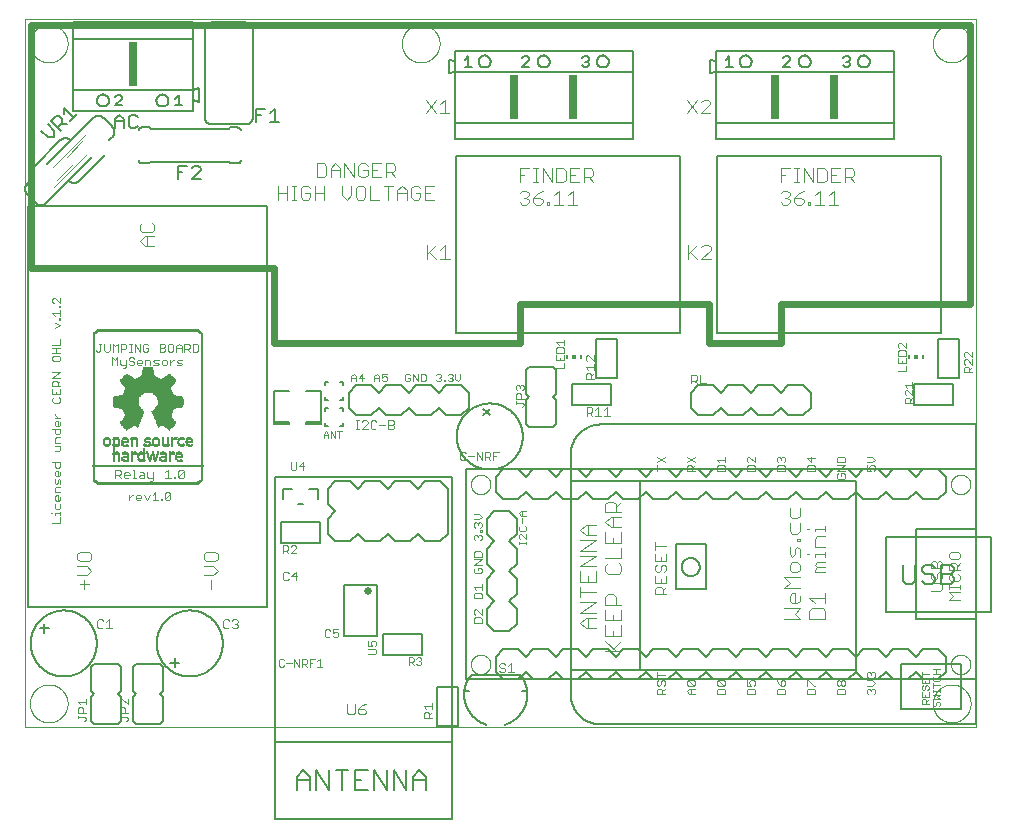
<source format=gto>
G75*
%MOIN*%
%OFA0B0*%
%FSLAX25Y25*%
%IPPOS*%
%LPD*%
%AMOC8*
5,1,8,0,0,1.08239X$1,22.5*
%
%ADD10C,0.00000*%
%ADD11R,0.32700X0.00100*%
%ADD12R,0.33700X0.00100*%
%ADD13R,0.34200X0.00100*%
%ADD14R,0.34700X0.00100*%
%ADD15R,0.34900X0.00100*%
%ADD16R,0.01500X0.00100*%
%ADD17R,0.01400X0.00100*%
%ADD18R,0.01200X0.00100*%
%ADD19R,0.01100X0.00100*%
%ADD20R,0.01000X0.00100*%
%ADD21R,0.00900X0.00100*%
%ADD22R,0.00700X0.00100*%
%ADD23R,0.00800X0.00100*%
%ADD24R,0.37100X0.00100*%
%ADD25R,0.00600X0.00100*%
%ADD26R,0.01300X0.00100*%
%ADD27R,0.02200X0.00100*%
%ADD28R,0.01700X0.00100*%
%ADD29R,0.02300X0.00100*%
%ADD30R,0.02400X0.00100*%
%ADD31R,0.01900X0.00100*%
%ADD32R,0.02500X0.00100*%
%ADD33R,0.02600X0.00100*%
%ADD34R,0.00300X0.00100*%
%ADD35R,0.02700X0.00100*%
%ADD36R,0.02100X0.00100*%
%ADD37R,0.02000X0.00100*%
%ADD38R,0.00200X0.00100*%
%ADD39R,0.01800X0.00100*%
%ADD40R,0.01600X0.00100*%
%ADD41R,0.00500X0.00100*%
%ADD42R,0.00400X0.00100*%
%ADD43R,0.00100X0.00100*%
%ADD44R,0.03200X0.00100*%
%ADD45R,0.03100X0.00100*%
%ADD46R,0.03400X0.00100*%
%ADD47R,0.03500X0.00100*%
%ADD48R,0.03900X0.00100*%
%ADD49R,0.05700X0.00100*%
%ADD50R,0.06000X0.00100*%
%ADD51R,0.06100X0.00100*%
%ADD52R,0.06200X0.00100*%
%ADD53R,0.06500X0.00100*%
%ADD54R,0.06400X0.00100*%
%ADD55R,0.06300X0.00100*%
%ADD56R,0.05900X0.00100*%
%ADD57R,0.05800X0.00100*%
%ADD58R,0.06600X0.00100*%
%ADD59R,0.06800X0.00100*%
%ADD60R,0.06700X0.00100*%
%ADD61R,0.06900X0.00100*%
%ADD62R,0.07000X0.00100*%
%ADD63R,0.07100X0.00100*%
%ADD64R,0.07800X0.00100*%
%ADD65R,0.08500X0.00100*%
%ADD66R,0.08600X0.00100*%
%ADD67R,0.08900X0.00100*%
%ADD68R,0.08800X0.00100*%
%ADD69R,0.08700X0.00100*%
%ADD70R,0.08400X0.00100*%
%ADD71R,0.07300X0.00100*%
%ADD72R,0.07400X0.00100*%
%ADD73R,0.16200X0.00100*%
%ADD74R,0.15900X0.00100*%
%ADD75R,0.15600X0.00100*%
%ADD76R,0.15300X0.00100*%
%ADD77R,0.16500X0.00100*%
%ADD78R,0.16800X0.00100*%
%ADD79R,0.17100X0.00100*%
%ADD80R,0.17400X0.00100*%
%ADD81R,0.17700X0.00100*%
%ADD82R,0.18000X0.00100*%
%ADD83R,0.18300X0.00100*%
%ADD84R,0.18600X0.00100*%
%ADD85R,0.04200X0.00100*%
%ADD86R,0.08100X0.00100*%
%ADD87R,0.07500X0.00100*%
%ADD88R,0.05100X0.00100*%
%ADD89R,0.04500X0.00100*%
%ADD90R,0.03600X0.00100*%
%ADD91R,0.03300X0.00100*%
%ADD92R,0.33600X0.00100*%
%ADD93C,0.00300*%
%ADD94C,0.02400*%
%ADD95C,0.00400*%
%ADD96C,0.00500*%
%ADD97C,0.00600*%
%ADD98C,0.00200*%
%ADD99R,0.03000X0.15000*%
%ADD100R,0.00591X0.01181*%
%ADD101R,0.01181X0.01181*%
%ADD102C,0.00800*%
%ADD103C,0.02559*%
D10*
X0006435Y0031850D02*
X0323435Y0031850D01*
X0323435Y0267850D01*
X0006435Y0267850D01*
X0006435Y0031850D01*
X0008136Y0039850D02*
X0008138Y0040008D01*
X0008144Y0040166D01*
X0008154Y0040324D01*
X0008168Y0040482D01*
X0008186Y0040639D01*
X0008207Y0040796D01*
X0008233Y0040952D01*
X0008263Y0041108D01*
X0008296Y0041263D01*
X0008334Y0041416D01*
X0008375Y0041569D01*
X0008420Y0041721D01*
X0008469Y0041872D01*
X0008522Y0042021D01*
X0008578Y0042169D01*
X0008638Y0042315D01*
X0008702Y0042460D01*
X0008770Y0042603D01*
X0008841Y0042745D01*
X0008915Y0042885D01*
X0008993Y0043022D01*
X0009075Y0043158D01*
X0009159Y0043292D01*
X0009248Y0043423D01*
X0009339Y0043552D01*
X0009434Y0043679D01*
X0009531Y0043804D01*
X0009632Y0043926D01*
X0009736Y0044045D01*
X0009843Y0044162D01*
X0009953Y0044276D01*
X0010066Y0044387D01*
X0010181Y0044496D01*
X0010299Y0044601D01*
X0010420Y0044703D01*
X0010543Y0044803D01*
X0010669Y0044899D01*
X0010797Y0044992D01*
X0010927Y0045082D01*
X0011060Y0045168D01*
X0011195Y0045252D01*
X0011331Y0045331D01*
X0011470Y0045408D01*
X0011611Y0045480D01*
X0011753Y0045550D01*
X0011897Y0045615D01*
X0012043Y0045677D01*
X0012190Y0045735D01*
X0012339Y0045790D01*
X0012489Y0045841D01*
X0012640Y0045888D01*
X0012792Y0045931D01*
X0012945Y0045970D01*
X0013100Y0046006D01*
X0013255Y0046037D01*
X0013411Y0046065D01*
X0013567Y0046089D01*
X0013724Y0046109D01*
X0013882Y0046125D01*
X0014039Y0046137D01*
X0014198Y0046145D01*
X0014356Y0046149D01*
X0014514Y0046149D01*
X0014672Y0046145D01*
X0014831Y0046137D01*
X0014988Y0046125D01*
X0015146Y0046109D01*
X0015303Y0046089D01*
X0015459Y0046065D01*
X0015615Y0046037D01*
X0015770Y0046006D01*
X0015925Y0045970D01*
X0016078Y0045931D01*
X0016230Y0045888D01*
X0016381Y0045841D01*
X0016531Y0045790D01*
X0016680Y0045735D01*
X0016827Y0045677D01*
X0016973Y0045615D01*
X0017117Y0045550D01*
X0017259Y0045480D01*
X0017400Y0045408D01*
X0017539Y0045331D01*
X0017675Y0045252D01*
X0017810Y0045168D01*
X0017943Y0045082D01*
X0018073Y0044992D01*
X0018201Y0044899D01*
X0018327Y0044803D01*
X0018450Y0044703D01*
X0018571Y0044601D01*
X0018689Y0044496D01*
X0018804Y0044387D01*
X0018917Y0044276D01*
X0019027Y0044162D01*
X0019134Y0044045D01*
X0019238Y0043926D01*
X0019339Y0043804D01*
X0019436Y0043679D01*
X0019531Y0043552D01*
X0019622Y0043423D01*
X0019711Y0043292D01*
X0019795Y0043158D01*
X0019877Y0043022D01*
X0019955Y0042885D01*
X0020029Y0042745D01*
X0020100Y0042603D01*
X0020168Y0042460D01*
X0020232Y0042315D01*
X0020292Y0042169D01*
X0020348Y0042021D01*
X0020401Y0041872D01*
X0020450Y0041721D01*
X0020495Y0041569D01*
X0020536Y0041416D01*
X0020574Y0041263D01*
X0020607Y0041108D01*
X0020637Y0040952D01*
X0020663Y0040796D01*
X0020684Y0040639D01*
X0020702Y0040482D01*
X0020716Y0040324D01*
X0020726Y0040166D01*
X0020732Y0040008D01*
X0020734Y0039850D01*
X0020732Y0039692D01*
X0020726Y0039534D01*
X0020716Y0039376D01*
X0020702Y0039218D01*
X0020684Y0039061D01*
X0020663Y0038904D01*
X0020637Y0038748D01*
X0020607Y0038592D01*
X0020574Y0038437D01*
X0020536Y0038284D01*
X0020495Y0038131D01*
X0020450Y0037979D01*
X0020401Y0037828D01*
X0020348Y0037679D01*
X0020292Y0037531D01*
X0020232Y0037385D01*
X0020168Y0037240D01*
X0020100Y0037097D01*
X0020029Y0036955D01*
X0019955Y0036815D01*
X0019877Y0036678D01*
X0019795Y0036542D01*
X0019711Y0036408D01*
X0019622Y0036277D01*
X0019531Y0036148D01*
X0019436Y0036021D01*
X0019339Y0035896D01*
X0019238Y0035774D01*
X0019134Y0035655D01*
X0019027Y0035538D01*
X0018917Y0035424D01*
X0018804Y0035313D01*
X0018689Y0035204D01*
X0018571Y0035099D01*
X0018450Y0034997D01*
X0018327Y0034897D01*
X0018201Y0034801D01*
X0018073Y0034708D01*
X0017943Y0034618D01*
X0017810Y0034532D01*
X0017675Y0034448D01*
X0017539Y0034369D01*
X0017400Y0034292D01*
X0017259Y0034220D01*
X0017117Y0034150D01*
X0016973Y0034085D01*
X0016827Y0034023D01*
X0016680Y0033965D01*
X0016531Y0033910D01*
X0016381Y0033859D01*
X0016230Y0033812D01*
X0016078Y0033769D01*
X0015925Y0033730D01*
X0015770Y0033694D01*
X0015615Y0033663D01*
X0015459Y0033635D01*
X0015303Y0033611D01*
X0015146Y0033591D01*
X0014988Y0033575D01*
X0014831Y0033563D01*
X0014672Y0033555D01*
X0014514Y0033551D01*
X0014356Y0033551D01*
X0014198Y0033555D01*
X0014039Y0033563D01*
X0013882Y0033575D01*
X0013724Y0033591D01*
X0013567Y0033611D01*
X0013411Y0033635D01*
X0013255Y0033663D01*
X0013100Y0033694D01*
X0012945Y0033730D01*
X0012792Y0033769D01*
X0012640Y0033812D01*
X0012489Y0033859D01*
X0012339Y0033910D01*
X0012190Y0033965D01*
X0012043Y0034023D01*
X0011897Y0034085D01*
X0011753Y0034150D01*
X0011611Y0034220D01*
X0011470Y0034292D01*
X0011331Y0034369D01*
X0011195Y0034448D01*
X0011060Y0034532D01*
X0010927Y0034618D01*
X0010797Y0034708D01*
X0010669Y0034801D01*
X0010543Y0034897D01*
X0010420Y0034997D01*
X0010299Y0035099D01*
X0010181Y0035204D01*
X0010066Y0035313D01*
X0009953Y0035424D01*
X0009843Y0035538D01*
X0009736Y0035655D01*
X0009632Y0035774D01*
X0009531Y0035896D01*
X0009434Y0036021D01*
X0009339Y0036148D01*
X0009248Y0036277D01*
X0009159Y0036408D01*
X0009075Y0036542D01*
X0008993Y0036678D01*
X0008915Y0036815D01*
X0008841Y0036955D01*
X0008770Y0037097D01*
X0008702Y0037240D01*
X0008638Y0037385D01*
X0008578Y0037531D01*
X0008522Y0037679D01*
X0008469Y0037828D01*
X0008420Y0037979D01*
X0008375Y0038131D01*
X0008334Y0038284D01*
X0008296Y0038437D01*
X0008263Y0038592D01*
X0008233Y0038748D01*
X0008207Y0038904D01*
X0008186Y0039061D01*
X0008168Y0039218D01*
X0008154Y0039376D01*
X0008144Y0039534D01*
X0008138Y0039692D01*
X0008136Y0039850D01*
X0155185Y0052850D02*
X0155187Y0052963D01*
X0155193Y0053077D01*
X0155203Y0053190D01*
X0155217Y0053302D01*
X0155234Y0053414D01*
X0155256Y0053526D01*
X0155282Y0053636D01*
X0155311Y0053746D01*
X0155344Y0053854D01*
X0155381Y0053962D01*
X0155422Y0054067D01*
X0155466Y0054172D01*
X0155514Y0054275D01*
X0155565Y0054376D01*
X0155620Y0054475D01*
X0155679Y0054572D01*
X0155741Y0054667D01*
X0155806Y0054760D01*
X0155874Y0054851D01*
X0155945Y0054939D01*
X0156020Y0055025D01*
X0156097Y0055108D01*
X0156177Y0055188D01*
X0156260Y0055265D01*
X0156346Y0055340D01*
X0156434Y0055411D01*
X0156525Y0055479D01*
X0156618Y0055544D01*
X0156713Y0055606D01*
X0156810Y0055665D01*
X0156909Y0055720D01*
X0157010Y0055771D01*
X0157113Y0055819D01*
X0157218Y0055863D01*
X0157323Y0055904D01*
X0157431Y0055941D01*
X0157539Y0055974D01*
X0157649Y0056003D01*
X0157759Y0056029D01*
X0157871Y0056051D01*
X0157983Y0056068D01*
X0158095Y0056082D01*
X0158208Y0056092D01*
X0158322Y0056098D01*
X0158435Y0056100D01*
X0158548Y0056098D01*
X0158662Y0056092D01*
X0158775Y0056082D01*
X0158887Y0056068D01*
X0158999Y0056051D01*
X0159111Y0056029D01*
X0159221Y0056003D01*
X0159331Y0055974D01*
X0159439Y0055941D01*
X0159547Y0055904D01*
X0159652Y0055863D01*
X0159757Y0055819D01*
X0159860Y0055771D01*
X0159961Y0055720D01*
X0160060Y0055665D01*
X0160157Y0055606D01*
X0160252Y0055544D01*
X0160345Y0055479D01*
X0160436Y0055411D01*
X0160524Y0055340D01*
X0160610Y0055265D01*
X0160693Y0055188D01*
X0160773Y0055108D01*
X0160850Y0055025D01*
X0160925Y0054939D01*
X0160996Y0054851D01*
X0161064Y0054760D01*
X0161129Y0054667D01*
X0161191Y0054572D01*
X0161250Y0054475D01*
X0161305Y0054376D01*
X0161356Y0054275D01*
X0161404Y0054172D01*
X0161448Y0054067D01*
X0161489Y0053962D01*
X0161526Y0053854D01*
X0161559Y0053746D01*
X0161588Y0053636D01*
X0161614Y0053526D01*
X0161636Y0053414D01*
X0161653Y0053302D01*
X0161667Y0053190D01*
X0161677Y0053077D01*
X0161683Y0052963D01*
X0161685Y0052850D01*
X0161683Y0052737D01*
X0161677Y0052623D01*
X0161667Y0052510D01*
X0161653Y0052398D01*
X0161636Y0052286D01*
X0161614Y0052174D01*
X0161588Y0052064D01*
X0161559Y0051954D01*
X0161526Y0051846D01*
X0161489Y0051738D01*
X0161448Y0051633D01*
X0161404Y0051528D01*
X0161356Y0051425D01*
X0161305Y0051324D01*
X0161250Y0051225D01*
X0161191Y0051128D01*
X0161129Y0051033D01*
X0161064Y0050940D01*
X0160996Y0050849D01*
X0160925Y0050761D01*
X0160850Y0050675D01*
X0160773Y0050592D01*
X0160693Y0050512D01*
X0160610Y0050435D01*
X0160524Y0050360D01*
X0160436Y0050289D01*
X0160345Y0050221D01*
X0160252Y0050156D01*
X0160157Y0050094D01*
X0160060Y0050035D01*
X0159961Y0049980D01*
X0159860Y0049929D01*
X0159757Y0049881D01*
X0159652Y0049837D01*
X0159547Y0049796D01*
X0159439Y0049759D01*
X0159331Y0049726D01*
X0159221Y0049697D01*
X0159111Y0049671D01*
X0158999Y0049649D01*
X0158887Y0049632D01*
X0158775Y0049618D01*
X0158662Y0049608D01*
X0158548Y0049602D01*
X0158435Y0049600D01*
X0158322Y0049602D01*
X0158208Y0049608D01*
X0158095Y0049618D01*
X0157983Y0049632D01*
X0157871Y0049649D01*
X0157759Y0049671D01*
X0157649Y0049697D01*
X0157539Y0049726D01*
X0157431Y0049759D01*
X0157323Y0049796D01*
X0157218Y0049837D01*
X0157113Y0049881D01*
X0157010Y0049929D01*
X0156909Y0049980D01*
X0156810Y0050035D01*
X0156713Y0050094D01*
X0156618Y0050156D01*
X0156525Y0050221D01*
X0156434Y0050289D01*
X0156346Y0050360D01*
X0156260Y0050435D01*
X0156177Y0050512D01*
X0156097Y0050592D01*
X0156020Y0050675D01*
X0155945Y0050761D01*
X0155874Y0050849D01*
X0155806Y0050940D01*
X0155741Y0051033D01*
X0155679Y0051128D01*
X0155620Y0051225D01*
X0155565Y0051324D01*
X0155514Y0051425D01*
X0155466Y0051528D01*
X0155422Y0051633D01*
X0155381Y0051738D01*
X0155344Y0051846D01*
X0155311Y0051954D01*
X0155282Y0052064D01*
X0155256Y0052174D01*
X0155234Y0052286D01*
X0155217Y0052398D01*
X0155203Y0052510D01*
X0155193Y0052623D01*
X0155187Y0052737D01*
X0155185Y0052850D01*
X0155185Y0112850D02*
X0155187Y0112963D01*
X0155193Y0113077D01*
X0155203Y0113190D01*
X0155217Y0113302D01*
X0155234Y0113414D01*
X0155256Y0113526D01*
X0155282Y0113636D01*
X0155311Y0113746D01*
X0155344Y0113854D01*
X0155381Y0113962D01*
X0155422Y0114067D01*
X0155466Y0114172D01*
X0155514Y0114275D01*
X0155565Y0114376D01*
X0155620Y0114475D01*
X0155679Y0114572D01*
X0155741Y0114667D01*
X0155806Y0114760D01*
X0155874Y0114851D01*
X0155945Y0114939D01*
X0156020Y0115025D01*
X0156097Y0115108D01*
X0156177Y0115188D01*
X0156260Y0115265D01*
X0156346Y0115340D01*
X0156434Y0115411D01*
X0156525Y0115479D01*
X0156618Y0115544D01*
X0156713Y0115606D01*
X0156810Y0115665D01*
X0156909Y0115720D01*
X0157010Y0115771D01*
X0157113Y0115819D01*
X0157218Y0115863D01*
X0157323Y0115904D01*
X0157431Y0115941D01*
X0157539Y0115974D01*
X0157649Y0116003D01*
X0157759Y0116029D01*
X0157871Y0116051D01*
X0157983Y0116068D01*
X0158095Y0116082D01*
X0158208Y0116092D01*
X0158322Y0116098D01*
X0158435Y0116100D01*
X0158548Y0116098D01*
X0158662Y0116092D01*
X0158775Y0116082D01*
X0158887Y0116068D01*
X0158999Y0116051D01*
X0159111Y0116029D01*
X0159221Y0116003D01*
X0159331Y0115974D01*
X0159439Y0115941D01*
X0159547Y0115904D01*
X0159652Y0115863D01*
X0159757Y0115819D01*
X0159860Y0115771D01*
X0159961Y0115720D01*
X0160060Y0115665D01*
X0160157Y0115606D01*
X0160252Y0115544D01*
X0160345Y0115479D01*
X0160436Y0115411D01*
X0160524Y0115340D01*
X0160610Y0115265D01*
X0160693Y0115188D01*
X0160773Y0115108D01*
X0160850Y0115025D01*
X0160925Y0114939D01*
X0160996Y0114851D01*
X0161064Y0114760D01*
X0161129Y0114667D01*
X0161191Y0114572D01*
X0161250Y0114475D01*
X0161305Y0114376D01*
X0161356Y0114275D01*
X0161404Y0114172D01*
X0161448Y0114067D01*
X0161489Y0113962D01*
X0161526Y0113854D01*
X0161559Y0113746D01*
X0161588Y0113636D01*
X0161614Y0113526D01*
X0161636Y0113414D01*
X0161653Y0113302D01*
X0161667Y0113190D01*
X0161677Y0113077D01*
X0161683Y0112963D01*
X0161685Y0112850D01*
X0161683Y0112737D01*
X0161677Y0112623D01*
X0161667Y0112510D01*
X0161653Y0112398D01*
X0161636Y0112286D01*
X0161614Y0112174D01*
X0161588Y0112064D01*
X0161559Y0111954D01*
X0161526Y0111846D01*
X0161489Y0111738D01*
X0161448Y0111633D01*
X0161404Y0111528D01*
X0161356Y0111425D01*
X0161305Y0111324D01*
X0161250Y0111225D01*
X0161191Y0111128D01*
X0161129Y0111033D01*
X0161064Y0110940D01*
X0160996Y0110849D01*
X0160925Y0110761D01*
X0160850Y0110675D01*
X0160773Y0110592D01*
X0160693Y0110512D01*
X0160610Y0110435D01*
X0160524Y0110360D01*
X0160436Y0110289D01*
X0160345Y0110221D01*
X0160252Y0110156D01*
X0160157Y0110094D01*
X0160060Y0110035D01*
X0159961Y0109980D01*
X0159860Y0109929D01*
X0159757Y0109881D01*
X0159652Y0109837D01*
X0159547Y0109796D01*
X0159439Y0109759D01*
X0159331Y0109726D01*
X0159221Y0109697D01*
X0159111Y0109671D01*
X0158999Y0109649D01*
X0158887Y0109632D01*
X0158775Y0109618D01*
X0158662Y0109608D01*
X0158548Y0109602D01*
X0158435Y0109600D01*
X0158322Y0109602D01*
X0158208Y0109608D01*
X0158095Y0109618D01*
X0157983Y0109632D01*
X0157871Y0109649D01*
X0157759Y0109671D01*
X0157649Y0109697D01*
X0157539Y0109726D01*
X0157431Y0109759D01*
X0157323Y0109796D01*
X0157218Y0109837D01*
X0157113Y0109881D01*
X0157010Y0109929D01*
X0156909Y0109980D01*
X0156810Y0110035D01*
X0156713Y0110094D01*
X0156618Y0110156D01*
X0156525Y0110221D01*
X0156434Y0110289D01*
X0156346Y0110360D01*
X0156260Y0110435D01*
X0156177Y0110512D01*
X0156097Y0110592D01*
X0156020Y0110675D01*
X0155945Y0110761D01*
X0155874Y0110849D01*
X0155806Y0110940D01*
X0155741Y0111033D01*
X0155679Y0111128D01*
X0155620Y0111225D01*
X0155565Y0111324D01*
X0155514Y0111425D01*
X0155466Y0111528D01*
X0155422Y0111633D01*
X0155381Y0111738D01*
X0155344Y0111846D01*
X0155311Y0111954D01*
X0155282Y0112064D01*
X0155256Y0112174D01*
X0155234Y0112286D01*
X0155217Y0112398D01*
X0155203Y0112510D01*
X0155193Y0112623D01*
X0155187Y0112737D01*
X0155185Y0112850D01*
X0309136Y0039850D02*
X0309138Y0040008D01*
X0309144Y0040166D01*
X0309154Y0040324D01*
X0309168Y0040482D01*
X0309186Y0040639D01*
X0309207Y0040796D01*
X0309233Y0040952D01*
X0309263Y0041108D01*
X0309296Y0041263D01*
X0309334Y0041416D01*
X0309375Y0041569D01*
X0309420Y0041721D01*
X0309469Y0041872D01*
X0309522Y0042021D01*
X0309578Y0042169D01*
X0309638Y0042315D01*
X0309702Y0042460D01*
X0309770Y0042603D01*
X0309841Y0042745D01*
X0309915Y0042885D01*
X0309993Y0043022D01*
X0310075Y0043158D01*
X0310159Y0043292D01*
X0310248Y0043423D01*
X0310339Y0043552D01*
X0310434Y0043679D01*
X0310531Y0043804D01*
X0310632Y0043926D01*
X0310736Y0044045D01*
X0310843Y0044162D01*
X0310953Y0044276D01*
X0311066Y0044387D01*
X0311181Y0044496D01*
X0311299Y0044601D01*
X0311420Y0044703D01*
X0311543Y0044803D01*
X0311669Y0044899D01*
X0311797Y0044992D01*
X0311927Y0045082D01*
X0312060Y0045168D01*
X0312195Y0045252D01*
X0312331Y0045331D01*
X0312470Y0045408D01*
X0312611Y0045480D01*
X0312753Y0045550D01*
X0312897Y0045615D01*
X0313043Y0045677D01*
X0313190Y0045735D01*
X0313339Y0045790D01*
X0313489Y0045841D01*
X0313640Y0045888D01*
X0313792Y0045931D01*
X0313945Y0045970D01*
X0314100Y0046006D01*
X0314255Y0046037D01*
X0314411Y0046065D01*
X0314567Y0046089D01*
X0314724Y0046109D01*
X0314882Y0046125D01*
X0315039Y0046137D01*
X0315198Y0046145D01*
X0315356Y0046149D01*
X0315514Y0046149D01*
X0315672Y0046145D01*
X0315831Y0046137D01*
X0315988Y0046125D01*
X0316146Y0046109D01*
X0316303Y0046089D01*
X0316459Y0046065D01*
X0316615Y0046037D01*
X0316770Y0046006D01*
X0316925Y0045970D01*
X0317078Y0045931D01*
X0317230Y0045888D01*
X0317381Y0045841D01*
X0317531Y0045790D01*
X0317680Y0045735D01*
X0317827Y0045677D01*
X0317973Y0045615D01*
X0318117Y0045550D01*
X0318259Y0045480D01*
X0318400Y0045408D01*
X0318539Y0045331D01*
X0318675Y0045252D01*
X0318810Y0045168D01*
X0318943Y0045082D01*
X0319073Y0044992D01*
X0319201Y0044899D01*
X0319327Y0044803D01*
X0319450Y0044703D01*
X0319571Y0044601D01*
X0319689Y0044496D01*
X0319804Y0044387D01*
X0319917Y0044276D01*
X0320027Y0044162D01*
X0320134Y0044045D01*
X0320238Y0043926D01*
X0320339Y0043804D01*
X0320436Y0043679D01*
X0320531Y0043552D01*
X0320622Y0043423D01*
X0320711Y0043292D01*
X0320795Y0043158D01*
X0320877Y0043022D01*
X0320955Y0042885D01*
X0321029Y0042745D01*
X0321100Y0042603D01*
X0321168Y0042460D01*
X0321232Y0042315D01*
X0321292Y0042169D01*
X0321348Y0042021D01*
X0321401Y0041872D01*
X0321450Y0041721D01*
X0321495Y0041569D01*
X0321536Y0041416D01*
X0321574Y0041263D01*
X0321607Y0041108D01*
X0321637Y0040952D01*
X0321663Y0040796D01*
X0321684Y0040639D01*
X0321702Y0040482D01*
X0321716Y0040324D01*
X0321726Y0040166D01*
X0321732Y0040008D01*
X0321734Y0039850D01*
X0321732Y0039692D01*
X0321726Y0039534D01*
X0321716Y0039376D01*
X0321702Y0039218D01*
X0321684Y0039061D01*
X0321663Y0038904D01*
X0321637Y0038748D01*
X0321607Y0038592D01*
X0321574Y0038437D01*
X0321536Y0038284D01*
X0321495Y0038131D01*
X0321450Y0037979D01*
X0321401Y0037828D01*
X0321348Y0037679D01*
X0321292Y0037531D01*
X0321232Y0037385D01*
X0321168Y0037240D01*
X0321100Y0037097D01*
X0321029Y0036955D01*
X0320955Y0036815D01*
X0320877Y0036678D01*
X0320795Y0036542D01*
X0320711Y0036408D01*
X0320622Y0036277D01*
X0320531Y0036148D01*
X0320436Y0036021D01*
X0320339Y0035896D01*
X0320238Y0035774D01*
X0320134Y0035655D01*
X0320027Y0035538D01*
X0319917Y0035424D01*
X0319804Y0035313D01*
X0319689Y0035204D01*
X0319571Y0035099D01*
X0319450Y0034997D01*
X0319327Y0034897D01*
X0319201Y0034801D01*
X0319073Y0034708D01*
X0318943Y0034618D01*
X0318810Y0034532D01*
X0318675Y0034448D01*
X0318539Y0034369D01*
X0318400Y0034292D01*
X0318259Y0034220D01*
X0318117Y0034150D01*
X0317973Y0034085D01*
X0317827Y0034023D01*
X0317680Y0033965D01*
X0317531Y0033910D01*
X0317381Y0033859D01*
X0317230Y0033812D01*
X0317078Y0033769D01*
X0316925Y0033730D01*
X0316770Y0033694D01*
X0316615Y0033663D01*
X0316459Y0033635D01*
X0316303Y0033611D01*
X0316146Y0033591D01*
X0315988Y0033575D01*
X0315831Y0033563D01*
X0315672Y0033555D01*
X0315514Y0033551D01*
X0315356Y0033551D01*
X0315198Y0033555D01*
X0315039Y0033563D01*
X0314882Y0033575D01*
X0314724Y0033591D01*
X0314567Y0033611D01*
X0314411Y0033635D01*
X0314255Y0033663D01*
X0314100Y0033694D01*
X0313945Y0033730D01*
X0313792Y0033769D01*
X0313640Y0033812D01*
X0313489Y0033859D01*
X0313339Y0033910D01*
X0313190Y0033965D01*
X0313043Y0034023D01*
X0312897Y0034085D01*
X0312753Y0034150D01*
X0312611Y0034220D01*
X0312470Y0034292D01*
X0312331Y0034369D01*
X0312195Y0034448D01*
X0312060Y0034532D01*
X0311927Y0034618D01*
X0311797Y0034708D01*
X0311669Y0034801D01*
X0311543Y0034897D01*
X0311420Y0034997D01*
X0311299Y0035099D01*
X0311181Y0035204D01*
X0311066Y0035313D01*
X0310953Y0035424D01*
X0310843Y0035538D01*
X0310736Y0035655D01*
X0310632Y0035774D01*
X0310531Y0035896D01*
X0310434Y0036021D01*
X0310339Y0036148D01*
X0310248Y0036277D01*
X0310159Y0036408D01*
X0310075Y0036542D01*
X0309993Y0036678D01*
X0309915Y0036815D01*
X0309841Y0036955D01*
X0309770Y0037097D01*
X0309702Y0037240D01*
X0309638Y0037385D01*
X0309578Y0037531D01*
X0309522Y0037679D01*
X0309469Y0037828D01*
X0309420Y0037979D01*
X0309375Y0038131D01*
X0309334Y0038284D01*
X0309296Y0038437D01*
X0309263Y0038592D01*
X0309233Y0038748D01*
X0309207Y0038904D01*
X0309186Y0039061D01*
X0309168Y0039218D01*
X0309154Y0039376D01*
X0309144Y0039534D01*
X0309138Y0039692D01*
X0309136Y0039850D01*
X0315185Y0052850D02*
X0315187Y0052963D01*
X0315193Y0053077D01*
X0315203Y0053190D01*
X0315217Y0053302D01*
X0315234Y0053414D01*
X0315256Y0053526D01*
X0315282Y0053636D01*
X0315311Y0053746D01*
X0315344Y0053854D01*
X0315381Y0053962D01*
X0315422Y0054067D01*
X0315466Y0054172D01*
X0315514Y0054275D01*
X0315565Y0054376D01*
X0315620Y0054475D01*
X0315679Y0054572D01*
X0315741Y0054667D01*
X0315806Y0054760D01*
X0315874Y0054851D01*
X0315945Y0054939D01*
X0316020Y0055025D01*
X0316097Y0055108D01*
X0316177Y0055188D01*
X0316260Y0055265D01*
X0316346Y0055340D01*
X0316434Y0055411D01*
X0316525Y0055479D01*
X0316618Y0055544D01*
X0316713Y0055606D01*
X0316810Y0055665D01*
X0316909Y0055720D01*
X0317010Y0055771D01*
X0317113Y0055819D01*
X0317218Y0055863D01*
X0317323Y0055904D01*
X0317431Y0055941D01*
X0317539Y0055974D01*
X0317649Y0056003D01*
X0317759Y0056029D01*
X0317871Y0056051D01*
X0317983Y0056068D01*
X0318095Y0056082D01*
X0318208Y0056092D01*
X0318322Y0056098D01*
X0318435Y0056100D01*
X0318548Y0056098D01*
X0318662Y0056092D01*
X0318775Y0056082D01*
X0318887Y0056068D01*
X0318999Y0056051D01*
X0319111Y0056029D01*
X0319221Y0056003D01*
X0319331Y0055974D01*
X0319439Y0055941D01*
X0319547Y0055904D01*
X0319652Y0055863D01*
X0319757Y0055819D01*
X0319860Y0055771D01*
X0319961Y0055720D01*
X0320060Y0055665D01*
X0320157Y0055606D01*
X0320252Y0055544D01*
X0320345Y0055479D01*
X0320436Y0055411D01*
X0320524Y0055340D01*
X0320610Y0055265D01*
X0320693Y0055188D01*
X0320773Y0055108D01*
X0320850Y0055025D01*
X0320925Y0054939D01*
X0320996Y0054851D01*
X0321064Y0054760D01*
X0321129Y0054667D01*
X0321191Y0054572D01*
X0321250Y0054475D01*
X0321305Y0054376D01*
X0321356Y0054275D01*
X0321404Y0054172D01*
X0321448Y0054067D01*
X0321489Y0053962D01*
X0321526Y0053854D01*
X0321559Y0053746D01*
X0321588Y0053636D01*
X0321614Y0053526D01*
X0321636Y0053414D01*
X0321653Y0053302D01*
X0321667Y0053190D01*
X0321677Y0053077D01*
X0321683Y0052963D01*
X0321685Y0052850D01*
X0321683Y0052737D01*
X0321677Y0052623D01*
X0321667Y0052510D01*
X0321653Y0052398D01*
X0321636Y0052286D01*
X0321614Y0052174D01*
X0321588Y0052064D01*
X0321559Y0051954D01*
X0321526Y0051846D01*
X0321489Y0051738D01*
X0321448Y0051633D01*
X0321404Y0051528D01*
X0321356Y0051425D01*
X0321305Y0051324D01*
X0321250Y0051225D01*
X0321191Y0051128D01*
X0321129Y0051033D01*
X0321064Y0050940D01*
X0320996Y0050849D01*
X0320925Y0050761D01*
X0320850Y0050675D01*
X0320773Y0050592D01*
X0320693Y0050512D01*
X0320610Y0050435D01*
X0320524Y0050360D01*
X0320436Y0050289D01*
X0320345Y0050221D01*
X0320252Y0050156D01*
X0320157Y0050094D01*
X0320060Y0050035D01*
X0319961Y0049980D01*
X0319860Y0049929D01*
X0319757Y0049881D01*
X0319652Y0049837D01*
X0319547Y0049796D01*
X0319439Y0049759D01*
X0319331Y0049726D01*
X0319221Y0049697D01*
X0319111Y0049671D01*
X0318999Y0049649D01*
X0318887Y0049632D01*
X0318775Y0049618D01*
X0318662Y0049608D01*
X0318548Y0049602D01*
X0318435Y0049600D01*
X0318322Y0049602D01*
X0318208Y0049608D01*
X0318095Y0049618D01*
X0317983Y0049632D01*
X0317871Y0049649D01*
X0317759Y0049671D01*
X0317649Y0049697D01*
X0317539Y0049726D01*
X0317431Y0049759D01*
X0317323Y0049796D01*
X0317218Y0049837D01*
X0317113Y0049881D01*
X0317010Y0049929D01*
X0316909Y0049980D01*
X0316810Y0050035D01*
X0316713Y0050094D01*
X0316618Y0050156D01*
X0316525Y0050221D01*
X0316434Y0050289D01*
X0316346Y0050360D01*
X0316260Y0050435D01*
X0316177Y0050512D01*
X0316097Y0050592D01*
X0316020Y0050675D01*
X0315945Y0050761D01*
X0315874Y0050849D01*
X0315806Y0050940D01*
X0315741Y0051033D01*
X0315679Y0051128D01*
X0315620Y0051225D01*
X0315565Y0051324D01*
X0315514Y0051425D01*
X0315466Y0051528D01*
X0315422Y0051633D01*
X0315381Y0051738D01*
X0315344Y0051846D01*
X0315311Y0051954D01*
X0315282Y0052064D01*
X0315256Y0052174D01*
X0315234Y0052286D01*
X0315217Y0052398D01*
X0315203Y0052510D01*
X0315193Y0052623D01*
X0315187Y0052737D01*
X0315185Y0052850D01*
X0315185Y0112850D02*
X0315187Y0112963D01*
X0315193Y0113077D01*
X0315203Y0113190D01*
X0315217Y0113302D01*
X0315234Y0113414D01*
X0315256Y0113526D01*
X0315282Y0113636D01*
X0315311Y0113746D01*
X0315344Y0113854D01*
X0315381Y0113962D01*
X0315422Y0114067D01*
X0315466Y0114172D01*
X0315514Y0114275D01*
X0315565Y0114376D01*
X0315620Y0114475D01*
X0315679Y0114572D01*
X0315741Y0114667D01*
X0315806Y0114760D01*
X0315874Y0114851D01*
X0315945Y0114939D01*
X0316020Y0115025D01*
X0316097Y0115108D01*
X0316177Y0115188D01*
X0316260Y0115265D01*
X0316346Y0115340D01*
X0316434Y0115411D01*
X0316525Y0115479D01*
X0316618Y0115544D01*
X0316713Y0115606D01*
X0316810Y0115665D01*
X0316909Y0115720D01*
X0317010Y0115771D01*
X0317113Y0115819D01*
X0317218Y0115863D01*
X0317323Y0115904D01*
X0317431Y0115941D01*
X0317539Y0115974D01*
X0317649Y0116003D01*
X0317759Y0116029D01*
X0317871Y0116051D01*
X0317983Y0116068D01*
X0318095Y0116082D01*
X0318208Y0116092D01*
X0318322Y0116098D01*
X0318435Y0116100D01*
X0318548Y0116098D01*
X0318662Y0116092D01*
X0318775Y0116082D01*
X0318887Y0116068D01*
X0318999Y0116051D01*
X0319111Y0116029D01*
X0319221Y0116003D01*
X0319331Y0115974D01*
X0319439Y0115941D01*
X0319547Y0115904D01*
X0319652Y0115863D01*
X0319757Y0115819D01*
X0319860Y0115771D01*
X0319961Y0115720D01*
X0320060Y0115665D01*
X0320157Y0115606D01*
X0320252Y0115544D01*
X0320345Y0115479D01*
X0320436Y0115411D01*
X0320524Y0115340D01*
X0320610Y0115265D01*
X0320693Y0115188D01*
X0320773Y0115108D01*
X0320850Y0115025D01*
X0320925Y0114939D01*
X0320996Y0114851D01*
X0321064Y0114760D01*
X0321129Y0114667D01*
X0321191Y0114572D01*
X0321250Y0114475D01*
X0321305Y0114376D01*
X0321356Y0114275D01*
X0321404Y0114172D01*
X0321448Y0114067D01*
X0321489Y0113962D01*
X0321526Y0113854D01*
X0321559Y0113746D01*
X0321588Y0113636D01*
X0321614Y0113526D01*
X0321636Y0113414D01*
X0321653Y0113302D01*
X0321667Y0113190D01*
X0321677Y0113077D01*
X0321683Y0112963D01*
X0321685Y0112850D01*
X0321683Y0112737D01*
X0321677Y0112623D01*
X0321667Y0112510D01*
X0321653Y0112398D01*
X0321636Y0112286D01*
X0321614Y0112174D01*
X0321588Y0112064D01*
X0321559Y0111954D01*
X0321526Y0111846D01*
X0321489Y0111738D01*
X0321448Y0111633D01*
X0321404Y0111528D01*
X0321356Y0111425D01*
X0321305Y0111324D01*
X0321250Y0111225D01*
X0321191Y0111128D01*
X0321129Y0111033D01*
X0321064Y0110940D01*
X0320996Y0110849D01*
X0320925Y0110761D01*
X0320850Y0110675D01*
X0320773Y0110592D01*
X0320693Y0110512D01*
X0320610Y0110435D01*
X0320524Y0110360D01*
X0320436Y0110289D01*
X0320345Y0110221D01*
X0320252Y0110156D01*
X0320157Y0110094D01*
X0320060Y0110035D01*
X0319961Y0109980D01*
X0319860Y0109929D01*
X0319757Y0109881D01*
X0319652Y0109837D01*
X0319547Y0109796D01*
X0319439Y0109759D01*
X0319331Y0109726D01*
X0319221Y0109697D01*
X0319111Y0109671D01*
X0318999Y0109649D01*
X0318887Y0109632D01*
X0318775Y0109618D01*
X0318662Y0109608D01*
X0318548Y0109602D01*
X0318435Y0109600D01*
X0318322Y0109602D01*
X0318208Y0109608D01*
X0318095Y0109618D01*
X0317983Y0109632D01*
X0317871Y0109649D01*
X0317759Y0109671D01*
X0317649Y0109697D01*
X0317539Y0109726D01*
X0317431Y0109759D01*
X0317323Y0109796D01*
X0317218Y0109837D01*
X0317113Y0109881D01*
X0317010Y0109929D01*
X0316909Y0109980D01*
X0316810Y0110035D01*
X0316713Y0110094D01*
X0316618Y0110156D01*
X0316525Y0110221D01*
X0316434Y0110289D01*
X0316346Y0110360D01*
X0316260Y0110435D01*
X0316177Y0110512D01*
X0316097Y0110592D01*
X0316020Y0110675D01*
X0315945Y0110761D01*
X0315874Y0110849D01*
X0315806Y0110940D01*
X0315741Y0111033D01*
X0315679Y0111128D01*
X0315620Y0111225D01*
X0315565Y0111324D01*
X0315514Y0111425D01*
X0315466Y0111528D01*
X0315422Y0111633D01*
X0315381Y0111738D01*
X0315344Y0111846D01*
X0315311Y0111954D01*
X0315282Y0112064D01*
X0315256Y0112174D01*
X0315234Y0112286D01*
X0315217Y0112398D01*
X0315203Y0112510D01*
X0315193Y0112623D01*
X0315187Y0112737D01*
X0315185Y0112850D01*
X0309136Y0259850D02*
X0309138Y0260008D01*
X0309144Y0260166D01*
X0309154Y0260324D01*
X0309168Y0260482D01*
X0309186Y0260639D01*
X0309207Y0260796D01*
X0309233Y0260952D01*
X0309263Y0261108D01*
X0309296Y0261263D01*
X0309334Y0261416D01*
X0309375Y0261569D01*
X0309420Y0261721D01*
X0309469Y0261872D01*
X0309522Y0262021D01*
X0309578Y0262169D01*
X0309638Y0262315D01*
X0309702Y0262460D01*
X0309770Y0262603D01*
X0309841Y0262745D01*
X0309915Y0262885D01*
X0309993Y0263022D01*
X0310075Y0263158D01*
X0310159Y0263292D01*
X0310248Y0263423D01*
X0310339Y0263552D01*
X0310434Y0263679D01*
X0310531Y0263804D01*
X0310632Y0263926D01*
X0310736Y0264045D01*
X0310843Y0264162D01*
X0310953Y0264276D01*
X0311066Y0264387D01*
X0311181Y0264496D01*
X0311299Y0264601D01*
X0311420Y0264703D01*
X0311543Y0264803D01*
X0311669Y0264899D01*
X0311797Y0264992D01*
X0311927Y0265082D01*
X0312060Y0265168D01*
X0312195Y0265252D01*
X0312331Y0265331D01*
X0312470Y0265408D01*
X0312611Y0265480D01*
X0312753Y0265550D01*
X0312897Y0265615D01*
X0313043Y0265677D01*
X0313190Y0265735D01*
X0313339Y0265790D01*
X0313489Y0265841D01*
X0313640Y0265888D01*
X0313792Y0265931D01*
X0313945Y0265970D01*
X0314100Y0266006D01*
X0314255Y0266037D01*
X0314411Y0266065D01*
X0314567Y0266089D01*
X0314724Y0266109D01*
X0314882Y0266125D01*
X0315039Y0266137D01*
X0315198Y0266145D01*
X0315356Y0266149D01*
X0315514Y0266149D01*
X0315672Y0266145D01*
X0315831Y0266137D01*
X0315988Y0266125D01*
X0316146Y0266109D01*
X0316303Y0266089D01*
X0316459Y0266065D01*
X0316615Y0266037D01*
X0316770Y0266006D01*
X0316925Y0265970D01*
X0317078Y0265931D01*
X0317230Y0265888D01*
X0317381Y0265841D01*
X0317531Y0265790D01*
X0317680Y0265735D01*
X0317827Y0265677D01*
X0317973Y0265615D01*
X0318117Y0265550D01*
X0318259Y0265480D01*
X0318400Y0265408D01*
X0318539Y0265331D01*
X0318675Y0265252D01*
X0318810Y0265168D01*
X0318943Y0265082D01*
X0319073Y0264992D01*
X0319201Y0264899D01*
X0319327Y0264803D01*
X0319450Y0264703D01*
X0319571Y0264601D01*
X0319689Y0264496D01*
X0319804Y0264387D01*
X0319917Y0264276D01*
X0320027Y0264162D01*
X0320134Y0264045D01*
X0320238Y0263926D01*
X0320339Y0263804D01*
X0320436Y0263679D01*
X0320531Y0263552D01*
X0320622Y0263423D01*
X0320711Y0263292D01*
X0320795Y0263158D01*
X0320877Y0263022D01*
X0320955Y0262885D01*
X0321029Y0262745D01*
X0321100Y0262603D01*
X0321168Y0262460D01*
X0321232Y0262315D01*
X0321292Y0262169D01*
X0321348Y0262021D01*
X0321401Y0261872D01*
X0321450Y0261721D01*
X0321495Y0261569D01*
X0321536Y0261416D01*
X0321574Y0261263D01*
X0321607Y0261108D01*
X0321637Y0260952D01*
X0321663Y0260796D01*
X0321684Y0260639D01*
X0321702Y0260482D01*
X0321716Y0260324D01*
X0321726Y0260166D01*
X0321732Y0260008D01*
X0321734Y0259850D01*
X0321732Y0259692D01*
X0321726Y0259534D01*
X0321716Y0259376D01*
X0321702Y0259218D01*
X0321684Y0259061D01*
X0321663Y0258904D01*
X0321637Y0258748D01*
X0321607Y0258592D01*
X0321574Y0258437D01*
X0321536Y0258284D01*
X0321495Y0258131D01*
X0321450Y0257979D01*
X0321401Y0257828D01*
X0321348Y0257679D01*
X0321292Y0257531D01*
X0321232Y0257385D01*
X0321168Y0257240D01*
X0321100Y0257097D01*
X0321029Y0256955D01*
X0320955Y0256815D01*
X0320877Y0256678D01*
X0320795Y0256542D01*
X0320711Y0256408D01*
X0320622Y0256277D01*
X0320531Y0256148D01*
X0320436Y0256021D01*
X0320339Y0255896D01*
X0320238Y0255774D01*
X0320134Y0255655D01*
X0320027Y0255538D01*
X0319917Y0255424D01*
X0319804Y0255313D01*
X0319689Y0255204D01*
X0319571Y0255099D01*
X0319450Y0254997D01*
X0319327Y0254897D01*
X0319201Y0254801D01*
X0319073Y0254708D01*
X0318943Y0254618D01*
X0318810Y0254532D01*
X0318675Y0254448D01*
X0318539Y0254369D01*
X0318400Y0254292D01*
X0318259Y0254220D01*
X0318117Y0254150D01*
X0317973Y0254085D01*
X0317827Y0254023D01*
X0317680Y0253965D01*
X0317531Y0253910D01*
X0317381Y0253859D01*
X0317230Y0253812D01*
X0317078Y0253769D01*
X0316925Y0253730D01*
X0316770Y0253694D01*
X0316615Y0253663D01*
X0316459Y0253635D01*
X0316303Y0253611D01*
X0316146Y0253591D01*
X0315988Y0253575D01*
X0315831Y0253563D01*
X0315672Y0253555D01*
X0315514Y0253551D01*
X0315356Y0253551D01*
X0315198Y0253555D01*
X0315039Y0253563D01*
X0314882Y0253575D01*
X0314724Y0253591D01*
X0314567Y0253611D01*
X0314411Y0253635D01*
X0314255Y0253663D01*
X0314100Y0253694D01*
X0313945Y0253730D01*
X0313792Y0253769D01*
X0313640Y0253812D01*
X0313489Y0253859D01*
X0313339Y0253910D01*
X0313190Y0253965D01*
X0313043Y0254023D01*
X0312897Y0254085D01*
X0312753Y0254150D01*
X0312611Y0254220D01*
X0312470Y0254292D01*
X0312331Y0254369D01*
X0312195Y0254448D01*
X0312060Y0254532D01*
X0311927Y0254618D01*
X0311797Y0254708D01*
X0311669Y0254801D01*
X0311543Y0254897D01*
X0311420Y0254997D01*
X0311299Y0255099D01*
X0311181Y0255204D01*
X0311066Y0255313D01*
X0310953Y0255424D01*
X0310843Y0255538D01*
X0310736Y0255655D01*
X0310632Y0255774D01*
X0310531Y0255896D01*
X0310434Y0256021D01*
X0310339Y0256148D01*
X0310248Y0256277D01*
X0310159Y0256408D01*
X0310075Y0256542D01*
X0309993Y0256678D01*
X0309915Y0256815D01*
X0309841Y0256955D01*
X0309770Y0257097D01*
X0309702Y0257240D01*
X0309638Y0257385D01*
X0309578Y0257531D01*
X0309522Y0257679D01*
X0309469Y0257828D01*
X0309420Y0257979D01*
X0309375Y0258131D01*
X0309334Y0258284D01*
X0309296Y0258437D01*
X0309263Y0258592D01*
X0309233Y0258748D01*
X0309207Y0258904D01*
X0309186Y0259061D01*
X0309168Y0259218D01*
X0309154Y0259376D01*
X0309144Y0259534D01*
X0309138Y0259692D01*
X0309136Y0259850D01*
X0132136Y0259850D02*
X0132138Y0260008D01*
X0132144Y0260166D01*
X0132154Y0260324D01*
X0132168Y0260482D01*
X0132186Y0260639D01*
X0132207Y0260796D01*
X0132233Y0260952D01*
X0132263Y0261108D01*
X0132296Y0261263D01*
X0132334Y0261416D01*
X0132375Y0261569D01*
X0132420Y0261721D01*
X0132469Y0261872D01*
X0132522Y0262021D01*
X0132578Y0262169D01*
X0132638Y0262315D01*
X0132702Y0262460D01*
X0132770Y0262603D01*
X0132841Y0262745D01*
X0132915Y0262885D01*
X0132993Y0263022D01*
X0133075Y0263158D01*
X0133159Y0263292D01*
X0133248Y0263423D01*
X0133339Y0263552D01*
X0133434Y0263679D01*
X0133531Y0263804D01*
X0133632Y0263926D01*
X0133736Y0264045D01*
X0133843Y0264162D01*
X0133953Y0264276D01*
X0134066Y0264387D01*
X0134181Y0264496D01*
X0134299Y0264601D01*
X0134420Y0264703D01*
X0134543Y0264803D01*
X0134669Y0264899D01*
X0134797Y0264992D01*
X0134927Y0265082D01*
X0135060Y0265168D01*
X0135195Y0265252D01*
X0135331Y0265331D01*
X0135470Y0265408D01*
X0135611Y0265480D01*
X0135753Y0265550D01*
X0135897Y0265615D01*
X0136043Y0265677D01*
X0136190Y0265735D01*
X0136339Y0265790D01*
X0136489Y0265841D01*
X0136640Y0265888D01*
X0136792Y0265931D01*
X0136945Y0265970D01*
X0137100Y0266006D01*
X0137255Y0266037D01*
X0137411Y0266065D01*
X0137567Y0266089D01*
X0137724Y0266109D01*
X0137882Y0266125D01*
X0138039Y0266137D01*
X0138198Y0266145D01*
X0138356Y0266149D01*
X0138514Y0266149D01*
X0138672Y0266145D01*
X0138831Y0266137D01*
X0138988Y0266125D01*
X0139146Y0266109D01*
X0139303Y0266089D01*
X0139459Y0266065D01*
X0139615Y0266037D01*
X0139770Y0266006D01*
X0139925Y0265970D01*
X0140078Y0265931D01*
X0140230Y0265888D01*
X0140381Y0265841D01*
X0140531Y0265790D01*
X0140680Y0265735D01*
X0140827Y0265677D01*
X0140973Y0265615D01*
X0141117Y0265550D01*
X0141259Y0265480D01*
X0141400Y0265408D01*
X0141539Y0265331D01*
X0141675Y0265252D01*
X0141810Y0265168D01*
X0141943Y0265082D01*
X0142073Y0264992D01*
X0142201Y0264899D01*
X0142327Y0264803D01*
X0142450Y0264703D01*
X0142571Y0264601D01*
X0142689Y0264496D01*
X0142804Y0264387D01*
X0142917Y0264276D01*
X0143027Y0264162D01*
X0143134Y0264045D01*
X0143238Y0263926D01*
X0143339Y0263804D01*
X0143436Y0263679D01*
X0143531Y0263552D01*
X0143622Y0263423D01*
X0143711Y0263292D01*
X0143795Y0263158D01*
X0143877Y0263022D01*
X0143955Y0262885D01*
X0144029Y0262745D01*
X0144100Y0262603D01*
X0144168Y0262460D01*
X0144232Y0262315D01*
X0144292Y0262169D01*
X0144348Y0262021D01*
X0144401Y0261872D01*
X0144450Y0261721D01*
X0144495Y0261569D01*
X0144536Y0261416D01*
X0144574Y0261263D01*
X0144607Y0261108D01*
X0144637Y0260952D01*
X0144663Y0260796D01*
X0144684Y0260639D01*
X0144702Y0260482D01*
X0144716Y0260324D01*
X0144726Y0260166D01*
X0144732Y0260008D01*
X0144734Y0259850D01*
X0144732Y0259692D01*
X0144726Y0259534D01*
X0144716Y0259376D01*
X0144702Y0259218D01*
X0144684Y0259061D01*
X0144663Y0258904D01*
X0144637Y0258748D01*
X0144607Y0258592D01*
X0144574Y0258437D01*
X0144536Y0258284D01*
X0144495Y0258131D01*
X0144450Y0257979D01*
X0144401Y0257828D01*
X0144348Y0257679D01*
X0144292Y0257531D01*
X0144232Y0257385D01*
X0144168Y0257240D01*
X0144100Y0257097D01*
X0144029Y0256955D01*
X0143955Y0256815D01*
X0143877Y0256678D01*
X0143795Y0256542D01*
X0143711Y0256408D01*
X0143622Y0256277D01*
X0143531Y0256148D01*
X0143436Y0256021D01*
X0143339Y0255896D01*
X0143238Y0255774D01*
X0143134Y0255655D01*
X0143027Y0255538D01*
X0142917Y0255424D01*
X0142804Y0255313D01*
X0142689Y0255204D01*
X0142571Y0255099D01*
X0142450Y0254997D01*
X0142327Y0254897D01*
X0142201Y0254801D01*
X0142073Y0254708D01*
X0141943Y0254618D01*
X0141810Y0254532D01*
X0141675Y0254448D01*
X0141539Y0254369D01*
X0141400Y0254292D01*
X0141259Y0254220D01*
X0141117Y0254150D01*
X0140973Y0254085D01*
X0140827Y0254023D01*
X0140680Y0253965D01*
X0140531Y0253910D01*
X0140381Y0253859D01*
X0140230Y0253812D01*
X0140078Y0253769D01*
X0139925Y0253730D01*
X0139770Y0253694D01*
X0139615Y0253663D01*
X0139459Y0253635D01*
X0139303Y0253611D01*
X0139146Y0253591D01*
X0138988Y0253575D01*
X0138831Y0253563D01*
X0138672Y0253555D01*
X0138514Y0253551D01*
X0138356Y0253551D01*
X0138198Y0253555D01*
X0138039Y0253563D01*
X0137882Y0253575D01*
X0137724Y0253591D01*
X0137567Y0253611D01*
X0137411Y0253635D01*
X0137255Y0253663D01*
X0137100Y0253694D01*
X0136945Y0253730D01*
X0136792Y0253769D01*
X0136640Y0253812D01*
X0136489Y0253859D01*
X0136339Y0253910D01*
X0136190Y0253965D01*
X0136043Y0254023D01*
X0135897Y0254085D01*
X0135753Y0254150D01*
X0135611Y0254220D01*
X0135470Y0254292D01*
X0135331Y0254369D01*
X0135195Y0254448D01*
X0135060Y0254532D01*
X0134927Y0254618D01*
X0134797Y0254708D01*
X0134669Y0254801D01*
X0134543Y0254897D01*
X0134420Y0254997D01*
X0134299Y0255099D01*
X0134181Y0255204D01*
X0134066Y0255313D01*
X0133953Y0255424D01*
X0133843Y0255538D01*
X0133736Y0255655D01*
X0133632Y0255774D01*
X0133531Y0255896D01*
X0133434Y0256021D01*
X0133339Y0256148D01*
X0133248Y0256277D01*
X0133159Y0256408D01*
X0133075Y0256542D01*
X0132993Y0256678D01*
X0132915Y0256815D01*
X0132841Y0256955D01*
X0132770Y0257097D01*
X0132702Y0257240D01*
X0132638Y0257385D01*
X0132578Y0257531D01*
X0132522Y0257679D01*
X0132469Y0257828D01*
X0132420Y0257979D01*
X0132375Y0258131D01*
X0132334Y0258284D01*
X0132296Y0258437D01*
X0132263Y0258592D01*
X0132233Y0258748D01*
X0132207Y0258904D01*
X0132186Y0259061D01*
X0132168Y0259218D01*
X0132154Y0259376D01*
X0132144Y0259534D01*
X0132138Y0259692D01*
X0132136Y0259850D01*
X0008136Y0259850D02*
X0008138Y0260008D01*
X0008144Y0260166D01*
X0008154Y0260324D01*
X0008168Y0260482D01*
X0008186Y0260639D01*
X0008207Y0260796D01*
X0008233Y0260952D01*
X0008263Y0261108D01*
X0008296Y0261263D01*
X0008334Y0261416D01*
X0008375Y0261569D01*
X0008420Y0261721D01*
X0008469Y0261872D01*
X0008522Y0262021D01*
X0008578Y0262169D01*
X0008638Y0262315D01*
X0008702Y0262460D01*
X0008770Y0262603D01*
X0008841Y0262745D01*
X0008915Y0262885D01*
X0008993Y0263022D01*
X0009075Y0263158D01*
X0009159Y0263292D01*
X0009248Y0263423D01*
X0009339Y0263552D01*
X0009434Y0263679D01*
X0009531Y0263804D01*
X0009632Y0263926D01*
X0009736Y0264045D01*
X0009843Y0264162D01*
X0009953Y0264276D01*
X0010066Y0264387D01*
X0010181Y0264496D01*
X0010299Y0264601D01*
X0010420Y0264703D01*
X0010543Y0264803D01*
X0010669Y0264899D01*
X0010797Y0264992D01*
X0010927Y0265082D01*
X0011060Y0265168D01*
X0011195Y0265252D01*
X0011331Y0265331D01*
X0011470Y0265408D01*
X0011611Y0265480D01*
X0011753Y0265550D01*
X0011897Y0265615D01*
X0012043Y0265677D01*
X0012190Y0265735D01*
X0012339Y0265790D01*
X0012489Y0265841D01*
X0012640Y0265888D01*
X0012792Y0265931D01*
X0012945Y0265970D01*
X0013100Y0266006D01*
X0013255Y0266037D01*
X0013411Y0266065D01*
X0013567Y0266089D01*
X0013724Y0266109D01*
X0013882Y0266125D01*
X0014039Y0266137D01*
X0014198Y0266145D01*
X0014356Y0266149D01*
X0014514Y0266149D01*
X0014672Y0266145D01*
X0014831Y0266137D01*
X0014988Y0266125D01*
X0015146Y0266109D01*
X0015303Y0266089D01*
X0015459Y0266065D01*
X0015615Y0266037D01*
X0015770Y0266006D01*
X0015925Y0265970D01*
X0016078Y0265931D01*
X0016230Y0265888D01*
X0016381Y0265841D01*
X0016531Y0265790D01*
X0016680Y0265735D01*
X0016827Y0265677D01*
X0016973Y0265615D01*
X0017117Y0265550D01*
X0017259Y0265480D01*
X0017400Y0265408D01*
X0017539Y0265331D01*
X0017675Y0265252D01*
X0017810Y0265168D01*
X0017943Y0265082D01*
X0018073Y0264992D01*
X0018201Y0264899D01*
X0018327Y0264803D01*
X0018450Y0264703D01*
X0018571Y0264601D01*
X0018689Y0264496D01*
X0018804Y0264387D01*
X0018917Y0264276D01*
X0019027Y0264162D01*
X0019134Y0264045D01*
X0019238Y0263926D01*
X0019339Y0263804D01*
X0019436Y0263679D01*
X0019531Y0263552D01*
X0019622Y0263423D01*
X0019711Y0263292D01*
X0019795Y0263158D01*
X0019877Y0263022D01*
X0019955Y0262885D01*
X0020029Y0262745D01*
X0020100Y0262603D01*
X0020168Y0262460D01*
X0020232Y0262315D01*
X0020292Y0262169D01*
X0020348Y0262021D01*
X0020401Y0261872D01*
X0020450Y0261721D01*
X0020495Y0261569D01*
X0020536Y0261416D01*
X0020574Y0261263D01*
X0020607Y0261108D01*
X0020637Y0260952D01*
X0020663Y0260796D01*
X0020684Y0260639D01*
X0020702Y0260482D01*
X0020716Y0260324D01*
X0020726Y0260166D01*
X0020732Y0260008D01*
X0020734Y0259850D01*
X0020732Y0259692D01*
X0020726Y0259534D01*
X0020716Y0259376D01*
X0020702Y0259218D01*
X0020684Y0259061D01*
X0020663Y0258904D01*
X0020637Y0258748D01*
X0020607Y0258592D01*
X0020574Y0258437D01*
X0020536Y0258284D01*
X0020495Y0258131D01*
X0020450Y0257979D01*
X0020401Y0257828D01*
X0020348Y0257679D01*
X0020292Y0257531D01*
X0020232Y0257385D01*
X0020168Y0257240D01*
X0020100Y0257097D01*
X0020029Y0256955D01*
X0019955Y0256815D01*
X0019877Y0256678D01*
X0019795Y0256542D01*
X0019711Y0256408D01*
X0019622Y0256277D01*
X0019531Y0256148D01*
X0019436Y0256021D01*
X0019339Y0255896D01*
X0019238Y0255774D01*
X0019134Y0255655D01*
X0019027Y0255538D01*
X0018917Y0255424D01*
X0018804Y0255313D01*
X0018689Y0255204D01*
X0018571Y0255099D01*
X0018450Y0254997D01*
X0018327Y0254897D01*
X0018201Y0254801D01*
X0018073Y0254708D01*
X0017943Y0254618D01*
X0017810Y0254532D01*
X0017675Y0254448D01*
X0017539Y0254369D01*
X0017400Y0254292D01*
X0017259Y0254220D01*
X0017117Y0254150D01*
X0016973Y0254085D01*
X0016827Y0254023D01*
X0016680Y0253965D01*
X0016531Y0253910D01*
X0016381Y0253859D01*
X0016230Y0253812D01*
X0016078Y0253769D01*
X0015925Y0253730D01*
X0015770Y0253694D01*
X0015615Y0253663D01*
X0015459Y0253635D01*
X0015303Y0253611D01*
X0015146Y0253591D01*
X0014988Y0253575D01*
X0014831Y0253563D01*
X0014672Y0253555D01*
X0014514Y0253551D01*
X0014356Y0253551D01*
X0014198Y0253555D01*
X0014039Y0253563D01*
X0013882Y0253575D01*
X0013724Y0253591D01*
X0013567Y0253611D01*
X0013411Y0253635D01*
X0013255Y0253663D01*
X0013100Y0253694D01*
X0012945Y0253730D01*
X0012792Y0253769D01*
X0012640Y0253812D01*
X0012489Y0253859D01*
X0012339Y0253910D01*
X0012190Y0253965D01*
X0012043Y0254023D01*
X0011897Y0254085D01*
X0011753Y0254150D01*
X0011611Y0254220D01*
X0011470Y0254292D01*
X0011331Y0254369D01*
X0011195Y0254448D01*
X0011060Y0254532D01*
X0010927Y0254618D01*
X0010797Y0254708D01*
X0010669Y0254801D01*
X0010543Y0254897D01*
X0010420Y0254997D01*
X0010299Y0255099D01*
X0010181Y0255204D01*
X0010066Y0255313D01*
X0009953Y0255424D01*
X0009843Y0255538D01*
X0009736Y0255655D01*
X0009632Y0255774D01*
X0009531Y0255896D01*
X0009434Y0256021D01*
X0009339Y0256148D01*
X0009248Y0256277D01*
X0009159Y0256408D01*
X0009075Y0256542D01*
X0008993Y0256678D01*
X0008915Y0256815D01*
X0008841Y0256955D01*
X0008770Y0257097D01*
X0008702Y0257240D01*
X0008638Y0257385D01*
X0008578Y0257531D01*
X0008522Y0257679D01*
X0008469Y0257828D01*
X0008420Y0257979D01*
X0008375Y0258131D01*
X0008334Y0258284D01*
X0008296Y0258437D01*
X0008263Y0258592D01*
X0008233Y0258748D01*
X0008207Y0258904D01*
X0008186Y0259061D01*
X0008168Y0259218D01*
X0008154Y0259376D01*
X0008144Y0259534D01*
X0008138Y0259692D01*
X0008136Y0259850D01*
D11*
X0047432Y0164414D03*
X0047432Y0112614D03*
X0047432Y0112514D03*
D12*
X0047532Y0112714D03*
D13*
X0047482Y0112814D03*
X0047482Y0112914D03*
X0047482Y0164114D03*
X0047482Y0164214D03*
D14*
X0047532Y0164014D03*
X0047532Y0113014D03*
D15*
X0047532Y0113114D03*
X0047532Y0113214D03*
X0047532Y0163814D03*
X0047532Y0163814D03*
X0047532Y0163914D03*
D16*
X0064432Y0163714D03*
X0053564Y0137139D03*
X0058732Y0128314D03*
X0058732Y0128214D03*
X0058732Y0125414D03*
X0061432Y0125414D03*
X0050332Y0125414D03*
X0064532Y0113314D03*
X0033932Y0125414D03*
X0030532Y0113314D03*
D17*
X0030282Y0113414D03*
X0030282Y0113514D03*
X0037182Y0125414D03*
X0039882Y0128214D03*
X0039882Y0128314D03*
X0033882Y0128314D03*
X0033882Y0128214D03*
X0054582Y0131214D03*
X0054582Y0131314D03*
X0057882Y0123314D03*
X0030582Y0163714D03*
D18*
X0030382Y0163614D03*
X0030382Y0163614D03*
X0030382Y0163614D03*
X0030382Y0163514D03*
X0040582Y0149114D03*
X0054682Y0149114D03*
X0064682Y0163514D03*
X0064682Y0163614D03*
X0051382Y0132314D03*
X0056782Y0128314D03*
X0056782Y0128214D03*
X0053182Y0125414D03*
X0055982Y0123314D03*
X0049982Y0121414D03*
X0049982Y0121314D03*
X0049982Y0121214D03*
X0049982Y0121114D03*
X0049982Y0121014D03*
X0049082Y0122414D03*
X0048082Y0121414D03*
X0048082Y0121314D03*
X0048082Y0121214D03*
X0045082Y0120514D03*
X0045082Y0120414D03*
X0045082Y0123314D03*
X0043282Y0123314D03*
X0046582Y0125814D03*
X0046582Y0125914D03*
X0047282Y0125314D03*
X0047282Y0125214D03*
X0043282Y0128214D03*
X0043282Y0128314D03*
X0043882Y0132314D03*
X0037082Y0128314D03*
X0037082Y0128214D03*
X0037082Y0123314D03*
X0064682Y0113514D03*
X0064682Y0113414D03*
D19*
X0064932Y0113614D03*
X0065232Y0113914D03*
X0058032Y0120314D03*
X0060732Y0125814D03*
X0060732Y0125914D03*
X0049032Y0122714D03*
X0049032Y0122614D03*
X0049032Y0122514D03*
X0048132Y0121114D03*
X0048132Y0121014D03*
X0048132Y0120914D03*
X0048132Y0125814D03*
X0048132Y0125914D03*
X0040032Y0125314D03*
X0040032Y0125214D03*
X0039132Y0120914D03*
X0039732Y0120314D03*
X0030132Y0113614D03*
X0029832Y0113914D03*
X0029832Y0163114D03*
X0030132Y0163414D03*
X0064932Y0163414D03*
X0065232Y0163114D03*
D20*
X0065082Y0163214D03*
X0065082Y0163314D03*
X0029982Y0163314D03*
X0029982Y0163214D03*
X0033882Y0125314D03*
X0033882Y0125214D03*
X0039282Y0125814D03*
X0039282Y0125914D03*
X0029982Y0113814D03*
X0029982Y0113714D03*
X0053382Y0120914D03*
X0057282Y0120914D03*
X0065082Y0113814D03*
X0065082Y0113714D03*
D21*
X0065332Y0114014D03*
X0065332Y0114114D03*
X0065432Y0114214D03*
X0065632Y0114614D03*
X0065632Y0114714D03*
X0058732Y0122714D03*
X0058732Y0125214D03*
X0058732Y0125314D03*
X0060532Y0126014D03*
X0061432Y0125314D03*
X0061432Y0125214D03*
X0062032Y0125814D03*
X0062032Y0125914D03*
X0057932Y0127614D03*
X0057932Y0127714D03*
X0055732Y0127714D03*
X0055732Y0127614D03*
X0054232Y0126014D03*
X0053132Y0125314D03*
X0053132Y0125214D03*
X0052532Y0126014D03*
X0051032Y0127614D03*
X0051032Y0127714D03*
X0050332Y0125314D03*
X0050332Y0125214D03*
X0048232Y0126414D03*
X0048232Y0126514D03*
X0046532Y0127214D03*
X0043832Y0127614D03*
X0043832Y0127714D03*
X0042232Y0127714D03*
X0042232Y0127614D03*
X0040532Y0131114D03*
X0036232Y0127714D03*
X0036232Y0127614D03*
X0034732Y0127614D03*
X0034732Y0127714D03*
X0034732Y0126014D03*
X0033032Y0126014D03*
X0036232Y0122714D03*
X0037732Y0122714D03*
X0037832Y0122614D03*
X0037832Y0122514D03*
X0039932Y0123414D03*
X0039932Y0123514D03*
X0042332Y0122714D03*
X0044432Y0122714D03*
X0046132Y0122714D03*
X0046132Y0122614D03*
X0046132Y0122514D03*
X0046132Y0121114D03*
X0046132Y0121014D03*
X0045032Y0120314D03*
X0048032Y0120714D03*
X0048032Y0120814D03*
X0050032Y0120814D03*
X0050032Y0120914D03*
X0050032Y0120714D03*
X0050032Y0120614D03*
X0051832Y0120914D03*
X0052432Y0120314D03*
X0052532Y0123414D03*
X0052532Y0123514D03*
X0054932Y0122714D03*
X0049132Y0122814D03*
X0049132Y0122914D03*
X0040732Y0120914D03*
X0029732Y0114114D03*
X0029732Y0114014D03*
X0029632Y0114214D03*
X0029432Y0114614D03*
X0029432Y0114714D03*
X0054632Y0131114D03*
X0054632Y0149214D03*
X0054632Y0149314D03*
X0040532Y0149314D03*
X0040532Y0149214D03*
X0029432Y0162314D03*
X0029432Y0162414D03*
X0029632Y0162614D03*
X0029632Y0162714D03*
X0029632Y0162814D03*
X0029732Y0162914D03*
X0029732Y0163014D03*
X0065332Y0163014D03*
X0065332Y0162914D03*
X0065432Y0162814D03*
X0065432Y0162714D03*
X0065432Y0162614D03*
X0065632Y0162414D03*
X0065632Y0162314D03*
D22*
X0065532Y0162514D03*
X0029532Y0162514D03*
X0043932Y0132214D03*
X0043932Y0132114D03*
X0043932Y0127514D03*
X0043932Y0127414D03*
X0043932Y0127314D03*
X0043932Y0127214D03*
X0043932Y0127114D03*
X0043932Y0127014D03*
X0043932Y0126914D03*
X0043932Y0126814D03*
X0043932Y0126714D03*
X0043932Y0126614D03*
X0043932Y0126514D03*
X0043932Y0126414D03*
X0043932Y0126314D03*
X0043932Y0126214D03*
X0043932Y0126114D03*
X0043932Y0126014D03*
X0043932Y0125914D03*
X0043932Y0125814D03*
X0043932Y0125714D03*
X0043932Y0125614D03*
X0043932Y0125514D03*
X0043932Y0125414D03*
X0043932Y0125314D03*
X0043932Y0125214D03*
X0042132Y0127314D03*
X0042132Y0127414D03*
X0042132Y0127514D03*
X0040932Y0127414D03*
X0040932Y0127314D03*
X0040932Y0127214D03*
X0040632Y0125914D03*
X0040632Y0125814D03*
X0039132Y0126014D03*
X0037932Y0126314D03*
X0037932Y0126414D03*
X0037932Y0126514D03*
X0037932Y0126614D03*
X0037932Y0126714D03*
X0037932Y0126814D03*
X0037932Y0126914D03*
X0037932Y0127014D03*
X0037932Y0127114D03*
X0037932Y0127214D03*
X0037932Y0127314D03*
X0037932Y0127414D03*
X0039132Y0127614D03*
X0039132Y0127714D03*
X0036132Y0127514D03*
X0036132Y0127414D03*
X0036132Y0127314D03*
X0036132Y0126214D03*
X0036132Y0126114D03*
X0036132Y0126014D03*
X0033132Y0127614D03*
X0033132Y0127714D03*
X0036132Y0122614D03*
X0036132Y0122514D03*
X0037932Y0122414D03*
X0037932Y0122314D03*
X0037932Y0122214D03*
X0037932Y0122114D03*
X0037932Y0122014D03*
X0037932Y0121914D03*
X0037932Y0121814D03*
X0037932Y0121714D03*
X0037932Y0121614D03*
X0037932Y0121514D03*
X0037932Y0121414D03*
X0037932Y0121314D03*
X0037932Y0121214D03*
X0037932Y0121114D03*
X0037932Y0121014D03*
X0037932Y0120914D03*
X0037932Y0120814D03*
X0037932Y0120714D03*
X0037932Y0120614D03*
X0037932Y0120514D03*
X0037932Y0120414D03*
X0047232Y0123014D03*
X0047232Y0123114D03*
X0047232Y0123214D03*
X0047232Y0123314D03*
X0047532Y0122314D03*
X0047532Y0122214D03*
X0047532Y0122114D03*
X0048132Y0120614D03*
X0048132Y0120514D03*
X0048132Y0120414D03*
X0049932Y0120414D03*
X0049932Y0120514D03*
X0050532Y0122114D03*
X0050832Y0123014D03*
X0050832Y0123114D03*
X0050832Y0123214D03*
X0050832Y0123314D03*
X0049032Y0123214D03*
X0049032Y0123114D03*
X0049032Y0123014D03*
X0051732Y0121514D03*
X0053532Y0121514D03*
X0053532Y0121414D03*
X0053532Y0121314D03*
X0053532Y0121214D03*
X0053532Y0121114D03*
X0053532Y0121014D03*
X0053532Y0120314D03*
X0053532Y0122214D03*
X0053532Y0122314D03*
X0053532Y0122414D03*
X0053532Y0122514D03*
X0053532Y0122614D03*
X0055632Y0125214D03*
X0055632Y0125314D03*
X0055632Y0125414D03*
X0055632Y0125514D03*
X0055632Y0125614D03*
X0055632Y0125714D03*
X0055632Y0125814D03*
X0055632Y0125914D03*
X0055632Y0126014D03*
X0055632Y0126114D03*
X0055632Y0126214D03*
X0055632Y0126314D03*
X0055632Y0126414D03*
X0055632Y0126514D03*
X0055632Y0126614D03*
X0055632Y0126714D03*
X0055632Y0126814D03*
X0055632Y0126914D03*
X0055632Y0127014D03*
X0055632Y0127114D03*
X0055632Y0127214D03*
X0055632Y0127314D03*
X0055632Y0127414D03*
X0055632Y0127514D03*
X0055632Y0128214D03*
X0055632Y0128314D03*
X0057732Y0127514D03*
X0057732Y0127414D03*
X0057732Y0127314D03*
X0057732Y0127214D03*
X0057732Y0126314D03*
X0057732Y0126214D03*
X0057732Y0126114D03*
X0060432Y0126114D03*
X0060432Y0126214D03*
X0060432Y0127514D03*
X0061332Y0128414D03*
X0062232Y0127514D03*
X0062232Y0127414D03*
X0062232Y0127314D03*
X0058932Y0122314D03*
X0058932Y0122214D03*
X0058632Y0120914D03*
X0057132Y0121014D03*
X0057132Y0121114D03*
X0057132Y0122714D03*
X0051132Y0126014D03*
X0051132Y0126114D03*
X0051132Y0126214D03*
X0051132Y0127514D03*
X0050232Y0128414D03*
X0049332Y0127514D03*
X0049332Y0127414D03*
X0049332Y0127314D03*
X0049332Y0127214D03*
X0049332Y0127114D03*
X0049332Y0127014D03*
X0049332Y0126914D03*
X0049332Y0126814D03*
X0049332Y0126714D03*
X0049332Y0126614D03*
X0049332Y0126514D03*
X0049332Y0126414D03*
X0049332Y0126314D03*
X0049332Y0126214D03*
X0049332Y0126114D03*
X0065532Y0114514D03*
X0065532Y0114414D03*
X0065532Y0114314D03*
X0029532Y0114314D03*
X0029532Y0114414D03*
X0029532Y0114514D03*
D23*
X0029382Y0114814D03*
X0029382Y0114914D03*
X0029382Y0115014D03*
X0029382Y0115114D03*
X0029382Y0115214D03*
X0029382Y0115314D03*
X0029382Y0115414D03*
X0029382Y0115514D03*
X0029382Y0115614D03*
X0029382Y0115714D03*
X0029382Y0115814D03*
X0029382Y0115914D03*
X0029382Y0116014D03*
X0029382Y0116114D03*
X0029382Y0116214D03*
X0029382Y0116314D03*
X0029382Y0116414D03*
X0029382Y0116514D03*
X0029382Y0116614D03*
X0029382Y0116714D03*
X0029382Y0116814D03*
X0029382Y0116914D03*
X0029382Y0117014D03*
X0029382Y0117114D03*
X0029382Y0117214D03*
X0029382Y0117314D03*
X0029382Y0117414D03*
X0029382Y0117514D03*
X0029382Y0117614D03*
X0029382Y0117714D03*
X0029382Y0117814D03*
X0029382Y0117914D03*
X0029382Y0118014D03*
X0029382Y0118114D03*
X0029382Y0118214D03*
X0029382Y0118314D03*
X0029382Y0118414D03*
X0029382Y0119214D03*
X0029382Y0119314D03*
X0029382Y0119414D03*
X0029382Y0119514D03*
X0029382Y0119614D03*
X0029382Y0119714D03*
X0029382Y0119814D03*
X0029382Y0119914D03*
X0029382Y0120014D03*
X0029382Y0120114D03*
X0029382Y0120214D03*
X0029382Y0120314D03*
X0029382Y0120414D03*
X0029382Y0120514D03*
X0029382Y0120614D03*
X0029382Y0120714D03*
X0029382Y0120814D03*
X0029382Y0120914D03*
X0029382Y0121014D03*
X0029382Y0121114D03*
X0029382Y0121214D03*
X0029382Y0121314D03*
X0029382Y0121414D03*
X0029382Y0121514D03*
X0029382Y0121614D03*
X0029382Y0121714D03*
X0029382Y0121814D03*
X0029382Y0121914D03*
X0029382Y0122014D03*
X0029382Y0122114D03*
X0029382Y0122214D03*
X0029382Y0122314D03*
X0029382Y0122414D03*
X0029382Y0122514D03*
X0029382Y0122614D03*
X0029382Y0122714D03*
X0029382Y0122814D03*
X0029382Y0122914D03*
X0029382Y0123014D03*
X0029382Y0123114D03*
X0029382Y0123214D03*
X0029382Y0123314D03*
X0029382Y0123414D03*
X0029382Y0123514D03*
X0029382Y0123614D03*
X0029382Y0123714D03*
X0029382Y0123814D03*
X0029382Y0123914D03*
X0029382Y0124014D03*
X0029382Y0124114D03*
X0029382Y0124214D03*
X0029382Y0124314D03*
X0029382Y0124414D03*
X0029382Y0124514D03*
X0029382Y0124614D03*
X0029382Y0124714D03*
X0029382Y0124814D03*
X0029382Y0124914D03*
X0029382Y0125014D03*
X0029382Y0125114D03*
X0029382Y0125214D03*
X0029382Y0125314D03*
X0029382Y0125414D03*
X0029382Y0125514D03*
X0029382Y0125614D03*
X0029382Y0125714D03*
X0029382Y0125814D03*
X0029382Y0125914D03*
X0029382Y0126014D03*
X0029382Y0126114D03*
X0029382Y0126214D03*
X0029382Y0126314D03*
X0029382Y0126414D03*
X0029382Y0126514D03*
X0029382Y0126614D03*
X0029382Y0126714D03*
X0029382Y0126814D03*
X0029382Y0126914D03*
X0029382Y0127014D03*
X0029382Y0127114D03*
X0029382Y0127214D03*
X0029382Y0127314D03*
X0029382Y0127414D03*
X0029382Y0127514D03*
X0029382Y0127614D03*
X0029382Y0127714D03*
X0029382Y0127814D03*
X0029382Y0127914D03*
X0029382Y0128014D03*
X0029382Y0128114D03*
X0029382Y0128214D03*
X0029382Y0128314D03*
X0029382Y0128414D03*
X0029382Y0128514D03*
X0029382Y0128614D03*
X0029382Y0128714D03*
X0029382Y0128814D03*
X0029382Y0128914D03*
X0029382Y0129014D03*
X0029382Y0129114D03*
X0029382Y0129214D03*
X0029382Y0129314D03*
X0029382Y0129414D03*
X0029382Y0129514D03*
X0029382Y0129614D03*
X0029382Y0129714D03*
X0029382Y0129814D03*
X0029382Y0129914D03*
X0029382Y0130014D03*
X0029382Y0130114D03*
X0029382Y0130214D03*
X0029382Y0130314D03*
X0029382Y0130414D03*
X0029382Y0130514D03*
X0029382Y0130614D03*
X0029382Y0130714D03*
X0029382Y0130814D03*
X0029382Y0130914D03*
X0029382Y0131014D03*
X0029382Y0131114D03*
X0029382Y0131214D03*
X0029382Y0131314D03*
X0029382Y0131414D03*
X0029382Y0131514D03*
X0029382Y0131614D03*
X0029382Y0131714D03*
X0029382Y0131814D03*
X0029382Y0131914D03*
X0029382Y0132014D03*
X0029382Y0132114D03*
X0029382Y0132214D03*
X0029382Y0132314D03*
X0029382Y0132414D03*
X0029382Y0132514D03*
X0029382Y0132614D03*
X0029382Y0132714D03*
X0029382Y0132814D03*
X0029382Y0132914D03*
X0029382Y0133014D03*
X0029382Y0133114D03*
X0029382Y0133214D03*
X0029382Y0133314D03*
X0029382Y0133414D03*
X0029382Y0133514D03*
X0029382Y0133614D03*
X0029382Y0133714D03*
X0029382Y0133814D03*
X0029382Y0133914D03*
X0029382Y0134014D03*
X0029382Y0134114D03*
X0029382Y0134214D03*
X0029382Y0134314D03*
X0029382Y0134414D03*
X0029382Y0134514D03*
X0029382Y0134614D03*
X0029382Y0134714D03*
X0029382Y0134814D03*
X0029382Y0134914D03*
X0029382Y0135014D03*
X0029382Y0135114D03*
X0029382Y0135214D03*
X0029382Y0135314D03*
X0029382Y0135414D03*
X0029382Y0135514D03*
X0029382Y0135614D03*
X0029382Y0135714D03*
X0029382Y0135814D03*
X0029382Y0135914D03*
X0029382Y0136014D03*
X0029382Y0136114D03*
X0029382Y0136214D03*
X0029382Y0136314D03*
X0029382Y0136414D03*
X0029382Y0136514D03*
X0029382Y0136614D03*
X0029382Y0136714D03*
X0029382Y0136814D03*
X0029382Y0136914D03*
X0029382Y0137014D03*
X0029382Y0137114D03*
X0029382Y0137214D03*
X0029382Y0137314D03*
X0029382Y0137414D03*
X0029382Y0137514D03*
X0029382Y0137614D03*
X0029382Y0137714D03*
X0029382Y0137814D03*
X0029382Y0137914D03*
X0029382Y0138014D03*
X0029382Y0138114D03*
X0029382Y0138214D03*
X0029382Y0138314D03*
X0029382Y0138414D03*
X0029382Y0138514D03*
X0029382Y0138614D03*
X0029382Y0138714D03*
X0029382Y0138814D03*
X0029382Y0138914D03*
X0029382Y0139014D03*
X0029382Y0139114D03*
X0029382Y0139214D03*
X0029382Y0139314D03*
X0029382Y0139414D03*
X0029382Y0139514D03*
X0029382Y0139614D03*
X0029382Y0139714D03*
X0029382Y0139814D03*
X0029382Y0139914D03*
X0029382Y0140014D03*
X0029382Y0140114D03*
X0029382Y0140214D03*
X0029382Y0140314D03*
X0029382Y0140414D03*
X0029382Y0140514D03*
X0029382Y0140614D03*
X0029382Y0140714D03*
X0029382Y0140814D03*
X0029382Y0140914D03*
X0029382Y0141014D03*
X0029382Y0141114D03*
X0029382Y0141214D03*
X0029382Y0141314D03*
X0029382Y0141414D03*
X0029382Y0141514D03*
X0029382Y0141614D03*
X0029382Y0141714D03*
X0029382Y0141814D03*
X0029382Y0141914D03*
X0029382Y0142014D03*
X0029382Y0142114D03*
X0029382Y0142214D03*
X0029382Y0142314D03*
X0029382Y0142414D03*
X0029382Y0142514D03*
X0029382Y0142614D03*
X0029382Y0142714D03*
X0029382Y0142814D03*
X0029382Y0142914D03*
X0029382Y0143014D03*
X0029382Y0143114D03*
X0029382Y0143214D03*
X0029382Y0143314D03*
X0029382Y0143414D03*
X0029382Y0143514D03*
X0029382Y0143614D03*
X0029382Y0143714D03*
X0029382Y0143814D03*
X0029382Y0143914D03*
X0029382Y0144014D03*
X0029382Y0144114D03*
X0029382Y0144214D03*
X0029382Y0144314D03*
X0029382Y0144414D03*
X0029382Y0144514D03*
X0029382Y0144614D03*
X0029382Y0144714D03*
X0029382Y0144814D03*
X0029382Y0144914D03*
X0029382Y0145014D03*
X0029382Y0145114D03*
X0029382Y0145214D03*
X0029382Y0145314D03*
X0029382Y0145414D03*
X0029382Y0145514D03*
X0029382Y0145614D03*
X0029382Y0145714D03*
X0029382Y0145814D03*
X0029382Y0145914D03*
X0029382Y0146014D03*
X0029382Y0146114D03*
X0029382Y0146214D03*
X0029382Y0146314D03*
X0029382Y0146414D03*
X0029382Y0146514D03*
X0029382Y0146614D03*
X0029382Y0146714D03*
X0029382Y0146814D03*
X0029382Y0146914D03*
X0029382Y0147014D03*
X0029382Y0147114D03*
X0029382Y0147214D03*
X0029382Y0147314D03*
X0029382Y0147414D03*
X0029382Y0147514D03*
X0029382Y0147614D03*
X0029382Y0147714D03*
X0029382Y0147814D03*
X0029382Y0147914D03*
X0029382Y0148014D03*
X0029382Y0148114D03*
X0029382Y0148214D03*
X0029382Y0148314D03*
X0029382Y0148414D03*
X0029382Y0148514D03*
X0029382Y0148614D03*
X0029382Y0148714D03*
X0029382Y0148814D03*
X0029382Y0148914D03*
X0029382Y0149014D03*
X0029382Y0149114D03*
X0029382Y0149214D03*
X0029382Y0149314D03*
X0029382Y0149414D03*
X0029382Y0149514D03*
X0029382Y0149614D03*
X0029382Y0149714D03*
X0029382Y0149814D03*
X0029382Y0149914D03*
X0029382Y0150014D03*
X0029382Y0150114D03*
X0029382Y0150214D03*
X0029382Y0150314D03*
X0029382Y0150414D03*
X0029382Y0150514D03*
X0029382Y0150614D03*
X0029382Y0150714D03*
X0029382Y0150814D03*
X0029382Y0150914D03*
X0029382Y0151014D03*
X0029382Y0151114D03*
X0029382Y0151214D03*
X0029382Y0151314D03*
X0029382Y0151414D03*
X0029382Y0151514D03*
X0029382Y0151614D03*
X0029382Y0151714D03*
X0029382Y0151814D03*
X0029382Y0151914D03*
X0029382Y0152014D03*
X0029382Y0152114D03*
X0029382Y0152214D03*
X0029382Y0152314D03*
X0029382Y0152414D03*
X0029382Y0152514D03*
X0029382Y0152614D03*
X0029382Y0152714D03*
X0029382Y0152814D03*
X0029382Y0152914D03*
X0029382Y0153014D03*
X0029382Y0153114D03*
X0029382Y0153214D03*
X0029382Y0153314D03*
X0029382Y0153414D03*
X0029382Y0153514D03*
X0029382Y0153614D03*
X0029382Y0153714D03*
X0029382Y0153814D03*
X0029382Y0153914D03*
X0029382Y0154014D03*
X0029382Y0154114D03*
X0029382Y0154214D03*
X0029382Y0154314D03*
X0029382Y0154414D03*
X0029382Y0154514D03*
X0029382Y0154614D03*
X0029382Y0154714D03*
X0029382Y0154814D03*
X0029382Y0154914D03*
X0029382Y0155014D03*
X0029382Y0155114D03*
X0029382Y0155214D03*
X0029382Y0155314D03*
X0029382Y0155414D03*
X0029382Y0155514D03*
X0029382Y0155614D03*
X0029382Y0155714D03*
X0029382Y0155814D03*
X0029382Y0155914D03*
X0029382Y0156014D03*
X0029382Y0156114D03*
X0029382Y0156214D03*
X0029382Y0156314D03*
X0029382Y0156414D03*
X0029382Y0156514D03*
X0029382Y0156614D03*
X0029382Y0156714D03*
X0029382Y0156814D03*
X0029382Y0156914D03*
X0029382Y0157014D03*
X0029382Y0157114D03*
X0029382Y0157214D03*
X0029382Y0157314D03*
X0029382Y0157414D03*
X0029382Y0157514D03*
X0029382Y0157614D03*
X0029382Y0157714D03*
X0029382Y0157814D03*
X0029382Y0157914D03*
X0029382Y0158014D03*
X0029382Y0158014D03*
X0029382Y0158014D03*
X0029382Y0158114D03*
X0029382Y0158114D03*
X0029382Y0158214D03*
X0029382Y0158314D03*
X0029382Y0158314D03*
X0029382Y0158414D03*
X0029382Y0158514D03*
X0029382Y0158514D03*
X0029382Y0158614D03*
X0029382Y0158714D03*
X0029382Y0158714D03*
X0029382Y0158714D03*
X0029382Y0158814D03*
X0029382Y0158914D03*
X0029382Y0158914D03*
X0029382Y0159014D03*
X0029382Y0159014D03*
X0029382Y0159114D03*
X0029382Y0159214D03*
X0029382Y0159314D03*
X0029382Y0159414D03*
X0029382Y0159514D03*
X0029382Y0159614D03*
X0029382Y0159714D03*
X0029382Y0159814D03*
X0029382Y0159914D03*
X0029382Y0160014D03*
X0029382Y0160114D03*
X0029382Y0160214D03*
X0029382Y0160314D03*
X0029382Y0160414D03*
X0029382Y0160514D03*
X0029382Y0160614D03*
X0029382Y0160714D03*
X0029382Y0160814D03*
X0029382Y0160914D03*
X0029382Y0161014D03*
X0029382Y0161114D03*
X0029382Y0161214D03*
X0029382Y0161314D03*
X0029382Y0161414D03*
X0029382Y0161514D03*
X0029382Y0161614D03*
X0029382Y0161714D03*
X0029382Y0161814D03*
X0029382Y0161914D03*
X0029382Y0162014D03*
X0029382Y0162114D03*
X0029382Y0162214D03*
X0065682Y0162214D03*
X0065682Y0162114D03*
X0065682Y0162014D03*
X0065682Y0161914D03*
X0065682Y0161814D03*
X0065682Y0161714D03*
X0065682Y0161614D03*
X0065682Y0161514D03*
X0065682Y0161414D03*
X0065682Y0161314D03*
X0065682Y0161214D03*
X0065682Y0161114D03*
X0065682Y0161014D03*
X0065682Y0160914D03*
X0065682Y0160814D03*
X0065682Y0160714D03*
X0065682Y0160614D03*
X0065682Y0160514D03*
X0065682Y0160414D03*
X0065682Y0160314D03*
X0065682Y0160214D03*
X0065682Y0160114D03*
X0065682Y0160014D03*
X0065682Y0159914D03*
X0065682Y0159814D03*
X0065682Y0159714D03*
X0065682Y0159614D03*
X0065682Y0159514D03*
X0065682Y0159414D03*
X0065682Y0159314D03*
X0065682Y0159214D03*
X0065682Y0159114D03*
X0065682Y0159014D03*
X0065682Y0159014D03*
X0065682Y0158914D03*
X0065682Y0158814D03*
X0065682Y0158714D03*
X0065682Y0158614D03*
X0065682Y0158514D03*
X0065682Y0158414D03*
X0065682Y0158314D03*
X0065682Y0158314D03*
X0065682Y0158214D03*
X0065682Y0158114D03*
X0065682Y0158114D03*
X0065682Y0158014D03*
X0065682Y0158014D03*
X0065682Y0157914D03*
X0065682Y0157914D03*
X0065682Y0157814D03*
X0065682Y0157714D03*
X0065682Y0157614D03*
X0065682Y0157514D03*
X0065682Y0157514D03*
X0065682Y0157414D03*
X0065682Y0157414D03*
X0065682Y0157314D03*
X0065682Y0157214D03*
X0065682Y0157114D03*
X0065682Y0157014D03*
X0065682Y0156914D03*
X0065682Y0156814D03*
X0065682Y0156714D03*
X0065682Y0156614D03*
X0065682Y0156514D03*
X0065682Y0156414D03*
X0065682Y0156314D03*
X0065682Y0156214D03*
X0065682Y0156114D03*
X0065682Y0156014D03*
X0065682Y0155914D03*
X0065682Y0155814D03*
X0065682Y0155714D03*
X0065682Y0155614D03*
X0065682Y0155514D03*
X0065682Y0155414D03*
X0065682Y0155314D03*
X0065682Y0155214D03*
X0065682Y0155114D03*
X0065682Y0155014D03*
X0065682Y0154914D03*
X0065682Y0154814D03*
X0065682Y0154714D03*
X0065682Y0154614D03*
X0065682Y0154514D03*
X0065682Y0154414D03*
X0065682Y0154314D03*
X0065682Y0154214D03*
X0065682Y0154114D03*
X0065682Y0154014D03*
X0065682Y0153914D03*
X0065682Y0153814D03*
X0065682Y0153714D03*
X0065682Y0153614D03*
X0065682Y0153514D03*
X0065682Y0153414D03*
X0065682Y0153314D03*
X0065682Y0153214D03*
X0065682Y0153114D03*
X0065682Y0153014D03*
X0065682Y0152914D03*
X0065682Y0152814D03*
X0065682Y0152714D03*
X0065682Y0152614D03*
X0065682Y0152514D03*
X0065682Y0152414D03*
X0065682Y0152314D03*
X0065682Y0152314D03*
X0065682Y0152214D03*
X0065682Y0152114D03*
X0065682Y0152014D03*
X0065682Y0151914D03*
X0065682Y0151814D03*
X0065682Y0151714D03*
X0065682Y0151614D03*
X0065682Y0151514D03*
X0065682Y0151414D03*
X0065682Y0151314D03*
X0065682Y0151214D03*
X0065682Y0151114D03*
X0065682Y0151014D03*
X0065682Y0150914D03*
X0065682Y0150814D03*
X0065682Y0150714D03*
X0065682Y0150614D03*
X0065682Y0150514D03*
X0065682Y0150414D03*
X0065682Y0150314D03*
X0065682Y0150214D03*
X0065682Y0150114D03*
X0065682Y0150014D03*
X0065682Y0149914D03*
X0065682Y0149814D03*
X0065682Y0149714D03*
X0065682Y0149614D03*
X0065682Y0149514D03*
X0065682Y0149414D03*
X0065682Y0149314D03*
X0065682Y0149214D03*
X0065682Y0149114D03*
X0065682Y0149014D03*
X0065682Y0148914D03*
X0065682Y0148814D03*
X0065682Y0148714D03*
X0065682Y0148614D03*
X0065682Y0148514D03*
X0065682Y0148414D03*
X0065682Y0148314D03*
X0065682Y0148214D03*
X0065682Y0148114D03*
X0065682Y0148014D03*
X0065682Y0147914D03*
X0065682Y0147814D03*
X0065682Y0147714D03*
X0065682Y0147614D03*
X0065682Y0147514D03*
X0065682Y0147414D03*
X0065682Y0147314D03*
X0065682Y0147214D03*
X0065682Y0147114D03*
X0065682Y0147014D03*
X0065682Y0146914D03*
X0065682Y0146814D03*
X0065682Y0146714D03*
X0065682Y0146614D03*
X0065682Y0146514D03*
X0065682Y0146414D03*
X0065682Y0146314D03*
X0065682Y0146214D03*
X0065682Y0146114D03*
X0065682Y0146014D03*
X0065682Y0145914D03*
X0065682Y0145814D03*
X0065682Y0145714D03*
X0065682Y0145614D03*
X0065682Y0145514D03*
X0065682Y0145414D03*
X0065682Y0145314D03*
X0065682Y0145214D03*
X0065682Y0145114D03*
X0065682Y0145014D03*
X0065682Y0144914D03*
X0065682Y0144814D03*
X0065682Y0144714D03*
X0065682Y0144614D03*
X0065682Y0144514D03*
X0065682Y0144414D03*
X0065682Y0144314D03*
X0065682Y0144214D03*
X0065682Y0144114D03*
X0065682Y0144014D03*
X0065682Y0143914D03*
X0065682Y0143814D03*
X0065682Y0143714D03*
X0065682Y0143614D03*
X0065682Y0143514D03*
X0065682Y0143414D03*
X0065682Y0143314D03*
X0065682Y0143214D03*
X0065682Y0143114D03*
X0065682Y0143014D03*
X0065682Y0142914D03*
X0065682Y0142814D03*
X0065682Y0142714D03*
X0065682Y0142614D03*
X0065682Y0142514D03*
X0065682Y0142414D03*
X0065682Y0142314D03*
X0065682Y0142214D03*
X0065682Y0142114D03*
X0065682Y0142014D03*
X0065682Y0141914D03*
X0065682Y0141814D03*
X0065682Y0141714D03*
X0065682Y0141614D03*
X0065682Y0141514D03*
X0065682Y0141414D03*
X0065682Y0141314D03*
X0065682Y0141214D03*
X0065682Y0141114D03*
X0065682Y0141014D03*
X0065682Y0140914D03*
X0065682Y0140814D03*
X0065682Y0140714D03*
X0065682Y0140614D03*
X0065682Y0140514D03*
X0065682Y0140414D03*
X0065682Y0140314D03*
X0065682Y0140214D03*
X0065682Y0140114D03*
X0065682Y0140014D03*
X0065682Y0139914D03*
X0065682Y0139814D03*
X0065682Y0139714D03*
X0065682Y0139614D03*
X0065682Y0139514D03*
X0065682Y0139414D03*
X0065682Y0139314D03*
X0065682Y0139214D03*
X0065682Y0139114D03*
X0065682Y0139014D03*
X0065682Y0138914D03*
X0065682Y0138814D03*
X0065682Y0138714D03*
X0065682Y0138614D03*
X0065682Y0138514D03*
X0065682Y0138414D03*
X0065682Y0138314D03*
X0065682Y0138214D03*
X0065682Y0138114D03*
X0065682Y0138014D03*
X0065682Y0137914D03*
X0065682Y0137814D03*
X0065682Y0137714D03*
X0065682Y0137614D03*
X0065682Y0137514D03*
X0065682Y0137414D03*
X0065682Y0137314D03*
X0065682Y0137214D03*
X0065682Y0137114D03*
X0065682Y0137014D03*
X0065682Y0136914D03*
X0065682Y0136814D03*
X0065682Y0136714D03*
X0065682Y0136614D03*
X0065682Y0136514D03*
X0065682Y0136414D03*
X0065682Y0136314D03*
X0065682Y0136214D03*
X0065682Y0136114D03*
X0065682Y0136014D03*
X0065682Y0135914D03*
X0065682Y0135814D03*
X0065682Y0135714D03*
X0065682Y0135614D03*
X0065682Y0135514D03*
X0065682Y0135414D03*
X0065682Y0135314D03*
X0065682Y0135214D03*
X0065682Y0135114D03*
X0065682Y0135014D03*
X0065682Y0134914D03*
X0065682Y0134814D03*
X0065682Y0134714D03*
X0065682Y0134614D03*
X0065682Y0134514D03*
X0065682Y0134414D03*
X0065682Y0134314D03*
X0065682Y0134214D03*
X0065682Y0134114D03*
X0065682Y0134014D03*
X0065682Y0133914D03*
X0065682Y0133814D03*
X0065682Y0133714D03*
X0065682Y0133614D03*
X0065682Y0133514D03*
X0065682Y0133414D03*
X0065682Y0133314D03*
X0065682Y0133214D03*
X0065682Y0133114D03*
X0065682Y0133014D03*
X0065682Y0132914D03*
X0065682Y0132814D03*
X0065682Y0132714D03*
X0065682Y0132614D03*
X0065682Y0132514D03*
X0065682Y0132414D03*
X0065682Y0132314D03*
X0065682Y0132214D03*
X0065682Y0132114D03*
X0065682Y0132014D03*
X0065682Y0131914D03*
X0065682Y0131814D03*
X0065682Y0131714D03*
X0065682Y0131614D03*
X0065682Y0131514D03*
X0065682Y0131414D03*
X0065682Y0131314D03*
X0065682Y0131214D03*
X0065682Y0131114D03*
X0065682Y0131014D03*
X0065682Y0130914D03*
X0065682Y0130814D03*
X0065682Y0130714D03*
X0065682Y0130614D03*
X0065682Y0130514D03*
X0065682Y0130414D03*
X0065682Y0130314D03*
X0065682Y0130214D03*
X0065682Y0130114D03*
X0065682Y0130014D03*
X0065682Y0129914D03*
X0065682Y0129814D03*
X0065682Y0129714D03*
X0065682Y0129614D03*
X0065682Y0129514D03*
X0065682Y0129414D03*
X0065682Y0129314D03*
X0065682Y0129214D03*
X0065682Y0129114D03*
X0065682Y0129014D03*
X0065682Y0128914D03*
X0065682Y0128814D03*
X0065682Y0128714D03*
X0065682Y0128614D03*
X0065682Y0128514D03*
X0065682Y0128414D03*
X0065682Y0128314D03*
X0065682Y0128214D03*
X0065682Y0128114D03*
X0065682Y0128014D03*
X0065682Y0127914D03*
X0065682Y0127814D03*
X0065682Y0127714D03*
X0065682Y0127614D03*
X0065682Y0127514D03*
X0065682Y0127414D03*
X0065682Y0127314D03*
X0065682Y0127214D03*
X0065682Y0127114D03*
X0065682Y0127014D03*
X0065682Y0126914D03*
X0065682Y0126814D03*
X0065682Y0126714D03*
X0065682Y0126614D03*
X0065682Y0126514D03*
X0065682Y0126414D03*
X0065682Y0126314D03*
X0065682Y0126214D03*
X0065682Y0126114D03*
X0065682Y0126014D03*
X0065682Y0125914D03*
X0065682Y0125814D03*
X0065682Y0125714D03*
X0065682Y0125614D03*
X0065682Y0125514D03*
X0065682Y0125414D03*
X0065682Y0125314D03*
X0065682Y0125214D03*
X0065682Y0125114D03*
X0065682Y0125014D03*
X0065682Y0124914D03*
X0065682Y0124814D03*
X0065682Y0124714D03*
X0065682Y0124614D03*
X0065682Y0124514D03*
X0065682Y0124414D03*
X0065682Y0124314D03*
X0065682Y0124214D03*
X0065682Y0124114D03*
X0065682Y0124014D03*
X0065682Y0123914D03*
X0065682Y0123814D03*
X0065682Y0123714D03*
X0065682Y0123614D03*
X0065682Y0123514D03*
X0065682Y0123414D03*
X0065682Y0123314D03*
X0065682Y0123214D03*
X0065682Y0123114D03*
X0065682Y0123014D03*
X0065682Y0122914D03*
X0065682Y0122814D03*
X0065682Y0122714D03*
X0065682Y0122614D03*
X0065682Y0122514D03*
X0065682Y0122414D03*
X0065682Y0122314D03*
X0065682Y0122214D03*
X0065682Y0122114D03*
X0065682Y0122014D03*
X0065682Y0121914D03*
X0065682Y0121814D03*
X0065682Y0121714D03*
X0065682Y0121614D03*
X0065682Y0121514D03*
X0065682Y0121414D03*
X0065682Y0121314D03*
X0065682Y0121214D03*
X0065682Y0121114D03*
X0065682Y0121014D03*
X0065682Y0121014D03*
X0065682Y0120914D03*
X0065682Y0120814D03*
X0065682Y0120714D03*
X0065682Y0120614D03*
X0065682Y0120514D03*
X0065682Y0120414D03*
X0065682Y0120314D03*
X0065682Y0120214D03*
X0065682Y0120114D03*
X0065682Y0120014D03*
X0065682Y0119914D03*
X0065682Y0119814D03*
X0065682Y0119814D03*
X0065682Y0119714D03*
X0065682Y0119614D03*
X0065682Y0119514D03*
X0065682Y0119414D03*
X0065682Y0119314D03*
X0065682Y0119214D03*
X0065682Y0118414D03*
X0065682Y0118314D03*
X0065682Y0118214D03*
X0065682Y0118214D03*
X0065682Y0118114D03*
X0065682Y0118014D03*
X0065682Y0117914D03*
X0065682Y0117814D03*
X0065682Y0117714D03*
X0065682Y0117614D03*
X0065682Y0117514D03*
X0065682Y0117414D03*
X0065682Y0117314D03*
X0065682Y0117214D03*
X0065682Y0117114D03*
X0065682Y0117014D03*
X0065682Y0116914D03*
X0065682Y0116814D03*
X0065682Y0116714D03*
X0065682Y0116614D03*
X0065682Y0116514D03*
X0065682Y0116414D03*
X0065682Y0116314D03*
X0065682Y0116214D03*
X0065682Y0116114D03*
X0065682Y0116014D03*
X0065682Y0115914D03*
X0065682Y0115814D03*
X0065682Y0115714D03*
X0065682Y0115614D03*
X0065682Y0115514D03*
X0065682Y0115414D03*
X0065682Y0115314D03*
X0065682Y0115214D03*
X0065682Y0115114D03*
X0065682Y0115014D03*
X0065682Y0114914D03*
X0065682Y0114814D03*
X0058782Y0122514D03*
X0058782Y0122614D03*
X0056982Y0122414D03*
X0056982Y0122314D03*
X0056982Y0122214D03*
X0056982Y0121514D03*
X0056982Y0121414D03*
X0056982Y0121314D03*
X0056982Y0121214D03*
X0054882Y0122414D03*
X0054882Y0122514D03*
X0054882Y0122614D03*
X0054282Y0125214D03*
X0054282Y0125314D03*
X0054282Y0125414D03*
X0054282Y0126114D03*
X0054282Y0126214D03*
X0054282Y0126314D03*
X0054282Y0126414D03*
X0054282Y0126514D03*
X0054282Y0126614D03*
X0054282Y0126714D03*
X0054282Y0126814D03*
X0054282Y0126914D03*
X0054282Y0127014D03*
X0054282Y0127114D03*
X0054282Y0127214D03*
X0054282Y0127314D03*
X0054282Y0127414D03*
X0054282Y0127514D03*
X0054282Y0127614D03*
X0054282Y0127714D03*
X0054282Y0127814D03*
X0054282Y0127914D03*
X0054282Y0128014D03*
X0054282Y0128114D03*
X0054282Y0128214D03*
X0054282Y0128314D03*
X0052482Y0126314D03*
X0052482Y0126214D03*
X0052482Y0126114D03*
X0051282Y0126414D03*
X0051282Y0126514D03*
X0051282Y0126614D03*
X0051282Y0126714D03*
X0051282Y0126814D03*
X0051282Y0126914D03*
X0051282Y0127014D03*
X0051282Y0127114D03*
X0051282Y0127214D03*
X0049482Y0127614D03*
X0049482Y0127714D03*
X0049482Y0126014D03*
X0048282Y0126014D03*
X0048282Y0126114D03*
X0048282Y0126214D03*
X0048282Y0126314D03*
X0046482Y0127314D03*
X0046482Y0127414D03*
X0046482Y0127514D03*
X0046482Y0127614D03*
X0046482Y0127714D03*
X0047382Y0128414D03*
X0046182Y0124714D03*
X0046182Y0124614D03*
X0046182Y0124514D03*
X0046182Y0124414D03*
X0046182Y0124314D03*
X0046182Y0124214D03*
X0046182Y0124114D03*
X0046182Y0124014D03*
X0046182Y0123914D03*
X0046182Y0123814D03*
X0046182Y0123714D03*
X0046182Y0123614D03*
X0046182Y0123514D03*
X0046182Y0123414D03*
X0046182Y0123314D03*
X0046182Y0122414D03*
X0046182Y0122314D03*
X0046182Y0122214D03*
X0046182Y0122114D03*
X0046182Y0122014D03*
X0046182Y0121914D03*
X0046182Y0121814D03*
X0046182Y0121714D03*
X0046182Y0121614D03*
X0046182Y0121514D03*
X0046182Y0121414D03*
X0046182Y0121314D03*
X0046182Y0121214D03*
X0046182Y0120514D03*
X0046182Y0120414D03*
X0046182Y0120314D03*
X0044382Y0121014D03*
X0044382Y0121114D03*
X0044382Y0121214D03*
X0044382Y0121314D03*
X0044382Y0121414D03*
X0044382Y0122414D03*
X0044382Y0122514D03*
X0044382Y0122614D03*
X0042282Y0122614D03*
X0042282Y0122514D03*
X0040782Y0122714D03*
X0040782Y0121114D03*
X0040782Y0121014D03*
X0038982Y0121014D03*
X0038982Y0121114D03*
X0038982Y0121214D03*
X0038982Y0121314D03*
X0038982Y0121414D03*
X0038982Y0121514D03*
X0037182Y0125214D03*
X0037182Y0125314D03*
X0037782Y0126014D03*
X0037782Y0126114D03*
X0037782Y0126214D03*
X0038982Y0126314D03*
X0038982Y0126414D03*
X0038982Y0126514D03*
X0038982Y0127214D03*
X0038982Y0127314D03*
X0038982Y0127414D03*
X0037782Y0127514D03*
X0037782Y0127614D03*
X0037782Y0127714D03*
X0040782Y0127714D03*
X0040782Y0127614D03*
X0040782Y0127514D03*
X0034782Y0127514D03*
X0034782Y0127414D03*
X0034782Y0127314D03*
X0034782Y0126214D03*
X0034782Y0126114D03*
X0032982Y0126114D03*
X0032982Y0126214D03*
X0032982Y0126314D03*
X0032982Y0126414D03*
X0032982Y0126514D03*
X0032982Y0127214D03*
X0032982Y0127314D03*
X0032982Y0127414D03*
X0032982Y0127514D03*
X0033882Y0128414D03*
X0047382Y0122914D03*
X0047382Y0122814D03*
X0047382Y0122714D03*
X0047382Y0122614D03*
X0047382Y0122514D03*
X0047682Y0121714D03*
X0047682Y0121614D03*
X0050382Y0121614D03*
X0050382Y0121714D03*
X0050682Y0122514D03*
X0050682Y0122614D03*
X0050682Y0122714D03*
X0051582Y0121414D03*
X0051582Y0121314D03*
X0051582Y0121214D03*
X0051582Y0121114D03*
X0051582Y0121014D03*
X0057882Y0126014D03*
X0058782Y0128414D03*
X0060582Y0127714D03*
X0060582Y0127614D03*
X0062082Y0127614D03*
X0062082Y0127714D03*
X0051282Y0132114D03*
X0051282Y0132214D03*
D24*
X0047532Y0119114D03*
X0047532Y0119014D03*
X0047532Y0118914D03*
X0047532Y0118814D03*
X0047532Y0118714D03*
X0047532Y0118614D03*
X0047532Y0118514D03*
X0047532Y0118514D03*
D25*
X0048082Y0120314D03*
X0047782Y0121514D03*
X0047582Y0121814D03*
X0047582Y0121914D03*
X0047582Y0122014D03*
X0047482Y0122414D03*
X0047182Y0123414D03*
X0047182Y0123514D03*
X0049082Y0123314D03*
X0049382Y0122314D03*
X0049382Y0122214D03*
X0049382Y0122114D03*
X0049382Y0122014D03*
X0049382Y0121914D03*
X0049582Y0121814D03*
X0049582Y0121714D03*
X0049582Y0121614D03*
X0049582Y0121514D03*
X0050282Y0121514D03*
X0050482Y0121814D03*
X0050482Y0121914D03*
X0050482Y0122014D03*
X0050582Y0122214D03*
X0050582Y0122314D03*
X0050582Y0122414D03*
X0050782Y0122814D03*
X0050782Y0122914D03*
X0050882Y0123414D03*
X0050882Y0123514D03*
X0048682Y0122314D03*
X0048682Y0122214D03*
X0048682Y0122114D03*
X0048682Y0122014D03*
X0048682Y0121914D03*
X0048482Y0121814D03*
X0048482Y0121714D03*
X0048482Y0121614D03*
X0048482Y0121514D03*
X0049982Y0120314D03*
X0053482Y0122714D03*
X0054782Y0122314D03*
X0054782Y0122214D03*
X0054782Y0122114D03*
X0054782Y0122014D03*
X0054782Y0121914D03*
X0054782Y0121814D03*
X0054782Y0121714D03*
X0054782Y0121614D03*
X0054782Y0121514D03*
X0054782Y0121414D03*
X0054782Y0121314D03*
X0054782Y0121214D03*
X0054782Y0121114D03*
X0054782Y0121014D03*
X0054782Y0120914D03*
X0054782Y0120814D03*
X0054782Y0120714D03*
X0054782Y0120614D03*
X0054782Y0120514D03*
X0054782Y0120414D03*
X0054782Y0120314D03*
X0054782Y0123314D03*
X0054782Y0123414D03*
X0054782Y0123514D03*
X0055982Y0123514D03*
X0055982Y0123414D03*
X0057082Y0122614D03*
X0057082Y0122514D03*
X0057982Y0123414D03*
X0057982Y0123514D03*
X0058882Y0122414D03*
X0060382Y0126314D03*
X0060382Y0126414D03*
X0060382Y0126514D03*
X0060382Y0127214D03*
X0060382Y0127314D03*
X0060382Y0127414D03*
X0062282Y0127214D03*
X0057682Y0127114D03*
X0057682Y0127014D03*
X0057682Y0126914D03*
X0057682Y0126814D03*
X0057682Y0126714D03*
X0057682Y0126614D03*
X0057682Y0126514D03*
X0057682Y0126414D03*
X0056782Y0128414D03*
X0055582Y0128414D03*
X0054682Y0130914D03*
X0054682Y0131014D03*
X0052382Y0128414D03*
X0052382Y0128314D03*
X0052382Y0128214D03*
X0052382Y0128114D03*
X0052382Y0128014D03*
X0052382Y0127914D03*
X0052382Y0127814D03*
X0052382Y0127714D03*
X0052382Y0127614D03*
X0052382Y0127514D03*
X0052382Y0127414D03*
X0052382Y0127314D03*
X0052382Y0127214D03*
X0052382Y0127114D03*
X0052382Y0127014D03*
X0052382Y0126914D03*
X0052382Y0126814D03*
X0052382Y0126714D03*
X0052382Y0126614D03*
X0052382Y0126514D03*
X0052382Y0126414D03*
X0051182Y0126314D03*
X0051182Y0127314D03*
X0051182Y0127414D03*
X0046382Y0126014D03*
X0045082Y0123514D03*
X0045082Y0123414D03*
X0044282Y0122314D03*
X0044282Y0122214D03*
X0044282Y0122114D03*
X0044282Y0122014D03*
X0044282Y0121914D03*
X0044282Y0121814D03*
X0044282Y0121714D03*
X0044282Y0121614D03*
X0044282Y0121514D03*
X0042182Y0121514D03*
X0042182Y0121614D03*
X0042182Y0121714D03*
X0042182Y0121814D03*
X0042182Y0121914D03*
X0042182Y0122014D03*
X0042182Y0122114D03*
X0042182Y0122214D03*
X0042182Y0122314D03*
X0042182Y0122414D03*
X0042182Y0123314D03*
X0042182Y0123414D03*
X0042182Y0123514D03*
X0043282Y0123514D03*
X0043282Y0123414D03*
X0042082Y0125214D03*
X0042082Y0125314D03*
X0042082Y0125414D03*
X0042082Y0125514D03*
X0042082Y0125614D03*
X0042082Y0125714D03*
X0042082Y0125814D03*
X0042082Y0125914D03*
X0042082Y0126014D03*
X0042082Y0126114D03*
X0042082Y0126214D03*
X0042082Y0126314D03*
X0042082Y0126414D03*
X0042082Y0126514D03*
X0042082Y0126614D03*
X0042082Y0126714D03*
X0042082Y0126814D03*
X0042082Y0126914D03*
X0042082Y0127014D03*
X0042082Y0127114D03*
X0042082Y0127214D03*
X0042082Y0128214D03*
X0042082Y0128314D03*
X0042082Y0128414D03*
X0043282Y0128414D03*
X0039982Y0128414D03*
X0039082Y0127514D03*
X0039082Y0126214D03*
X0039082Y0126114D03*
X0036082Y0126314D03*
X0036082Y0126414D03*
X0036082Y0126514D03*
X0036082Y0126614D03*
X0036082Y0126714D03*
X0036082Y0126814D03*
X0036082Y0126914D03*
X0036082Y0127014D03*
X0036082Y0127114D03*
X0036082Y0127214D03*
X0036082Y0128214D03*
X0036082Y0128314D03*
X0036082Y0128414D03*
X0037082Y0128414D03*
X0034882Y0127214D03*
X0034882Y0127114D03*
X0034882Y0127014D03*
X0034882Y0126914D03*
X0034882Y0126814D03*
X0034882Y0126714D03*
X0034882Y0126614D03*
X0034882Y0126514D03*
X0034882Y0126414D03*
X0034882Y0126314D03*
X0036082Y0125414D03*
X0036082Y0125314D03*
X0036082Y0125214D03*
X0036082Y0125114D03*
X0036082Y0125014D03*
X0036082Y0124914D03*
X0036082Y0124814D03*
X0036082Y0124714D03*
X0036082Y0124614D03*
X0036082Y0124514D03*
X0036082Y0124414D03*
X0036082Y0124314D03*
X0036082Y0124214D03*
X0036082Y0124114D03*
X0036082Y0124014D03*
X0036082Y0123914D03*
X0036082Y0123814D03*
X0036082Y0123714D03*
X0036082Y0123614D03*
X0036082Y0123514D03*
X0036082Y0123414D03*
X0036082Y0123314D03*
X0036082Y0122414D03*
X0036082Y0122314D03*
X0036082Y0122214D03*
X0036082Y0122114D03*
X0036082Y0122014D03*
X0036082Y0121914D03*
X0036082Y0121814D03*
X0036082Y0121714D03*
X0036082Y0121614D03*
X0036082Y0121514D03*
X0036082Y0121414D03*
X0036082Y0121314D03*
X0036082Y0121214D03*
X0036082Y0121114D03*
X0036082Y0121014D03*
X0036082Y0120914D03*
X0036082Y0120814D03*
X0036082Y0120714D03*
X0036082Y0120614D03*
X0036082Y0120514D03*
X0036082Y0120414D03*
X0036082Y0120314D03*
X0037882Y0120314D03*
X0040882Y0120314D03*
X0040882Y0120414D03*
X0040882Y0120514D03*
X0040882Y0121214D03*
X0040882Y0121314D03*
X0040882Y0121414D03*
X0040882Y0121514D03*
X0040882Y0122214D03*
X0040882Y0122314D03*
X0040882Y0122414D03*
X0040882Y0122514D03*
X0040882Y0122614D03*
X0042182Y0121414D03*
X0042182Y0121314D03*
X0042182Y0121214D03*
X0042182Y0121114D03*
X0042182Y0121014D03*
X0042182Y0120914D03*
X0042182Y0120814D03*
X0042182Y0120714D03*
X0042182Y0120614D03*
X0042182Y0120514D03*
X0042182Y0120414D03*
X0042182Y0120314D03*
X0037082Y0123414D03*
X0037082Y0123514D03*
X0032882Y0126614D03*
X0032882Y0126714D03*
X0032882Y0126814D03*
X0032882Y0126914D03*
X0032882Y0127014D03*
X0032882Y0127114D03*
X0040582Y0130914D03*
X0040582Y0131014D03*
D26*
X0040632Y0131214D03*
X0040632Y0131314D03*
X0050232Y0128314D03*
X0050232Y0128214D03*
X0061332Y0128214D03*
X0061332Y0128314D03*
X0039732Y0120514D03*
X0039732Y0120414D03*
D27*
X0039882Y0123014D03*
X0036882Y0123014D03*
X0036882Y0123114D03*
X0036882Y0123214D03*
X0036882Y0125514D03*
X0036882Y0125614D03*
X0036882Y0127914D03*
X0036882Y0128014D03*
X0036882Y0128114D03*
X0033882Y0127814D03*
X0033882Y0125914D03*
X0033882Y0125814D03*
X0042882Y0128114D03*
X0047382Y0128014D03*
X0047382Y0127914D03*
X0047382Y0127814D03*
X0052782Y0122014D03*
X0052782Y0121914D03*
X0052782Y0120514D03*
X0052782Y0120414D03*
X0057882Y0122814D03*
X0057882Y0122914D03*
X0058782Y0125714D03*
X0058782Y0127914D03*
X0058782Y0128014D03*
X0061482Y0125714D03*
D28*
X0061332Y0128114D03*
X0058032Y0120514D03*
X0058032Y0120414D03*
X0052632Y0123314D03*
X0040032Y0125414D03*
X0040632Y0131414D03*
X0040632Y0148914D03*
X0040632Y0149014D03*
D29*
X0050232Y0127814D03*
X0047232Y0125614D03*
X0047232Y0125514D03*
X0045432Y0123214D03*
X0045432Y0123114D03*
X0040032Y0122914D03*
X0040032Y0122814D03*
X0040032Y0121814D03*
X0040032Y0120614D03*
X0040032Y0125714D03*
X0052632Y0123014D03*
X0053532Y0125514D03*
X0053532Y0125614D03*
X0058632Y0125814D03*
X0058632Y0125914D03*
X0061332Y0127814D03*
X0058032Y0120814D03*
X0058032Y0120714D03*
D30*
X0052682Y0120614D03*
X0052682Y0121814D03*
X0053482Y0125714D03*
X0050282Y0125814D03*
X0050282Y0125914D03*
X0045382Y0123014D03*
X0045382Y0120814D03*
X0045382Y0120714D03*
X0045382Y0120614D03*
X0039982Y0120714D03*
X0039982Y0120814D03*
X0039982Y0121614D03*
X0039982Y0121714D03*
X0036982Y0122814D03*
X0036982Y0122914D03*
X0036982Y0125714D03*
X0036982Y0125814D03*
X0036982Y0125914D03*
X0036982Y0127814D03*
X0040682Y0131714D03*
X0042982Y0128014D03*
X0042982Y0127914D03*
X0042982Y0127814D03*
X0054482Y0131714D03*
X0058682Y0127814D03*
X0054482Y0148614D03*
X0054482Y0148714D03*
X0040682Y0148714D03*
X0040682Y0148614D03*
D31*
X0040632Y0148814D03*
X0056232Y0128014D03*
X0056232Y0127914D03*
X0061332Y0127914D03*
X0061332Y0128014D03*
X0052932Y0122114D03*
X0058032Y0120614D03*
X0040032Y0125514D03*
X0040032Y0125614D03*
D32*
X0047232Y0125714D03*
X0052632Y0121714D03*
X0052632Y0121614D03*
X0052632Y0120814D03*
X0052632Y0120714D03*
X0061332Y0126614D03*
X0061332Y0126714D03*
X0061332Y0126814D03*
X0061332Y0126914D03*
X0061332Y0127014D03*
X0061332Y0127114D03*
D33*
X0053382Y0125914D03*
X0053382Y0125814D03*
X0045282Y0122914D03*
X0045282Y0122814D03*
X0045282Y0120914D03*
D34*
X0046432Y0126114D03*
X0046432Y0126214D03*
X0051932Y0122714D03*
X0058732Y0121114D03*
X0058732Y0121014D03*
X0062132Y0126014D03*
X0040732Y0126014D03*
D35*
X0039932Y0126614D03*
X0039932Y0126714D03*
X0039932Y0126814D03*
X0039932Y0126914D03*
X0039932Y0127014D03*
X0039932Y0127114D03*
X0040732Y0131814D03*
X0040732Y0131914D03*
X0054532Y0131914D03*
X0054532Y0131814D03*
X0057932Y0122114D03*
X0057932Y0122014D03*
X0057932Y0121914D03*
X0057932Y0121814D03*
X0057932Y0121714D03*
X0057932Y0121614D03*
X0054532Y0148514D03*
X0040732Y0148514D03*
D36*
X0040732Y0131614D03*
X0040732Y0131514D03*
X0039932Y0128014D03*
X0039932Y0127914D03*
X0039932Y0127814D03*
X0039932Y0123214D03*
X0039932Y0123114D03*
X0040132Y0122014D03*
X0040132Y0121914D03*
X0042932Y0123114D03*
X0042932Y0123214D03*
X0047432Y0126714D03*
X0047432Y0126814D03*
X0047332Y0126914D03*
X0047432Y0128114D03*
X0050332Y0128014D03*
X0050332Y0127914D03*
X0050332Y0125714D03*
X0052532Y0123214D03*
X0052532Y0123114D03*
X0052732Y0122914D03*
X0052732Y0122814D03*
X0055532Y0123114D03*
X0055532Y0123214D03*
X0057932Y0123014D03*
X0061432Y0125514D03*
X0061432Y0125614D03*
X0056332Y0128114D03*
X0054532Y0131514D03*
X0054532Y0131614D03*
X0033932Y0125714D03*
D37*
X0033882Y0125614D03*
X0033882Y0125514D03*
X0033882Y0127914D03*
X0033882Y0128014D03*
X0040182Y0122114D03*
X0042882Y0123014D03*
X0055482Y0123014D03*
X0058782Y0125514D03*
X0058782Y0125614D03*
X0054582Y0148814D03*
D38*
X0044082Y0131914D03*
X0044082Y0131814D03*
X0040482Y0130814D03*
X0039282Y0122714D03*
X0043482Y0122714D03*
X0056082Y0122714D03*
X0059382Y0126114D03*
X0059382Y0126214D03*
X0059382Y0127514D03*
X0056982Y0127614D03*
X0056982Y0127714D03*
D39*
X0056182Y0127814D03*
X0058682Y0128114D03*
X0057982Y0123214D03*
X0057982Y0123114D03*
X0055382Y0122914D03*
X0055382Y0122814D03*
X0050282Y0125514D03*
X0050282Y0125614D03*
X0050282Y0128114D03*
X0047582Y0126614D03*
X0047182Y0127014D03*
X0047182Y0127114D03*
X0047282Y0125414D03*
X0042782Y0122914D03*
X0042782Y0122814D03*
X0039982Y0128114D03*
X0033982Y0128114D03*
D40*
X0039882Y0123314D03*
X0047382Y0128214D03*
X0047382Y0128314D03*
X0054582Y0131414D03*
X0054582Y0148914D03*
X0054582Y0149014D03*
D41*
X0054732Y0149414D03*
X0051132Y0132014D03*
X0048132Y0127714D03*
X0048132Y0127614D03*
X0049032Y0123514D03*
X0049032Y0123414D03*
D42*
X0054282Y0128414D03*
X0059382Y0127714D03*
X0059382Y0127614D03*
X0059382Y0126014D03*
X0044082Y0132014D03*
X0040482Y0149414D03*
D43*
X0051132Y0131914D03*
X0051132Y0131814D03*
X0054732Y0130814D03*
D44*
X0040782Y0132014D03*
X0040782Y0148314D03*
X0040782Y0148414D03*
D45*
X0054432Y0148414D03*
X0054432Y0148314D03*
X0054432Y0132014D03*
D46*
X0040782Y0132114D03*
X0040782Y0132214D03*
X0040782Y0148214D03*
D47*
X0054432Y0148214D03*
X0054432Y0132214D03*
X0054432Y0132114D03*
D48*
X0054332Y0132314D03*
X0040832Y0132314D03*
X0040832Y0148014D03*
X0040832Y0148114D03*
X0047632Y0149814D03*
X0047632Y0149914D03*
X0047632Y0150014D03*
X0047632Y0150114D03*
X0047632Y0150214D03*
X0047632Y0150314D03*
X0047632Y0150414D03*
X0047632Y0150514D03*
X0054332Y0148114D03*
X0054332Y0148014D03*
D49*
X0053632Y0132514D03*
X0053632Y0132414D03*
X0041632Y0132414D03*
X0041632Y0132514D03*
D50*
X0041582Y0132614D03*
X0042482Y0134814D03*
X0042482Y0134914D03*
X0042482Y0135014D03*
X0042682Y0135114D03*
X0042682Y0135214D03*
X0042782Y0135414D03*
X0042782Y0135514D03*
X0042782Y0135714D03*
X0042782Y0135814D03*
X0052382Y0135814D03*
X0052382Y0135714D03*
X0052382Y0135514D03*
X0052382Y0135414D03*
X0052582Y0135214D03*
X0052582Y0135114D03*
X0052682Y0135014D03*
X0052682Y0134914D03*
X0052682Y0134814D03*
X0053582Y0132614D03*
X0047582Y0148314D03*
X0047582Y0148414D03*
D51*
X0052332Y0135914D03*
X0052932Y0134614D03*
X0052932Y0134514D03*
X0052932Y0134414D03*
X0042432Y0134714D03*
X0042132Y0134314D03*
X0042132Y0134214D03*
X0041532Y0132814D03*
X0041532Y0132714D03*
D52*
X0042282Y0134414D03*
X0042282Y0134514D03*
X0042282Y0134614D03*
X0042882Y0135914D03*
X0052782Y0134714D03*
X0053082Y0134314D03*
X0053082Y0134214D03*
X0053682Y0132814D03*
X0053682Y0132714D03*
D53*
X0053532Y0133314D03*
X0053532Y0133414D03*
X0053532Y0133514D03*
X0052332Y0136214D03*
X0052332Y0136314D03*
X0052332Y0136414D03*
X0052932Y0137714D03*
X0053232Y0138014D03*
X0041832Y0133714D03*
X0041832Y0133614D03*
X0041532Y0133214D03*
X0041532Y0133114D03*
X0041532Y0133014D03*
X0041532Y0132914D03*
D54*
X0041682Y0133314D03*
X0041682Y0133414D03*
X0041682Y0133514D03*
X0042882Y0136214D03*
X0042882Y0136314D03*
X0042882Y0136414D03*
X0042282Y0137714D03*
X0041982Y0138014D03*
X0053382Y0133714D03*
X0053382Y0133614D03*
X0053682Y0133214D03*
X0053682Y0133114D03*
X0053682Y0133014D03*
X0053682Y0132914D03*
D55*
X0053332Y0133814D03*
X0053332Y0133914D03*
X0053332Y0134014D03*
X0053132Y0134114D03*
X0052432Y0136014D03*
X0052432Y0136114D03*
X0053032Y0137814D03*
X0053032Y0137914D03*
X0053132Y0142314D03*
X0053132Y0142414D03*
X0053032Y0142514D03*
X0052832Y0142614D03*
X0052832Y0142714D03*
X0042332Y0142714D03*
X0042332Y0142614D03*
X0042232Y0142514D03*
X0042032Y0142414D03*
X0042032Y0142314D03*
X0042232Y0137914D03*
X0042232Y0137814D03*
X0042832Y0136114D03*
X0042832Y0136014D03*
X0042032Y0134114D03*
X0041932Y0134014D03*
X0041932Y0133914D03*
X0041932Y0133814D03*
D56*
X0042732Y0135314D03*
X0052332Y0135614D03*
D57*
X0052482Y0135314D03*
X0042882Y0135614D03*
D58*
X0042782Y0136514D03*
X0042482Y0137414D03*
X0042382Y0137514D03*
X0042382Y0137614D03*
X0042482Y0142814D03*
X0047582Y0148214D03*
X0052682Y0142814D03*
X0052882Y0137614D03*
X0052882Y0137514D03*
X0052682Y0137414D03*
X0052382Y0136514D03*
D59*
X0042882Y0136614D03*
X0042882Y0136714D03*
X0042582Y0142914D03*
X0042582Y0143014D03*
D60*
X0052632Y0143014D03*
X0052632Y0142914D03*
X0052332Y0136714D03*
X0052332Y0136614D03*
D61*
X0052432Y0136814D03*
X0052432Y0137114D03*
X0052532Y0137214D03*
X0052532Y0137314D03*
X0052432Y0143114D03*
X0042832Y0143114D03*
X0042632Y0137314D03*
X0042632Y0137214D03*
X0042832Y0137114D03*
X0042832Y0136814D03*
D62*
X0042882Y0136914D03*
X0042882Y0137014D03*
X0053682Y0138114D03*
X0053682Y0138214D03*
X0053682Y0142214D03*
D63*
X0052332Y0137014D03*
X0052332Y0136914D03*
X0041532Y0138114D03*
X0041532Y0138214D03*
X0041532Y0142214D03*
D64*
X0041182Y0142114D03*
X0041182Y0142014D03*
X0040982Y0138314D03*
X0054182Y0138314D03*
X0054082Y0142014D03*
X0054082Y0142114D03*
D65*
X0055032Y0141014D03*
X0055032Y0140914D03*
X0055032Y0140814D03*
X0055032Y0140714D03*
X0055032Y0140614D03*
X0055032Y0140514D03*
X0055032Y0140414D03*
X0055032Y0140314D03*
X0055032Y0140214D03*
X0055032Y0140114D03*
X0055032Y0140014D03*
X0055032Y0139914D03*
X0055032Y0139814D03*
X0055032Y0139714D03*
X0055032Y0139614D03*
X0055032Y0139514D03*
X0055032Y0139414D03*
X0055032Y0139314D03*
X0055032Y0139214D03*
X0040632Y0138514D03*
X0040632Y0138414D03*
D66*
X0040182Y0139214D03*
X0040182Y0139314D03*
X0040182Y0139414D03*
X0040182Y0139514D03*
X0040182Y0139614D03*
X0040182Y0139714D03*
X0040182Y0139814D03*
X0040182Y0139914D03*
X0040182Y0140014D03*
X0040182Y0140114D03*
X0040182Y0140214D03*
X0040182Y0140314D03*
X0040182Y0140414D03*
X0040182Y0140514D03*
X0040182Y0140614D03*
X0040182Y0140714D03*
X0040182Y0140814D03*
X0040182Y0140914D03*
X0040182Y0141014D03*
X0054582Y0138514D03*
X0054582Y0138414D03*
D67*
X0040332Y0138614D03*
X0040332Y0138714D03*
X0040332Y0138814D03*
X0040332Y0141614D03*
X0040332Y0141714D03*
X0040332Y0141814D03*
D68*
X0054882Y0141814D03*
X0054882Y0141714D03*
X0054882Y0141614D03*
X0054882Y0138814D03*
X0054882Y0138714D03*
X0054882Y0138614D03*
D69*
X0054932Y0138914D03*
X0054932Y0139014D03*
X0054932Y0139114D03*
X0054932Y0141114D03*
X0054932Y0141214D03*
X0054932Y0141314D03*
X0054932Y0141414D03*
X0054932Y0141514D03*
X0040232Y0141514D03*
X0040232Y0141414D03*
X0040232Y0141314D03*
X0040232Y0141214D03*
X0040232Y0141114D03*
X0040232Y0139114D03*
X0040232Y0139014D03*
X0040232Y0138914D03*
D70*
X0040682Y0141914D03*
X0054482Y0141914D03*
D71*
X0043032Y0143214D03*
X0043032Y0143314D03*
D72*
X0052182Y0143314D03*
X0052182Y0143214D03*
D73*
X0047582Y0143414D03*
X0047582Y0143514D03*
X0047582Y0143614D03*
X0047582Y0145314D03*
X0047582Y0145414D03*
D74*
X0047632Y0145214D03*
X0047632Y0144014D03*
X0047632Y0143914D03*
X0047632Y0143814D03*
X0047632Y0143714D03*
D75*
X0047582Y0144114D03*
X0047582Y0144214D03*
X0047582Y0144314D03*
X0047582Y0144914D03*
X0047582Y0145014D03*
X0047582Y0145114D03*
D76*
X0047632Y0144814D03*
X0047632Y0144714D03*
X0047632Y0144614D03*
X0047632Y0144514D03*
X0047632Y0144414D03*
D77*
X0047632Y0145514D03*
X0047632Y0145614D03*
X0047632Y0145714D03*
D78*
X0047582Y0145814D03*
D79*
X0047632Y0145914D03*
X0047632Y0146014D03*
X0047632Y0146114D03*
D80*
X0047582Y0146214D03*
X0047582Y0146314D03*
D81*
X0047632Y0146414D03*
X0047632Y0146514D03*
X0047632Y0146614D03*
D82*
X0047582Y0146714D03*
X0047582Y0147714D03*
X0047582Y0147814D03*
D83*
X0047632Y0147614D03*
X0047632Y0147014D03*
X0047632Y0146914D03*
X0047632Y0146814D03*
D84*
X0047582Y0147114D03*
X0047582Y0147214D03*
X0047582Y0147314D03*
X0047582Y0147414D03*
X0047582Y0147514D03*
D85*
X0047582Y0149114D03*
X0047582Y0149214D03*
X0047582Y0149314D03*
X0047582Y0149414D03*
X0047582Y0149514D03*
X0047582Y0149614D03*
X0047582Y0149714D03*
X0040882Y0147914D03*
X0054382Y0147914D03*
D86*
X0047632Y0147914D03*
D87*
X0047632Y0148014D03*
X0047632Y0148114D03*
D88*
X0047632Y0148514D03*
D89*
X0047632Y0148614D03*
X0047632Y0148714D03*
X0047632Y0148814D03*
X0047632Y0148914D03*
X0047632Y0149014D03*
D90*
X0047582Y0150614D03*
X0047582Y0150714D03*
X0047582Y0150814D03*
X0047582Y0150914D03*
X0047582Y0151014D03*
X0047582Y0151114D03*
X0047582Y0151214D03*
X0047582Y0151314D03*
X0047582Y0151414D03*
D91*
X0047632Y0151514D03*
X0047632Y0151614D03*
X0047632Y0151714D03*
X0047632Y0151814D03*
D92*
X0047482Y0164314D03*
D93*
X0047217Y0159752D02*
X0046316Y0159752D01*
X0045866Y0159301D01*
X0045866Y0157500D01*
X0046316Y0157049D01*
X0047217Y0157049D01*
X0047667Y0157500D01*
X0047667Y0158400D01*
X0046767Y0158400D01*
X0047667Y0159301D02*
X0047217Y0159752D01*
X0044905Y0159752D02*
X0044905Y0157049D01*
X0043103Y0159752D01*
X0043103Y0157049D01*
X0042163Y0157049D02*
X0041262Y0157049D01*
X0041712Y0157049D02*
X0041712Y0159752D01*
X0041262Y0159752D02*
X0042163Y0159752D01*
X0040301Y0159301D02*
X0040301Y0158400D01*
X0039851Y0157950D01*
X0038500Y0157950D01*
X0038500Y0157049D02*
X0038500Y0159752D01*
X0039851Y0159752D01*
X0040301Y0159301D01*
X0037539Y0159752D02*
X0037539Y0157049D01*
X0035737Y0157049D02*
X0035737Y0159752D01*
X0036638Y0158851D01*
X0037539Y0159752D01*
X0034776Y0159752D02*
X0034776Y0157500D01*
X0034326Y0157049D01*
X0033425Y0157049D01*
X0032975Y0157500D01*
X0032975Y0159752D01*
X0032014Y0159752D02*
X0031113Y0159752D01*
X0031564Y0159752D02*
X0031564Y0157500D01*
X0031113Y0157049D01*
X0030663Y0157049D01*
X0030212Y0157500D01*
X0035507Y0155252D02*
X0036408Y0154351D01*
X0037309Y0155252D01*
X0037309Y0152549D01*
X0038269Y0153000D02*
X0038720Y0152549D01*
X0040071Y0152549D01*
X0040071Y0152099D02*
X0039621Y0151648D01*
X0039170Y0151648D01*
X0040071Y0152099D02*
X0040071Y0154351D01*
X0041032Y0154351D02*
X0041482Y0153900D01*
X0042383Y0153900D01*
X0042833Y0153450D01*
X0042833Y0153000D01*
X0042383Y0152549D01*
X0041482Y0152549D01*
X0041032Y0153000D01*
X0041032Y0154351D02*
X0041032Y0154801D01*
X0041482Y0155252D01*
X0042383Y0155252D01*
X0042833Y0154801D01*
X0043794Y0153900D02*
X0043794Y0153000D01*
X0044244Y0152549D01*
X0045145Y0152549D01*
X0045596Y0153450D02*
X0043794Y0153450D01*
X0043794Y0153900D02*
X0044244Y0154351D01*
X0045145Y0154351D01*
X0045596Y0153900D01*
X0045596Y0153450D01*
X0046556Y0152549D02*
X0046556Y0154351D01*
X0047908Y0154351D01*
X0048358Y0153900D01*
X0048358Y0152549D01*
X0049319Y0152549D02*
X0050670Y0152549D01*
X0051120Y0153000D01*
X0050670Y0153450D01*
X0049769Y0153450D01*
X0049319Y0153900D01*
X0049769Y0154351D01*
X0051120Y0154351D01*
X0052081Y0153900D02*
X0052081Y0153000D01*
X0052532Y0152549D01*
X0053432Y0152549D01*
X0053883Y0153000D01*
X0053883Y0153900D01*
X0053432Y0154351D01*
X0052532Y0154351D01*
X0052081Y0153900D01*
X0054843Y0153450D02*
X0055744Y0154351D01*
X0056195Y0154351D01*
X0057145Y0153900D02*
X0057596Y0154351D01*
X0058947Y0154351D01*
X0058497Y0153450D02*
X0057596Y0153450D01*
X0057145Y0153900D01*
X0057145Y0152549D02*
X0058497Y0152549D01*
X0058947Y0153000D01*
X0058497Y0153450D01*
X0058717Y0157049D02*
X0058717Y0158851D01*
X0057816Y0159752D01*
X0056915Y0158851D01*
X0056915Y0157049D01*
X0055954Y0157500D02*
X0055954Y0159301D01*
X0055504Y0159752D01*
X0054603Y0159752D01*
X0054153Y0159301D01*
X0054153Y0157500D01*
X0054603Y0157049D01*
X0055504Y0157049D01*
X0055954Y0157500D01*
X0056915Y0158400D02*
X0058717Y0158400D01*
X0059678Y0157950D02*
X0061029Y0157950D01*
X0061479Y0158400D01*
X0061479Y0159301D01*
X0061029Y0159752D01*
X0059678Y0159752D01*
X0059678Y0157049D01*
X0060578Y0157950D02*
X0061479Y0157049D01*
X0062440Y0157049D02*
X0063791Y0157049D01*
X0064241Y0157500D01*
X0064241Y0159301D01*
X0063791Y0159752D01*
X0062440Y0159752D01*
X0062440Y0157049D01*
X0054843Y0154351D02*
X0054843Y0152549D01*
X0052742Y0157049D02*
X0051391Y0157049D01*
X0051391Y0159752D01*
X0052742Y0159752D01*
X0053192Y0159301D01*
X0053192Y0158851D01*
X0052742Y0158400D01*
X0051391Y0158400D01*
X0052742Y0158400D02*
X0053192Y0157950D01*
X0053192Y0157500D01*
X0052742Y0157049D01*
X0038269Y0154351D02*
X0038269Y0153000D01*
X0035507Y0152549D02*
X0035507Y0155252D01*
X0018285Y0155252D02*
X0017835Y0155702D01*
X0016033Y0155702D01*
X0015583Y0155252D01*
X0015583Y0154351D01*
X0016033Y0153901D01*
X0017835Y0153901D01*
X0018285Y0154351D01*
X0018285Y0155252D01*
X0018285Y0156663D02*
X0015583Y0156663D01*
X0016934Y0156663D02*
X0016934Y0158465D01*
X0015583Y0158465D02*
X0018285Y0158465D01*
X0018285Y0159426D02*
X0015583Y0159426D01*
X0018285Y0159426D02*
X0018285Y0161227D01*
X0016484Y0164950D02*
X0018285Y0165851D01*
X0016484Y0166752D01*
X0017835Y0167713D02*
X0017835Y0168163D01*
X0018285Y0168163D01*
X0018285Y0167713D01*
X0017835Y0167713D01*
X0018285Y0169094D02*
X0018285Y0170895D01*
X0018285Y0169995D02*
X0015583Y0169995D01*
X0016484Y0169094D01*
X0017835Y0171856D02*
X0017835Y0172307D01*
X0018285Y0172307D01*
X0018285Y0171856D01*
X0017835Y0171856D01*
X0018285Y0173237D02*
X0016484Y0175039D01*
X0016033Y0175039D01*
X0015583Y0174589D01*
X0015583Y0173688D01*
X0016033Y0173237D01*
X0018285Y0173237D02*
X0018285Y0175039D01*
X0018285Y0150178D02*
X0015583Y0150178D01*
X0015583Y0148376D02*
X0018285Y0150178D01*
X0018285Y0148376D02*
X0015583Y0148376D01*
X0016033Y0147415D02*
X0016934Y0147415D01*
X0017385Y0146965D01*
X0017385Y0145614D01*
X0018285Y0145614D02*
X0015583Y0145614D01*
X0015583Y0146965D01*
X0016033Y0147415D01*
X0017385Y0146515D02*
X0018285Y0147415D01*
X0018285Y0144653D02*
X0018285Y0142852D01*
X0015583Y0142852D01*
X0015583Y0144653D01*
X0016934Y0143752D02*
X0016934Y0142852D01*
X0016033Y0141891D02*
X0015583Y0141440D01*
X0015583Y0140540D01*
X0016033Y0140089D01*
X0017835Y0140089D01*
X0018285Y0140540D01*
X0018285Y0141440D01*
X0017835Y0141891D01*
X0016484Y0136376D02*
X0016484Y0135926D01*
X0017385Y0135025D01*
X0018285Y0135025D02*
X0016484Y0135025D01*
X0016934Y0134064D02*
X0016484Y0133614D01*
X0016484Y0132713D01*
X0016934Y0132263D01*
X0017835Y0132263D01*
X0018285Y0132713D01*
X0018285Y0133614D01*
X0017385Y0134064D02*
X0017385Y0132263D01*
X0018285Y0131302D02*
X0015583Y0131302D01*
X0016484Y0131302D02*
X0016484Y0129951D01*
X0016934Y0129500D01*
X0017835Y0129500D01*
X0018285Y0129951D01*
X0018285Y0131302D01*
X0018285Y0128539D02*
X0016934Y0128539D01*
X0016484Y0128089D01*
X0016484Y0126738D01*
X0018285Y0126738D01*
X0018285Y0125777D02*
X0016484Y0125777D01*
X0018285Y0125777D02*
X0018285Y0124426D01*
X0017835Y0123975D01*
X0016484Y0123975D01*
X0016484Y0120252D02*
X0016484Y0118901D01*
X0016934Y0118451D01*
X0017835Y0118451D01*
X0018285Y0118901D01*
X0018285Y0120252D01*
X0015583Y0120252D01*
X0016934Y0117490D02*
X0016484Y0117040D01*
X0016484Y0116139D01*
X0016934Y0115688D01*
X0017835Y0115688D01*
X0018285Y0116139D01*
X0018285Y0117040D01*
X0017385Y0117490D02*
X0017385Y0115688D01*
X0017835Y0114728D02*
X0017385Y0114277D01*
X0017385Y0113376D01*
X0016934Y0112926D01*
X0016484Y0113376D01*
X0016484Y0114728D01*
X0017835Y0114728D02*
X0018285Y0114277D01*
X0018285Y0112926D01*
X0018285Y0111965D02*
X0016934Y0111965D01*
X0016484Y0111515D01*
X0016484Y0110164D01*
X0018285Y0110164D01*
X0017385Y0109203D02*
X0017385Y0107401D01*
X0017835Y0107401D02*
X0016934Y0107401D01*
X0016484Y0107852D01*
X0016484Y0108752D01*
X0016934Y0109203D01*
X0017385Y0109203D01*
X0018285Y0108752D02*
X0018285Y0107852D01*
X0017835Y0107401D01*
X0018285Y0106441D02*
X0018285Y0105089D01*
X0017835Y0104639D01*
X0016934Y0104639D01*
X0016484Y0105089D01*
X0016484Y0106441D01*
X0016484Y0103248D02*
X0018285Y0103248D01*
X0018285Y0103698D02*
X0018285Y0102797D01*
X0018285Y0101837D02*
X0018285Y0100035D01*
X0015583Y0100035D01*
X0016484Y0102797D02*
X0016484Y0103248D01*
X0015583Y0103248D02*
X0015133Y0103248D01*
X0016934Y0117490D02*
X0017385Y0117490D01*
X0017385Y0134064D02*
X0016934Y0134064D01*
X0036554Y0117802D02*
X0038005Y0117802D01*
X0038489Y0117319D01*
X0038489Y0116351D01*
X0038005Y0115867D01*
X0036554Y0115867D01*
X0036554Y0114900D02*
X0036554Y0117802D01*
X0037521Y0115867D02*
X0038489Y0114900D01*
X0039500Y0115384D02*
X0039500Y0116351D01*
X0039984Y0116835D01*
X0040952Y0116835D01*
X0041435Y0116351D01*
X0041435Y0115867D01*
X0039500Y0115867D01*
X0039500Y0115384D02*
X0039984Y0114900D01*
X0040952Y0114900D01*
X0042447Y0114900D02*
X0043414Y0114900D01*
X0042931Y0114900D02*
X0042931Y0117802D01*
X0042447Y0117802D01*
X0044895Y0116835D02*
X0045862Y0116835D01*
X0046346Y0116351D01*
X0046346Y0114900D01*
X0044895Y0114900D01*
X0044411Y0115384D01*
X0044895Y0115867D01*
X0046346Y0115867D01*
X0047358Y0115384D02*
X0047358Y0116835D01*
X0047358Y0115384D02*
X0047841Y0114900D01*
X0049293Y0114900D01*
X0049293Y0114416D02*
X0048809Y0113933D01*
X0048325Y0113933D01*
X0049293Y0114416D02*
X0049293Y0116835D01*
X0053251Y0116835D02*
X0054218Y0117802D01*
X0054218Y0114900D01*
X0053251Y0114900D02*
X0055186Y0114900D01*
X0056197Y0114900D02*
X0056681Y0114900D01*
X0056681Y0115384D01*
X0056197Y0115384D01*
X0056197Y0114900D01*
X0057670Y0115384D02*
X0059605Y0117319D01*
X0059605Y0115384D01*
X0059122Y0114900D01*
X0058154Y0114900D01*
X0057670Y0115384D01*
X0057670Y0117319D01*
X0058154Y0117802D01*
X0059122Y0117802D01*
X0059605Y0117319D01*
X0054540Y0110202D02*
X0054991Y0109752D01*
X0053189Y0107950D01*
X0053640Y0107500D01*
X0054540Y0107500D01*
X0054991Y0107950D01*
X0054991Y0109752D01*
X0054540Y0110202D02*
X0053640Y0110202D01*
X0053189Y0109752D01*
X0053189Y0107950D01*
X0052258Y0107950D02*
X0052258Y0107500D01*
X0051808Y0107500D01*
X0051808Y0107950D01*
X0052258Y0107950D01*
X0050847Y0107500D02*
X0049046Y0107500D01*
X0049947Y0107500D02*
X0049947Y0110202D01*
X0049046Y0109302D01*
X0048085Y0109302D02*
X0047184Y0107500D01*
X0046283Y0109302D01*
X0045323Y0108851D02*
X0045323Y0108401D01*
X0043521Y0108401D01*
X0043521Y0108851D02*
X0043971Y0109302D01*
X0044872Y0109302D01*
X0045323Y0108851D01*
X0044872Y0107500D02*
X0043971Y0107500D01*
X0043521Y0107950D01*
X0043521Y0108851D01*
X0042570Y0109302D02*
X0042120Y0109302D01*
X0041219Y0108401D01*
X0041219Y0107500D02*
X0041219Y0109302D01*
X0034499Y0067902D02*
X0034499Y0065000D01*
X0033532Y0065000D02*
X0035467Y0065000D01*
X0033532Y0066935D02*
X0034499Y0067902D01*
X0032520Y0067419D02*
X0032037Y0067902D01*
X0031069Y0067902D01*
X0030585Y0067419D01*
X0030585Y0065484D01*
X0031069Y0065000D01*
X0032037Y0065000D01*
X0032520Y0065484D01*
X0026785Y0041326D02*
X0026785Y0039525D01*
X0026785Y0040425D02*
X0024083Y0040425D01*
X0024984Y0039525D01*
X0025434Y0038564D02*
X0025885Y0038113D01*
X0025885Y0036762D01*
X0026785Y0036762D02*
X0024083Y0036762D01*
X0024083Y0038113D01*
X0024533Y0038564D01*
X0025434Y0038564D01*
X0024083Y0035802D02*
X0024083Y0034901D01*
X0024083Y0035351D02*
X0026335Y0035351D01*
X0026785Y0034901D01*
X0026785Y0034450D01*
X0026335Y0034000D01*
X0038083Y0034901D02*
X0038083Y0035802D01*
X0038083Y0035351D02*
X0040335Y0035351D01*
X0040785Y0034901D01*
X0040785Y0034450D01*
X0040335Y0034000D01*
X0040785Y0036762D02*
X0038083Y0036762D01*
X0038083Y0038113D01*
X0038533Y0038564D01*
X0039434Y0038564D01*
X0039885Y0038113D01*
X0039885Y0036762D01*
X0040785Y0039525D02*
X0038984Y0041326D01*
X0038533Y0041326D01*
X0038083Y0040876D01*
X0038083Y0039975D01*
X0038533Y0039525D01*
X0040785Y0039525D02*
X0040785Y0041326D01*
X0072585Y0065484D02*
X0072585Y0067419D01*
X0073069Y0067902D01*
X0074037Y0067902D01*
X0074520Y0067419D01*
X0075532Y0067419D02*
X0076016Y0067902D01*
X0076983Y0067902D01*
X0077467Y0067419D01*
X0077467Y0066935D01*
X0076983Y0066451D01*
X0077467Y0065967D01*
X0077467Y0065484D01*
X0076983Y0065000D01*
X0076016Y0065000D01*
X0075532Y0065484D01*
X0074520Y0065484D02*
X0074037Y0065000D01*
X0073069Y0065000D01*
X0072585Y0065484D01*
X0076499Y0066451D02*
X0076983Y0066451D01*
X0095536Y0117500D02*
X0096437Y0117500D01*
X0096887Y0117950D01*
X0096887Y0120202D01*
X0097848Y0118851D02*
X0099649Y0118851D01*
X0099199Y0117500D02*
X0099199Y0120202D01*
X0097848Y0118851D01*
X0095536Y0117500D02*
X0095085Y0117950D01*
X0095085Y0120202D01*
X0116835Y0131300D02*
X0117802Y0131300D01*
X0117319Y0131300D02*
X0117319Y0134202D01*
X0117802Y0134202D02*
X0116835Y0134202D01*
X0118799Y0133719D02*
X0119283Y0134202D01*
X0120251Y0134202D01*
X0120734Y0133719D01*
X0120734Y0133235D01*
X0118799Y0131300D01*
X0120734Y0131300D01*
X0121746Y0131784D02*
X0122230Y0131300D01*
X0123197Y0131300D01*
X0123681Y0131784D01*
X0124692Y0132751D02*
X0126627Y0132751D01*
X0127639Y0132751D02*
X0129090Y0132751D01*
X0129574Y0132267D01*
X0129574Y0131784D01*
X0129090Y0131300D01*
X0127639Y0131300D01*
X0127639Y0134202D01*
X0129090Y0134202D01*
X0129574Y0133719D01*
X0129574Y0133235D01*
X0129090Y0132751D01*
X0123681Y0133719D02*
X0123197Y0134202D01*
X0122230Y0134202D01*
X0121746Y0133719D01*
X0121746Y0131784D01*
X0122936Y0147200D02*
X0122936Y0148868D01*
X0123770Y0149702D01*
X0124604Y0148868D01*
X0124604Y0147200D01*
X0125514Y0147617D02*
X0125931Y0147200D01*
X0126765Y0147200D01*
X0127182Y0147617D01*
X0127182Y0148451D01*
X0126765Y0148868D01*
X0126348Y0148868D01*
X0125514Y0148451D01*
X0125514Y0149702D01*
X0127182Y0149702D01*
X0124604Y0148451D02*
X0122936Y0148451D01*
X0119448Y0148451D02*
X0117780Y0148451D01*
X0119031Y0149702D01*
X0119031Y0147200D01*
X0116870Y0147200D02*
X0116870Y0148868D01*
X0116035Y0149702D01*
X0115201Y0148868D01*
X0115201Y0147200D01*
X0115201Y0148451D02*
X0116870Y0148451D01*
X0133249Y0147617D02*
X0133666Y0147200D01*
X0134500Y0147200D01*
X0134917Y0147617D01*
X0134917Y0148451D01*
X0134083Y0148451D01*
X0134917Y0149285D02*
X0134500Y0149702D01*
X0133666Y0149702D01*
X0133249Y0149285D01*
X0133249Y0147617D01*
X0135827Y0147200D02*
X0135827Y0149702D01*
X0137495Y0147200D01*
X0137495Y0149702D01*
X0138405Y0149702D02*
X0139656Y0149702D01*
X0140073Y0149285D01*
X0140073Y0147617D01*
X0139656Y0147200D01*
X0138405Y0147200D01*
X0138405Y0149702D01*
X0143562Y0149285D02*
X0143979Y0149702D01*
X0144813Y0149702D01*
X0145230Y0149285D01*
X0145230Y0148868D01*
X0144813Y0148451D01*
X0145230Y0148034D01*
X0145230Y0147617D01*
X0144813Y0147200D01*
X0143979Y0147200D01*
X0143562Y0147617D01*
X0144396Y0148451D02*
X0144813Y0148451D01*
X0146140Y0147617D02*
X0146557Y0147617D01*
X0146557Y0147200D01*
X0146140Y0147200D01*
X0146140Y0147617D01*
X0147429Y0147617D02*
X0147846Y0147200D01*
X0148680Y0147200D01*
X0149097Y0147617D01*
X0149097Y0148034D01*
X0148680Y0148451D01*
X0148263Y0148451D01*
X0148680Y0148451D02*
X0149097Y0148868D01*
X0149097Y0149285D01*
X0148680Y0149702D01*
X0147846Y0149702D01*
X0147429Y0149285D01*
X0150007Y0149702D02*
X0150007Y0148034D01*
X0150841Y0147200D01*
X0151675Y0148034D01*
X0151675Y0149702D01*
X0170083Y0145589D02*
X0170083Y0144688D01*
X0170533Y0144238D01*
X0170533Y0143277D02*
X0171434Y0143277D01*
X0171885Y0142826D01*
X0171885Y0141475D01*
X0172785Y0141475D02*
X0170083Y0141475D01*
X0170083Y0142826D01*
X0170533Y0143277D01*
X0172335Y0144238D02*
X0172785Y0144688D01*
X0172785Y0145589D01*
X0172335Y0146039D01*
X0171885Y0146039D01*
X0171434Y0145589D01*
X0171434Y0145138D01*
X0171434Y0145589D02*
X0170984Y0146039D01*
X0170533Y0146039D01*
X0170083Y0145589D01*
X0170083Y0140514D02*
X0170083Y0139614D01*
X0170083Y0140064D02*
X0172335Y0140064D01*
X0172785Y0139614D01*
X0172785Y0139163D01*
X0172335Y0138713D01*
X0164436Y0123702D02*
X0162635Y0123702D01*
X0162635Y0121000D01*
X0161674Y0121000D02*
X0160773Y0121901D01*
X0161224Y0121901D02*
X0159872Y0121901D01*
X0159872Y0121000D02*
X0159872Y0123702D01*
X0161224Y0123702D01*
X0161674Y0123252D01*
X0161674Y0122351D01*
X0161224Y0121901D01*
X0162635Y0122351D02*
X0163536Y0122351D01*
X0158912Y0121000D02*
X0158912Y0123702D01*
X0157110Y0123702D02*
X0157110Y0121000D01*
X0156149Y0122351D02*
X0154348Y0122351D01*
X0153387Y0121450D02*
X0152937Y0121000D01*
X0152036Y0121000D01*
X0151585Y0121450D01*
X0151585Y0123252D01*
X0152036Y0123702D01*
X0152937Y0123702D01*
X0153387Y0123252D01*
X0157110Y0123702D02*
X0158912Y0121000D01*
X0157885Y0103039D02*
X0156083Y0103039D01*
X0156083Y0101238D02*
X0157885Y0101238D01*
X0158785Y0102138D01*
X0157885Y0103039D01*
X0157885Y0100277D02*
X0158335Y0100277D01*
X0158785Y0099826D01*
X0158785Y0098926D01*
X0158335Y0098475D01*
X0158335Y0097544D02*
X0158785Y0097544D01*
X0158785Y0097094D01*
X0158335Y0097094D01*
X0158335Y0097544D01*
X0158335Y0096133D02*
X0157885Y0096133D01*
X0157434Y0095683D01*
X0157434Y0095232D01*
X0157434Y0095683D02*
X0156984Y0096133D01*
X0156533Y0096133D01*
X0156083Y0095683D01*
X0156083Y0094782D01*
X0156533Y0094332D01*
X0158335Y0094332D02*
X0158785Y0094782D01*
X0158785Y0095683D01*
X0158335Y0096133D01*
X0156533Y0098475D02*
X0156083Y0098926D01*
X0156083Y0099826D01*
X0156533Y0100277D01*
X0156984Y0100277D01*
X0157434Y0099826D01*
X0157885Y0100277D01*
X0157434Y0099826D02*
X0157434Y0099376D01*
X0156533Y0090608D02*
X0156083Y0090158D01*
X0156083Y0088807D01*
X0158785Y0088807D01*
X0158785Y0090158D01*
X0158335Y0090608D01*
X0156533Y0090608D01*
X0156083Y0087846D02*
X0158785Y0087846D01*
X0156083Y0086045D01*
X0158785Y0086045D01*
X0158335Y0085084D02*
X0157434Y0085084D01*
X0157434Y0084183D01*
X0156533Y0083282D02*
X0156083Y0083733D01*
X0156083Y0084633D01*
X0156533Y0085084D01*
X0156533Y0083282D02*
X0158335Y0083282D01*
X0158785Y0083733D01*
X0158785Y0084633D01*
X0158335Y0085084D01*
X0158785Y0079559D02*
X0158785Y0077758D01*
X0158785Y0078658D02*
X0156083Y0078658D01*
X0156984Y0077758D01*
X0156533Y0076797D02*
X0156083Y0076346D01*
X0156083Y0074995D01*
X0158785Y0074995D01*
X0158785Y0076346D01*
X0158335Y0076797D01*
X0156533Y0076797D01*
X0156533Y0071272D02*
X0156083Y0070822D01*
X0156083Y0069921D01*
X0156533Y0069470D01*
X0156533Y0068510D02*
X0156083Y0068059D01*
X0156083Y0066708D01*
X0158785Y0066708D01*
X0158785Y0068059D01*
X0158335Y0068510D01*
X0156533Y0068510D01*
X0158785Y0069470D02*
X0156984Y0071272D01*
X0156533Y0071272D01*
X0158785Y0071272D02*
X0158785Y0069470D01*
X0165176Y0053202D02*
X0164692Y0052719D01*
X0164692Y0052235D01*
X0165176Y0051751D01*
X0166144Y0051751D01*
X0166627Y0051267D01*
X0166627Y0050784D01*
X0166144Y0050300D01*
X0165176Y0050300D01*
X0164692Y0050784D01*
X0165176Y0053202D02*
X0166144Y0053202D01*
X0166627Y0052719D01*
X0167639Y0052235D02*
X0168606Y0053202D01*
X0168606Y0050300D01*
X0167639Y0050300D02*
X0169574Y0050300D01*
X0142285Y0039881D02*
X0142285Y0037947D01*
X0142285Y0038914D02*
X0139383Y0038914D01*
X0140350Y0037947D01*
X0139867Y0036935D02*
X0140834Y0036935D01*
X0141318Y0036451D01*
X0141318Y0035000D01*
X0142285Y0035000D02*
X0139383Y0035000D01*
X0139383Y0036451D01*
X0139867Y0036935D01*
X0141318Y0035967D02*
X0142285Y0036935D01*
X0171083Y0092968D02*
X0171083Y0093802D01*
X0171083Y0093385D02*
X0173585Y0093385D01*
X0173585Y0092968D02*
X0173585Y0093802D01*
X0173585Y0094687D02*
X0171917Y0096355D01*
X0171500Y0096355D01*
X0171083Y0095938D01*
X0171083Y0095104D01*
X0171500Y0094687D01*
X0173585Y0094687D02*
X0173585Y0096355D01*
X0173168Y0097265D02*
X0173585Y0097682D01*
X0173585Y0098516D01*
X0173168Y0098933D01*
X0172334Y0099844D02*
X0172334Y0101512D01*
X0172334Y0102422D02*
X0172334Y0104090D01*
X0171917Y0104090D02*
X0173585Y0104090D01*
X0171917Y0104090D02*
X0171083Y0103256D01*
X0171917Y0102422D01*
X0173585Y0102422D01*
X0171500Y0098933D02*
X0171083Y0098516D01*
X0171083Y0097682D01*
X0171500Y0097265D01*
X0173168Y0097265D01*
X0216582Y0093493D02*
X0216582Y0091025D01*
X0216582Y0089810D02*
X0216582Y0087342D01*
X0220285Y0087342D01*
X0220285Y0089810D01*
X0218434Y0088576D02*
X0218434Y0087342D01*
X0219051Y0086127D02*
X0219668Y0086127D01*
X0220285Y0085510D01*
X0220285Y0084276D01*
X0219668Y0083658D01*
X0220285Y0082444D02*
X0220285Y0079975D01*
X0216582Y0079975D01*
X0216582Y0082444D01*
X0217199Y0083658D02*
X0217817Y0083658D01*
X0218434Y0084276D01*
X0218434Y0085510D01*
X0219051Y0086127D01*
X0217199Y0086127D02*
X0216582Y0085510D01*
X0216582Y0084276D01*
X0217199Y0083658D01*
X0218434Y0081210D02*
X0218434Y0079975D01*
X0218434Y0078761D02*
X0219051Y0078144D01*
X0219051Y0076292D01*
X0220285Y0076292D02*
X0216582Y0076292D01*
X0216582Y0078144D01*
X0217199Y0078761D01*
X0218434Y0078761D01*
X0219051Y0077527D02*
X0220285Y0078761D01*
X0220285Y0092259D02*
X0216582Y0092259D01*
X0201574Y0135800D02*
X0199639Y0135800D01*
X0200606Y0135800D02*
X0200606Y0138702D01*
X0199639Y0137735D01*
X0198627Y0135800D02*
X0196692Y0135800D01*
X0197660Y0135800D02*
X0197660Y0138702D01*
X0196692Y0137735D01*
X0195681Y0138219D02*
X0195681Y0137251D01*
X0195197Y0136767D01*
X0193746Y0136767D01*
X0193746Y0135800D02*
X0193746Y0138702D01*
X0195197Y0138702D01*
X0195681Y0138219D01*
X0194713Y0136767D02*
X0195681Y0135800D01*
X0195318Y0148000D02*
X0195318Y0149451D01*
X0194834Y0149935D01*
X0193867Y0149935D01*
X0193383Y0149451D01*
X0193383Y0148000D01*
X0196285Y0148000D01*
X0195318Y0148967D02*
X0196285Y0149935D01*
X0196285Y0150947D02*
X0196285Y0152881D01*
X0196285Y0151914D02*
X0193383Y0151914D01*
X0194350Y0150947D01*
X0193867Y0153893D02*
X0193383Y0154377D01*
X0193383Y0155344D01*
X0193867Y0155828D01*
X0194350Y0155828D01*
X0196285Y0153893D01*
X0196285Y0155828D01*
X0308582Y0086693D02*
X0308582Y0084842D01*
X0312285Y0084842D01*
X0312285Y0086693D01*
X0311668Y0087310D01*
X0311051Y0087310D01*
X0310434Y0086693D01*
X0310434Y0084842D01*
X0311051Y0083627D02*
X0311668Y0083627D01*
X0312285Y0083010D01*
X0312285Y0081776D01*
X0311668Y0081158D01*
X0311668Y0079944D02*
X0308582Y0079944D01*
X0309199Y0081158D02*
X0309817Y0081158D01*
X0310434Y0081776D01*
X0310434Y0083010D01*
X0311051Y0083627D01*
X0309199Y0083627D02*
X0308582Y0083010D01*
X0308582Y0081776D01*
X0309199Y0081158D01*
X0311668Y0079944D02*
X0312285Y0079327D01*
X0312285Y0078092D01*
X0311668Y0077475D01*
X0308582Y0077475D01*
X0314582Y0076875D02*
X0318285Y0076875D01*
X0318285Y0078089D02*
X0318285Y0079324D01*
X0318285Y0078706D02*
X0314582Y0078706D01*
X0314582Y0078089D02*
X0314582Y0079324D01*
X0315199Y0080545D02*
X0317668Y0080545D01*
X0318285Y0081162D01*
X0318285Y0082396D01*
X0317668Y0083013D01*
X0317051Y0084228D02*
X0317051Y0086079D01*
X0316434Y0086696D01*
X0315199Y0086696D01*
X0314582Y0086079D01*
X0314582Y0084228D01*
X0318285Y0084228D01*
X0317051Y0085462D02*
X0318285Y0086696D01*
X0317668Y0087911D02*
X0318285Y0088528D01*
X0318285Y0089762D01*
X0317668Y0090380D01*
X0315199Y0090380D01*
X0314582Y0089762D01*
X0314582Y0088528D01*
X0315199Y0087911D01*
X0317668Y0087911D01*
X0315199Y0083013D02*
X0314582Y0082396D01*
X0314582Y0081162D01*
X0315199Y0080545D01*
X0314582Y0076875D02*
X0315817Y0075640D01*
X0314582Y0074406D01*
X0318285Y0074406D01*
X0310434Y0086693D02*
X0309817Y0087310D01*
X0309199Y0087310D01*
X0308582Y0086693D01*
D94*
X0258435Y0159850D02*
X0234435Y0159850D01*
X0234435Y0172850D01*
X0171435Y0172850D01*
X0171435Y0159850D01*
X0089435Y0159850D01*
X0089435Y0184850D01*
X0008435Y0184850D01*
X0008435Y0265850D01*
X0321435Y0265850D01*
X0321435Y0172850D01*
X0258435Y0172850D01*
X0258435Y0159850D01*
D95*
X0233450Y0146550D02*
X0231582Y0146550D01*
X0231582Y0149352D01*
X0230504Y0148885D02*
X0230504Y0147951D01*
X0230037Y0147484D01*
X0228635Y0147484D01*
X0228635Y0146550D02*
X0228635Y0149352D01*
X0230037Y0149352D01*
X0230504Y0148885D01*
X0229570Y0147484D02*
X0230504Y0146550D01*
X0230465Y0188081D02*
X0228163Y0190383D01*
X0227396Y0189616D02*
X0230465Y0192685D01*
X0232000Y0191918D02*
X0232767Y0192685D01*
X0234302Y0192685D01*
X0235069Y0191918D01*
X0235069Y0191151D01*
X0232000Y0188081D01*
X0235069Y0188081D01*
X0227396Y0188081D02*
X0227396Y0192685D01*
X0195943Y0213641D02*
X0194409Y0215175D01*
X0195176Y0215175D02*
X0192874Y0215175D01*
X0192874Y0213641D02*
X0192874Y0218244D01*
X0195176Y0218244D01*
X0195943Y0217477D01*
X0195943Y0215943D01*
X0195176Y0215175D01*
X0191339Y0213641D02*
X0188270Y0213641D01*
X0188270Y0218244D01*
X0191339Y0218244D01*
X0189805Y0215943D02*
X0188270Y0215943D01*
X0186735Y0214408D02*
X0186735Y0217477D01*
X0185968Y0218244D01*
X0183666Y0218244D01*
X0183666Y0213641D01*
X0185968Y0213641D01*
X0186735Y0214408D01*
X0184433Y0210744D02*
X0184433Y0206141D01*
X0182899Y0206141D02*
X0185968Y0206141D01*
X0187503Y0206141D02*
X0190572Y0206141D01*
X0189037Y0206141D02*
X0189037Y0210744D01*
X0187503Y0209210D01*
X0184433Y0210744D02*
X0182899Y0209210D01*
X0181364Y0206908D02*
X0180597Y0206908D01*
X0180597Y0206141D01*
X0181364Y0206141D01*
X0181364Y0206908D01*
X0179062Y0206908D02*
X0179062Y0207675D01*
X0178295Y0208443D01*
X0175993Y0208443D01*
X0175993Y0206908D01*
X0176760Y0206141D01*
X0178295Y0206141D01*
X0179062Y0206908D01*
X0177527Y0209977D02*
X0175993Y0208443D01*
X0174458Y0209210D02*
X0174458Y0209977D01*
X0173691Y0210744D01*
X0172156Y0210744D01*
X0171389Y0209977D01*
X0172924Y0208443D02*
X0173691Y0208443D01*
X0174458Y0207675D01*
X0174458Y0206908D01*
X0173691Y0206141D01*
X0172156Y0206141D01*
X0171389Y0206908D01*
X0173691Y0208443D02*
X0174458Y0209210D01*
X0177527Y0209977D02*
X0179062Y0210744D01*
X0179062Y0213641D02*
X0179062Y0218244D01*
X0182131Y0213641D01*
X0182131Y0218244D01*
X0177527Y0218244D02*
X0175993Y0218244D01*
X0176760Y0218244D02*
X0176760Y0213641D01*
X0175993Y0213641D02*
X0177527Y0213641D01*
X0172924Y0215943D02*
X0171389Y0215943D01*
X0171389Y0218244D02*
X0171389Y0213641D01*
X0171389Y0218244D02*
X0174458Y0218244D01*
X0148001Y0236550D02*
X0144931Y0236550D01*
X0143397Y0236550D02*
X0140328Y0241154D01*
X0143397Y0241154D02*
X0140328Y0236550D01*
X0144931Y0239619D02*
X0146466Y0241154D01*
X0146466Y0236550D01*
X0129145Y0219904D02*
X0126843Y0219904D01*
X0126843Y0215300D01*
X0125309Y0215300D02*
X0122239Y0215300D01*
X0122239Y0219904D01*
X0125309Y0219904D01*
X0123774Y0217602D02*
X0122239Y0217602D01*
X0120705Y0217602D02*
X0119170Y0217602D01*
X0120705Y0217602D02*
X0120705Y0216067D01*
X0119937Y0215300D01*
X0118403Y0215300D01*
X0117635Y0216067D01*
X0117635Y0219137D01*
X0118403Y0219904D01*
X0119937Y0219904D01*
X0120705Y0219137D01*
X0116101Y0219904D02*
X0116101Y0215300D01*
X0113031Y0219904D01*
X0113031Y0215300D01*
X0111497Y0215300D02*
X0111497Y0218369D01*
X0109962Y0219904D01*
X0108427Y0218369D01*
X0108427Y0215300D01*
X0106893Y0216067D02*
X0106893Y0219137D01*
X0106126Y0219904D01*
X0103824Y0219904D01*
X0103824Y0215300D01*
X0106126Y0215300D01*
X0106893Y0216067D01*
X0108427Y0217602D02*
X0111497Y0217602D01*
X0112264Y0212404D02*
X0112264Y0209335D01*
X0113799Y0207800D01*
X0115333Y0209335D01*
X0115333Y0212404D01*
X0116868Y0211637D02*
X0116868Y0208567D01*
X0117635Y0207800D01*
X0119170Y0207800D01*
X0119937Y0208567D01*
X0119937Y0211637D01*
X0119170Y0212404D01*
X0117635Y0212404D01*
X0116868Y0211637D01*
X0121472Y0212404D02*
X0121472Y0207800D01*
X0124541Y0207800D01*
X0127610Y0207800D02*
X0127610Y0212404D01*
X0126076Y0212404D02*
X0129145Y0212404D01*
X0130680Y0210869D02*
X0132214Y0212404D01*
X0133749Y0210869D01*
X0133749Y0207800D01*
X0135284Y0208567D02*
X0135284Y0211637D01*
X0136051Y0212404D01*
X0137586Y0212404D01*
X0138353Y0211637D01*
X0138353Y0210102D02*
X0136818Y0210102D01*
X0138353Y0210102D02*
X0138353Y0208567D01*
X0137586Y0207800D01*
X0136051Y0207800D01*
X0135284Y0208567D01*
X0133749Y0210102D02*
X0130680Y0210102D01*
X0130680Y0210869D02*
X0130680Y0207800D01*
X0129912Y0215300D02*
X0128378Y0216835D01*
X0129145Y0216835D02*
X0126843Y0216835D01*
X0129145Y0216835D02*
X0129912Y0217602D01*
X0129912Y0219137D01*
X0129145Y0219904D01*
X0139888Y0212404D02*
X0139888Y0207800D01*
X0142957Y0207800D01*
X0141422Y0210102D02*
X0139888Y0210102D01*
X0139888Y0212404D02*
X0142957Y0212404D01*
X0143465Y0192685D02*
X0140396Y0189616D01*
X0141163Y0190383D02*
X0143465Y0188081D01*
X0145000Y0188081D02*
X0148069Y0188081D01*
X0146535Y0188081D02*
X0146535Y0192685D01*
X0145000Y0191151D01*
X0140396Y0192685D02*
X0140396Y0188081D01*
X0106126Y0207800D02*
X0106126Y0212404D01*
X0106126Y0210102D02*
X0103056Y0210102D01*
X0101522Y0210102D02*
X0101522Y0208567D01*
X0100754Y0207800D01*
X0099220Y0207800D01*
X0098452Y0208567D01*
X0098452Y0211637D01*
X0099220Y0212404D01*
X0100754Y0212404D01*
X0101522Y0211637D01*
X0101522Y0210102D02*
X0099987Y0210102D01*
X0103056Y0207800D02*
X0103056Y0212404D01*
X0096918Y0212404D02*
X0095383Y0212404D01*
X0096150Y0212404D02*
X0096150Y0207800D01*
X0095383Y0207800D02*
X0096918Y0207800D01*
X0093848Y0207800D02*
X0093848Y0212404D01*
X0093848Y0210102D02*
X0090779Y0210102D01*
X0090779Y0207800D02*
X0090779Y0212404D01*
X0049479Y0199346D02*
X0049479Y0197812D01*
X0048712Y0197044D01*
X0045643Y0197044D01*
X0044876Y0197812D01*
X0044876Y0199346D01*
X0045643Y0200114D01*
X0048712Y0200114D02*
X0049479Y0199346D01*
X0049479Y0195510D02*
X0046410Y0195510D01*
X0044876Y0193975D01*
X0046410Y0192441D01*
X0049479Y0192441D01*
X0047178Y0192441D02*
X0047178Y0195510D01*
X0027846Y0090271D02*
X0024777Y0090271D01*
X0024009Y0089504D01*
X0024009Y0087969D01*
X0024777Y0087202D01*
X0027846Y0087202D01*
X0028613Y0087969D01*
X0028613Y0089504D01*
X0027846Y0090271D01*
X0027079Y0085667D02*
X0024009Y0085667D01*
X0024009Y0082598D02*
X0027079Y0082598D01*
X0028613Y0084133D01*
X0027079Y0085667D01*
X0026311Y0081063D02*
X0026311Y0077994D01*
X0024777Y0079529D02*
X0027846Y0079529D01*
X0066135Y0082598D02*
X0069205Y0082598D01*
X0070739Y0084133D01*
X0069205Y0085667D01*
X0066135Y0085667D01*
X0066903Y0087202D02*
X0069972Y0087202D01*
X0070739Y0087969D01*
X0070739Y0089504D01*
X0069972Y0090271D01*
X0066903Y0090271D01*
X0066135Y0089504D01*
X0066135Y0087969D01*
X0066903Y0087202D01*
X0068437Y0081063D02*
X0068437Y0077994D01*
X0114007Y0039787D02*
X0114007Y0036784D01*
X0114608Y0036184D01*
X0115809Y0036184D01*
X0116409Y0036784D01*
X0116409Y0039787D01*
X0117691Y0037985D02*
X0119492Y0037985D01*
X0120093Y0037385D01*
X0120093Y0036784D01*
X0119492Y0036184D01*
X0118291Y0036184D01*
X0117691Y0036784D01*
X0117691Y0037985D01*
X0118892Y0039186D01*
X0120093Y0039787D01*
X0191631Y0066737D02*
X0193366Y0068472D01*
X0196835Y0068472D01*
X0196835Y0070159D02*
X0191631Y0070159D01*
X0196835Y0073629D01*
X0191631Y0073629D01*
X0191631Y0075315D02*
X0191631Y0078785D01*
X0191631Y0080472D02*
X0196835Y0080472D01*
X0196835Y0083941D01*
X0196835Y0085628D02*
X0191631Y0085628D01*
X0196835Y0089098D01*
X0191631Y0089098D01*
X0191631Y0090785D02*
X0196835Y0094254D01*
X0191631Y0094254D01*
X0193366Y0095941D02*
X0191631Y0097676D01*
X0193366Y0099411D01*
X0196835Y0099411D01*
X0194233Y0099411D02*
X0194233Y0095941D01*
X0193366Y0095941D02*
X0196835Y0095941D01*
X0200031Y0096832D02*
X0200031Y0093363D01*
X0205235Y0093363D01*
X0205235Y0096832D01*
X0205235Y0098519D02*
X0201766Y0098519D01*
X0200031Y0100254D01*
X0201766Y0101989D01*
X0205235Y0101989D01*
X0205235Y0103676D02*
X0200031Y0103676D01*
X0200031Y0106278D01*
X0200898Y0107145D01*
X0202633Y0107145D01*
X0203501Y0106278D01*
X0203501Y0103676D01*
X0203501Y0105410D02*
X0205235Y0107145D01*
X0202633Y0101989D02*
X0202633Y0098519D01*
X0202633Y0095098D02*
X0202633Y0093363D01*
X0205235Y0091676D02*
X0205235Y0088206D01*
X0200031Y0088206D01*
X0200898Y0086520D02*
X0200031Y0085652D01*
X0200031Y0083917D01*
X0200898Y0083050D01*
X0204368Y0083050D01*
X0205235Y0083917D01*
X0205235Y0085652D01*
X0204368Y0086520D01*
X0196835Y0090785D02*
X0191631Y0090785D01*
X0191631Y0083941D02*
X0191631Y0080472D01*
X0194233Y0080472D02*
X0194233Y0082207D01*
X0196835Y0077050D02*
X0191631Y0077050D01*
X0200031Y0075339D02*
X0200031Y0072737D01*
X0205235Y0072737D01*
X0205235Y0071050D02*
X0205235Y0067581D01*
X0200031Y0067581D01*
X0200031Y0071050D01*
X0202633Y0069316D02*
X0202633Y0067581D01*
X0200031Y0065894D02*
X0200031Y0062424D01*
X0205235Y0062424D01*
X0205235Y0065894D01*
X0202633Y0064159D02*
X0202633Y0062424D01*
X0200031Y0060738D02*
X0203501Y0057268D01*
X0202633Y0058135D02*
X0205235Y0060738D01*
X0205235Y0057268D02*
X0200031Y0057268D01*
X0196835Y0065003D02*
X0193366Y0065003D01*
X0191631Y0066737D01*
X0194233Y0065003D02*
X0194233Y0068472D01*
X0200031Y0075339D02*
X0200898Y0076207D01*
X0202633Y0076207D01*
X0203501Y0075339D01*
X0203501Y0072737D01*
X0259631Y0071520D02*
X0264835Y0071520D01*
X0263101Y0069785D01*
X0264835Y0068050D01*
X0259631Y0068050D01*
X0262233Y0073206D02*
X0261366Y0074074D01*
X0261366Y0075809D01*
X0262233Y0076676D01*
X0263101Y0076676D01*
X0263101Y0073206D01*
X0263968Y0073206D02*
X0262233Y0073206D01*
X0263968Y0073206D02*
X0264835Y0074074D01*
X0264835Y0075809D01*
X0264835Y0078363D02*
X0259631Y0078363D01*
X0261366Y0080098D01*
X0259631Y0081832D01*
X0264835Y0081832D01*
X0263968Y0083519D02*
X0262233Y0083519D01*
X0261366Y0084387D01*
X0261366Y0086121D01*
X0262233Y0086989D01*
X0263968Y0086989D01*
X0264835Y0086121D01*
X0264835Y0084387D01*
X0263968Y0083519D01*
X0264835Y0088676D02*
X0264835Y0091278D01*
X0263968Y0092145D01*
X0263101Y0091278D01*
X0263101Y0089543D01*
X0262233Y0088676D01*
X0261366Y0089543D01*
X0261366Y0092145D01*
X0263968Y0093832D02*
X0263968Y0094699D01*
X0264835Y0094699D01*
X0264835Y0093832D01*
X0263968Y0093832D01*
X0263968Y0096410D02*
X0262233Y0096410D01*
X0261366Y0097278D01*
X0261366Y0099880D01*
X0262233Y0101567D02*
X0263968Y0101567D01*
X0264835Y0102434D01*
X0264835Y0105036D01*
X0261366Y0105036D02*
X0261366Y0102434D01*
X0262233Y0101567D01*
X0264835Y0099880D02*
X0264835Y0097278D01*
X0263968Y0096410D01*
X0267164Y0098137D02*
X0268031Y0098137D01*
X0269766Y0098137D02*
X0273235Y0098137D01*
X0273235Y0097270D02*
X0273235Y0099004D01*
X0273235Y0095583D02*
X0270633Y0095583D01*
X0269766Y0094715D01*
X0269766Y0092113D01*
X0273235Y0092113D01*
X0273235Y0090410D02*
X0273235Y0088676D01*
X0273235Y0089543D02*
X0269766Y0089543D01*
X0269766Y0088676D01*
X0270633Y0086989D02*
X0269766Y0086121D01*
X0270633Y0085254D01*
X0273235Y0085254D01*
X0273235Y0083519D02*
X0269766Y0083519D01*
X0269766Y0084387D01*
X0270633Y0085254D01*
X0270633Y0086989D02*
X0273235Y0086989D01*
X0268031Y0089543D02*
X0267164Y0089543D01*
X0269766Y0097270D02*
X0269766Y0098137D01*
X0273235Y0076676D02*
X0273235Y0073206D01*
X0273235Y0074941D02*
X0268031Y0074941D01*
X0269766Y0073206D01*
X0268898Y0071520D02*
X0268031Y0070652D01*
X0268031Y0068050D01*
X0273235Y0068050D01*
X0273235Y0070652D01*
X0272368Y0071520D01*
X0268898Y0071520D01*
X0268364Y0206141D02*
X0267597Y0206141D01*
X0267597Y0206908D01*
X0268364Y0206908D01*
X0268364Y0206141D01*
X0269899Y0206141D02*
X0272968Y0206141D01*
X0271433Y0206141D02*
X0271433Y0210744D01*
X0269899Y0209210D01*
X0266062Y0210744D02*
X0264527Y0209977D01*
X0262993Y0208443D01*
X0265295Y0208443D01*
X0266062Y0207675D01*
X0266062Y0206908D01*
X0265295Y0206141D01*
X0263760Y0206141D01*
X0262993Y0206908D01*
X0262993Y0208443D01*
X0261458Y0209210D02*
X0260691Y0208443D01*
X0261458Y0207675D01*
X0261458Y0206908D01*
X0260691Y0206141D01*
X0259156Y0206141D01*
X0258389Y0206908D01*
X0259924Y0208443D02*
X0260691Y0208443D01*
X0261458Y0209210D02*
X0261458Y0209977D01*
X0260691Y0210744D01*
X0259156Y0210744D01*
X0258389Y0209977D01*
X0258389Y0213641D02*
X0258389Y0218244D01*
X0261458Y0218244D01*
X0262993Y0218244D02*
X0264527Y0218244D01*
X0263760Y0218244D02*
X0263760Y0213641D01*
X0262993Y0213641D02*
X0264527Y0213641D01*
X0266062Y0213641D02*
X0266062Y0218244D01*
X0269131Y0213641D01*
X0269131Y0218244D01*
X0270666Y0218244D02*
X0272968Y0218244D01*
X0273735Y0217477D01*
X0273735Y0214408D01*
X0272968Y0213641D01*
X0270666Y0213641D01*
X0270666Y0218244D01*
X0275270Y0218244D02*
X0275270Y0213641D01*
X0278339Y0213641D01*
X0279874Y0213641D02*
X0279874Y0218244D01*
X0282176Y0218244D01*
X0282943Y0217477D01*
X0282943Y0215943D01*
X0282176Y0215175D01*
X0279874Y0215175D01*
X0281409Y0215175D02*
X0282943Y0213641D01*
X0278339Y0218244D02*
X0275270Y0218244D01*
X0275270Y0215943D02*
X0276805Y0215943D01*
X0276037Y0210744D02*
X0276037Y0206141D01*
X0274503Y0206141D02*
X0277572Y0206141D01*
X0274503Y0209210D02*
X0276037Y0210744D01*
X0259924Y0215943D02*
X0258389Y0215943D01*
X0235001Y0236550D02*
X0231931Y0236550D01*
X0235001Y0239619D01*
X0235001Y0240387D01*
X0234233Y0241154D01*
X0232699Y0241154D01*
X0231931Y0240387D01*
X0230397Y0241154D02*
X0227328Y0236550D01*
X0230397Y0236550D02*
X0227328Y0241154D01*
D96*
X0240185Y0252100D02*
X0242454Y0252100D01*
X0241320Y0252100D02*
X0241320Y0255503D01*
X0240185Y0254369D01*
X0259185Y0254936D02*
X0259753Y0255503D01*
X0260887Y0255503D01*
X0261454Y0254936D01*
X0261454Y0254369D01*
X0259185Y0252100D01*
X0261454Y0252100D01*
X0279185Y0252667D02*
X0279753Y0252100D01*
X0280887Y0252100D01*
X0281454Y0252667D01*
X0281454Y0253234D01*
X0280887Y0253801D01*
X0280320Y0253801D01*
X0280887Y0253801D02*
X0281454Y0254369D01*
X0281454Y0254936D01*
X0280887Y0255503D01*
X0279753Y0255503D01*
X0279185Y0254936D01*
X0311837Y0222378D02*
X0311837Y0163322D01*
X0237034Y0163322D01*
X0237034Y0222378D01*
X0311837Y0222378D01*
X0310935Y0161350D02*
X0310935Y0148350D01*
X0317935Y0148350D01*
X0317935Y0161350D01*
X0310935Y0161350D01*
X0315935Y0146350D02*
X0302935Y0146350D01*
X0302935Y0139350D01*
X0315935Y0139350D01*
X0315935Y0146350D01*
X0323435Y0132850D02*
X0323435Y0032850D01*
X0198435Y0032850D01*
X0198193Y0032853D01*
X0197952Y0032862D01*
X0197711Y0032876D01*
X0197470Y0032897D01*
X0197230Y0032923D01*
X0196990Y0032955D01*
X0196751Y0032993D01*
X0196514Y0033036D01*
X0196277Y0033086D01*
X0196042Y0033141D01*
X0195808Y0033201D01*
X0195576Y0033268D01*
X0195345Y0033339D01*
X0195116Y0033417D01*
X0194889Y0033500D01*
X0194664Y0033588D01*
X0194441Y0033682D01*
X0194221Y0033781D01*
X0194003Y0033886D01*
X0193788Y0033995D01*
X0193575Y0034110D01*
X0193365Y0034230D01*
X0193159Y0034355D01*
X0192955Y0034485D01*
X0192754Y0034620D01*
X0192557Y0034760D01*
X0192363Y0034904D01*
X0192173Y0035053D01*
X0191987Y0035207D01*
X0191804Y0035365D01*
X0191625Y0035527D01*
X0191450Y0035694D01*
X0191279Y0035865D01*
X0191112Y0036040D01*
X0190950Y0036219D01*
X0190792Y0036402D01*
X0190638Y0036588D01*
X0190489Y0036778D01*
X0190345Y0036972D01*
X0190205Y0037169D01*
X0190070Y0037370D01*
X0189940Y0037574D01*
X0189815Y0037780D01*
X0189695Y0037990D01*
X0189580Y0038203D01*
X0189471Y0038418D01*
X0189366Y0038636D01*
X0189267Y0038856D01*
X0189173Y0039079D01*
X0189085Y0039304D01*
X0189002Y0039531D01*
X0188924Y0039760D01*
X0188853Y0039991D01*
X0188786Y0040223D01*
X0188726Y0040457D01*
X0188671Y0040692D01*
X0188621Y0040929D01*
X0188578Y0041166D01*
X0188540Y0041405D01*
X0188508Y0041645D01*
X0188482Y0041885D01*
X0188461Y0042126D01*
X0188447Y0042367D01*
X0188438Y0042608D01*
X0188435Y0042850D01*
X0188435Y0122850D01*
X0185935Y0117850D02*
X0183435Y0115350D01*
X0180935Y0117850D01*
X0175935Y0117850D01*
X0173435Y0115350D01*
X0170935Y0117850D01*
X0153435Y0117850D01*
X0153435Y0095350D01*
X0153435Y0070350D01*
X0153435Y0047850D01*
X0175935Y0047850D01*
X0173435Y0050350D01*
X0170935Y0047850D01*
X0165935Y0047850D02*
X0163435Y0050350D01*
X0163435Y0055350D01*
X0165935Y0057850D01*
X0170935Y0057850D01*
X0173435Y0055350D01*
X0175935Y0057850D01*
X0180935Y0057850D01*
X0183435Y0055350D01*
X0185935Y0057850D01*
X0190935Y0057850D01*
X0193435Y0055350D01*
X0195935Y0057850D01*
X0200935Y0057850D01*
X0203435Y0055350D01*
X0205935Y0057850D01*
X0210935Y0057850D01*
X0213435Y0055350D01*
X0215935Y0057850D01*
X0220935Y0057850D01*
X0223435Y0055350D01*
X0225935Y0057850D01*
X0230935Y0057850D01*
X0233435Y0055350D01*
X0235935Y0057850D01*
X0240935Y0057850D01*
X0243435Y0055350D01*
X0245935Y0057850D01*
X0250935Y0057850D01*
X0253435Y0055350D01*
X0255935Y0057850D01*
X0260935Y0057850D01*
X0263435Y0055350D01*
X0265935Y0057850D01*
X0270935Y0057850D01*
X0273435Y0055350D01*
X0275935Y0057850D01*
X0280935Y0057850D01*
X0283435Y0055350D01*
X0285935Y0057850D01*
X0290935Y0057850D01*
X0293435Y0055350D01*
X0295935Y0057850D01*
X0300935Y0057850D01*
X0303435Y0055350D01*
X0305935Y0057850D01*
X0310935Y0057850D01*
X0313435Y0055350D01*
X0313435Y0050350D01*
X0310935Y0047850D01*
X0323435Y0047850D01*
X0323435Y0070350D01*
X0328435Y0070350D01*
X0328435Y0095350D01*
X0323435Y0095350D01*
X0293435Y0095350D01*
X0293435Y0070350D01*
X0323435Y0070350D01*
X0303435Y0050350D02*
X0305935Y0047850D01*
X0310935Y0047850D01*
X0305935Y0047850D02*
X0300935Y0047850D01*
X0303435Y0050350D01*
X0300935Y0047850D02*
X0295935Y0047850D01*
X0293435Y0050350D01*
X0290935Y0047850D01*
X0295935Y0047850D01*
X0290935Y0047850D02*
X0285935Y0047850D01*
X0283435Y0050350D01*
X0280935Y0047850D01*
X0283435Y0050950D02*
X0283435Y0113850D01*
X0283435Y0113950D02*
X0211335Y0113950D01*
X0211335Y0113850D01*
X0211365Y0113952D02*
X0211365Y0050960D01*
X0188530Y0050960D01*
X0188530Y0113952D01*
X0211365Y0113952D01*
X0213435Y0115350D02*
X0210935Y0117850D01*
X0205935Y0117850D01*
X0203435Y0115350D01*
X0200935Y0117850D01*
X0195935Y0117850D01*
X0193435Y0115350D01*
X0190935Y0117850D01*
X0185935Y0117850D01*
X0180935Y0117850D01*
X0175935Y0117850D02*
X0170935Y0117850D01*
X0165935Y0117850D02*
X0163435Y0115350D01*
X0163435Y0110350D01*
X0165935Y0107850D01*
X0170935Y0107850D01*
X0173435Y0110350D01*
X0175935Y0107850D01*
X0180935Y0107850D01*
X0183435Y0110350D01*
X0185935Y0107850D01*
X0190935Y0107850D01*
X0193435Y0110350D01*
X0195935Y0107850D01*
X0200935Y0107850D01*
X0203435Y0110350D01*
X0205935Y0107850D01*
X0210935Y0107850D01*
X0213435Y0110350D01*
X0215935Y0107850D01*
X0220935Y0107850D01*
X0223435Y0110350D01*
X0225935Y0107850D01*
X0230935Y0107850D01*
X0233435Y0110350D01*
X0235935Y0107850D01*
X0240935Y0107850D01*
X0243435Y0110350D01*
X0245935Y0107850D01*
X0250935Y0107850D01*
X0253435Y0110350D01*
X0255935Y0107850D01*
X0260935Y0107850D01*
X0263435Y0110350D01*
X0265935Y0107850D01*
X0270935Y0107850D01*
X0273435Y0110350D01*
X0275935Y0107850D01*
X0280935Y0107850D01*
X0283435Y0110350D01*
X0285935Y0107850D01*
X0290935Y0107850D01*
X0293435Y0110350D01*
X0295935Y0107850D01*
X0300935Y0107850D01*
X0303435Y0110350D01*
X0305935Y0107850D01*
X0310935Y0107850D01*
X0313435Y0110350D01*
X0313435Y0115350D01*
X0310935Y0117850D01*
X0305935Y0117850D01*
X0303435Y0115350D01*
X0300935Y0117850D01*
X0295935Y0117850D01*
X0293435Y0115350D01*
X0290935Y0117850D01*
X0285935Y0117850D01*
X0283435Y0115350D01*
X0280935Y0117850D01*
X0285935Y0117850D02*
X0275935Y0117850D01*
X0273435Y0115350D01*
X0270935Y0117850D01*
X0265935Y0117850D01*
X0263435Y0115350D01*
X0260935Y0117850D01*
X0255935Y0117850D01*
X0253435Y0115350D01*
X0250935Y0117850D01*
X0245935Y0117850D01*
X0243435Y0115350D01*
X0240935Y0117850D01*
X0235935Y0117850D01*
X0233435Y0115350D01*
X0230935Y0117850D01*
X0225935Y0117850D01*
X0223435Y0115350D01*
X0220935Y0117850D01*
X0215935Y0117850D01*
X0213435Y0115350D01*
X0215935Y0117850D02*
X0210935Y0117850D01*
X0205935Y0117850D02*
X0200935Y0117850D01*
X0195935Y0117850D02*
X0190935Y0117850D01*
X0188435Y0122850D02*
X0188438Y0123092D01*
X0188447Y0123333D01*
X0188461Y0123574D01*
X0188482Y0123815D01*
X0188508Y0124055D01*
X0188540Y0124295D01*
X0188578Y0124534D01*
X0188621Y0124771D01*
X0188671Y0125008D01*
X0188726Y0125243D01*
X0188786Y0125477D01*
X0188853Y0125709D01*
X0188924Y0125940D01*
X0189002Y0126169D01*
X0189085Y0126396D01*
X0189173Y0126621D01*
X0189267Y0126844D01*
X0189366Y0127064D01*
X0189471Y0127282D01*
X0189580Y0127497D01*
X0189695Y0127710D01*
X0189815Y0127920D01*
X0189940Y0128126D01*
X0190070Y0128330D01*
X0190205Y0128531D01*
X0190345Y0128728D01*
X0190489Y0128922D01*
X0190638Y0129112D01*
X0190792Y0129298D01*
X0190950Y0129481D01*
X0191112Y0129660D01*
X0191279Y0129835D01*
X0191450Y0130006D01*
X0191625Y0130173D01*
X0191804Y0130335D01*
X0191987Y0130493D01*
X0192173Y0130647D01*
X0192363Y0130796D01*
X0192557Y0130940D01*
X0192754Y0131080D01*
X0192955Y0131215D01*
X0193159Y0131345D01*
X0193365Y0131470D01*
X0193575Y0131590D01*
X0193788Y0131705D01*
X0194003Y0131814D01*
X0194221Y0131919D01*
X0194441Y0132018D01*
X0194664Y0132112D01*
X0194889Y0132200D01*
X0195116Y0132283D01*
X0195345Y0132361D01*
X0195576Y0132432D01*
X0195808Y0132499D01*
X0196042Y0132559D01*
X0196277Y0132614D01*
X0196514Y0132664D01*
X0196751Y0132707D01*
X0196990Y0132745D01*
X0197230Y0132777D01*
X0197470Y0132803D01*
X0197711Y0132824D01*
X0197952Y0132838D01*
X0198193Y0132847D01*
X0198435Y0132850D01*
X0323435Y0132850D01*
X0323435Y0117850D02*
X0310935Y0117850D01*
X0305935Y0117850D02*
X0300935Y0117850D01*
X0295935Y0117850D02*
X0290935Y0117850D01*
X0275935Y0117850D02*
X0270935Y0117850D01*
X0265935Y0117850D02*
X0260935Y0117850D01*
X0255935Y0117850D02*
X0250935Y0117850D01*
X0245935Y0117850D02*
X0240935Y0117850D01*
X0235935Y0117850D02*
X0230935Y0117850D01*
X0225935Y0117850D02*
X0220935Y0117850D01*
X0201935Y0139350D02*
X0188935Y0139350D01*
X0188935Y0146350D01*
X0201935Y0146350D01*
X0201935Y0139350D01*
X0203935Y0148350D02*
X0196935Y0148350D01*
X0196935Y0161350D01*
X0203935Y0161350D01*
X0203935Y0148350D01*
X0224837Y0163322D02*
X0224837Y0222378D01*
X0150034Y0222378D01*
X0150034Y0163322D01*
X0224837Y0163322D01*
X0148935Y0115450D02*
X0089935Y0115450D01*
X0089935Y0026850D01*
X0148935Y0026850D01*
X0148935Y0001250D01*
X0089935Y0001250D01*
X0089935Y0026850D01*
X0125935Y0055850D02*
X0138935Y0055850D01*
X0138935Y0062850D01*
X0125935Y0062850D01*
X0125935Y0055850D01*
X0143935Y0045350D02*
X0143935Y0032350D01*
X0150935Y0032350D01*
X0150935Y0045350D01*
X0143935Y0045350D01*
X0148935Y0026850D02*
X0148935Y0115450D01*
X0144935Y0113850D02*
X0147435Y0111350D01*
X0147435Y0096350D01*
X0144935Y0093850D01*
X0139935Y0093850D01*
X0137435Y0096350D01*
X0134935Y0093850D01*
X0129935Y0093850D01*
X0127435Y0096350D01*
X0124935Y0093850D01*
X0119935Y0093850D01*
X0117435Y0096350D01*
X0114935Y0093850D01*
X0109935Y0093850D01*
X0107435Y0096350D01*
X0107435Y0101350D01*
X0109935Y0103850D01*
X0107435Y0106350D01*
X0107435Y0111350D01*
X0109935Y0113850D01*
X0114935Y0113850D01*
X0117435Y0111350D01*
X0119935Y0113850D01*
X0124935Y0113850D01*
X0127435Y0111350D01*
X0129935Y0113850D01*
X0134935Y0113850D01*
X0137435Y0111350D01*
X0139935Y0113850D01*
X0144935Y0113850D01*
X0104185Y0111350D02*
X0104185Y0107850D01*
X0104185Y0111350D02*
X0101185Y0111350D01*
X0095685Y0111350D02*
X0092685Y0111350D01*
X0092685Y0107850D01*
X0097685Y0106350D02*
X0099185Y0106350D01*
X0104935Y0100350D02*
X0104935Y0093350D01*
X0091935Y0093350D01*
X0091935Y0100350D01*
X0104935Y0100350D01*
X0087199Y0071921D02*
X0087199Y0205779D01*
X0007672Y0205779D01*
X0007672Y0071921D01*
X0087199Y0071921D01*
X0089561Y0132944D02*
X0089561Y0133732D01*
X0094679Y0133732D01*
X0094679Y0132944D01*
X0089561Y0132944D01*
X0089561Y0133338D02*
X0094679Y0133338D01*
X0089561Y0133732D02*
X0089561Y0143968D01*
X0094679Y0143968D01*
X0100191Y0143968D02*
X0105309Y0143968D01*
X0105309Y0133732D01*
X0105309Y0132944D01*
X0100191Y0132944D01*
X0100191Y0133732D01*
X0105309Y0133732D01*
X0105309Y0133338D02*
X0100191Y0133338D01*
X0065084Y0214600D02*
X0062081Y0214600D01*
X0065084Y0217603D01*
X0065084Y0218353D01*
X0064333Y0219104D01*
X0062832Y0219104D01*
X0062081Y0218353D01*
X0060480Y0219104D02*
X0057478Y0219104D01*
X0057478Y0214600D01*
X0057478Y0216852D02*
X0058979Y0216852D01*
X0044084Y0232351D02*
X0043333Y0231600D01*
X0041832Y0231600D01*
X0041081Y0232351D01*
X0041081Y0235353D01*
X0041832Y0236104D01*
X0043333Y0236104D01*
X0044084Y0235353D01*
X0039480Y0234603D02*
X0039480Y0231600D01*
X0039480Y0233852D02*
X0036478Y0233852D01*
X0036478Y0234603D02*
X0036478Y0231600D01*
X0036478Y0234603D02*
X0037979Y0236104D01*
X0039480Y0234603D01*
X0038863Y0239200D02*
X0036594Y0239200D01*
X0038863Y0241469D01*
X0038863Y0242036D01*
X0038296Y0242603D01*
X0037161Y0242603D01*
X0036594Y0242036D01*
X0023809Y0236192D02*
X0021686Y0234069D01*
X0022748Y0235131D02*
X0019563Y0238316D01*
X0019563Y0236192D01*
X0018961Y0234529D02*
X0018961Y0233468D01*
X0017369Y0231875D01*
X0018431Y0230814D02*
X0015246Y0233999D01*
X0016838Y0235591D01*
X0017900Y0235591D01*
X0018961Y0234529D01*
X0018431Y0232937D02*
X0020554Y0232937D01*
X0016237Y0230743D02*
X0014113Y0232866D01*
X0011990Y0230743D02*
X0014113Y0228620D01*
X0016237Y0228620D01*
X0016237Y0230743D01*
X0056594Y0239200D02*
X0058863Y0239200D01*
X0057729Y0239200D02*
X0057729Y0242603D01*
X0056594Y0241469D01*
X0083685Y0238104D02*
X0083685Y0233600D01*
X0083685Y0235852D02*
X0085187Y0235852D01*
X0083685Y0238104D02*
X0086688Y0238104D01*
X0088289Y0236603D02*
X0089791Y0238104D01*
X0089791Y0233600D01*
X0091292Y0233600D02*
X0088289Y0233600D01*
X0153185Y0252100D02*
X0155454Y0252100D01*
X0154320Y0252100D02*
X0154320Y0255503D01*
X0153185Y0254369D01*
X0172185Y0254936D02*
X0172753Y0255503D01*
X0173887Y0255503D01*
X0174454Y0254936D01*
X0174454Y0254369D01*
X0172185Y0252100D01*
X0174454Y0252100D01*
X0192185Y0252667D02*
X0192753Y0252100D01*
X0193887Y0252100D01*
X0194454Y0252667D01*
X0194454Y0253234D01*
X0193887Y0253801D01*
X0193320Y0253801D01*
X0193887Y0253801D02*
X0194454Y0254369D01*
X0194454Y0254936D01*
X0193887Y0255503D01*
X0192753Y0255503D01*
X0192185Y0254936D01*
X0323435Y0117850D02*
X0323435Y0095350D01*
X0283435Y0050950D02*
X0211335Y0050950D01*
X0213435Y0050350D02*
X0215935Y0047850D01*
X0213435Y0050350D02*
X0210935Y0047850D01*
X0205935Y0047850D02*
X0203435Y0050350D01*
X0200935Y0047850D01*
X0195935Y0047850D02*
X0193435Y0050350D01*
X0190935Y0047850D01*
X0255935Y0047850D01*
X0285935Y0047850D01*
X0275935Y0047850D02*
X0273435Y0050350D01*
X0270935Y0047850D01*
X0265935Y0047850D02*
X0263435Y0050350D01*
X0260935Y0047850D01*
X0255935Y0047850D02*
X0253435Y0050350D01*
X0250935Y0047850D01*
X0245935Y0047850D02*
X0243435Y0050350D01*
X0240935Y0047850D01*
X0235935Y0047850D02*
X0233435Y0050350D01*
X0230935Y0047850D01*
X0225935Y0047850D02*
X0223435Y0050350D01*
X0220935Y0047850D01*
X0190935Y0047850D02*
X0175935Y0047850D01*
X0180935Y0047850D02*
X0183435Y0050350D01*
X0185935Y0047850D01*
X0223435Y0077850D02*
X0233435Y0077850D01*
X0233435Y0092850D01*
X0223435Y0092850D01*
X0223435Y0077850D01*
X0225435Y0085350D02*
X0225437Y0085459D01*
X0225443Y0085568D01*
X0225453Y0085676D01*
X0225467Y0085784D01*
X0225484Y0085892D01*
X0225506Y0085999D01*
X0225531Y0086105D01*
X0225561Y0086209D01*
X0225594Y0086313D01*
X0225631Y0086416D01*
X0225671Y0086517D01*
X0225715Y0086616D01*
X0225763Y0086714D01*
X0225815Y0086811D01*
X0225869Y0086905D01*
X0225927Y0086997D01*
X0225989Y0087087D01*
X0226054Y0087174D01*
X0226121Y0087260D01*
X0226192Y0087343D01*
X0226266Y0087423D01*
X0226343Y0087500D01*
X0226422Y0087575D01*
X0226504Y0087646D01*
X0226589Y0087715D01*
X0226676Y0087780D01*
X0226765Y0087843D01*
X0226857Y0087901D01*
X0226951Y0087957D01*
X0227046Y0088009D01*
X0227144Y0088058D01*
X0227243Y0088103D01*
X0227344Y0088145D01*
X0227446Y0088182D01*
X0227549Y0088216D01*
X0227654Y0088247D01*
X0227760Y0088273D01*
X0227866Y0088296D01*
X0227974Y0088314D01*
X0228082Y0088329D01*
X0228190Y0088340D01*
X0228299Y0088347D01*
X0228408Y0088350D01*
X0228517Y0088349D01*
X0228626Y0088344D01*
X0228734Y0088335D01*
X0228842Y0088322D01*
X0228950Y0088305D01*
X0229057Y0088285D01*
X0229163Y0088260D01*
X0229268Y0088232D01*
X0229372Y0088200D01*
X0229475Y0088164D01*
X0229577Y0088124D01*
X0229677Y0088081D01*
X0229775Y0088034D01*
X0229872Y0087984D01*
X0229966Y0087930D01*
X0230059Y0087872D01*
X0230150Y0087812D01*
X0230238Y0087748D01*
X0230324Y0087681D01*
X0230407Y0087611D01*
X0230488Y0087538D01*
X0230566Y0087462D01*
X0230641Y0087383D01*
X0230714Y0087301D01*
X0230783Y0087217D01*
X0230849Y0087131D01*
X0230912Y0087042D01*
X0230972Y0086951D01*
X0231029Y0086858D01*
X0231082Y0086763D01*
X0231131Y0086666D01*
X0231177Y0086567D01*
X0231219Y0086467D01*
X0231258Y0086365D01*
X0231293Y0086261D01*
X0231324Y0086157D01*
X0231352Y0086052D01*
X0231375Y0085945D01*
X0231395Y0085838D01*
X0231411Y0085730D01*
X0231423Y0085622D01*
X0231431Y0085513D01*
X0231435Y0085404D01*
X0231435Y0085296D01*
X0231431Y0085187D01*
X0231423Y0085078D01*
X0231411Y0084970D01*
X0231395Y0084862D01*
X0231375Y0084755D01*
X0231352Y0084648D01*
X0231324Y0084543D01*
X0231293Y0084439D01*
X0231258Y0084335D01*
X0231219Y0084233D01*
X0231177Y0084133D01*
X0231131Y0084034D01*
X0231082Y0083937D01*
X0231029Y0083842D01*
X0230972Y0083749D01*
X0230912Y0083658D01*
X0230849Y0083569D01*
X0230783Y0083483D01*
X0230714Y0083399D01*
X0230641Y0083317D01*
X0230566Y0083238D01*
X0230488Y0083162D01*
X0230407Y0083089D01*
X0230324Y0083019D01*
X0230238Y0082952D01*
X0230150Y0082888D01*
X0230059Y0082828D01*
X0229966Y0082770D01*
X0229872Y0082716D01*
X0229775Y0082666D01*
X0229677Y0082619D01*
X0229577Y0082576D01*
X0229475Y0082536D01*
X0229372Y0082500D01*
X0229268Y0082468D01*
X0229163Y0082440D01*
X0229057Y0082415D01*
X0228950Y0082395D01*
X0228842Y0082378D01*
X0228734Y0082365D01*
X0228626Y0082356D01*
X0228517Y0082351D01*
X0228408Y0082350D01*
X0228299Y0082353D01*
X0228190Y0082360D01*
X0228082Y0082371D01*
X0227974Y0082386D01*
X0227866Y0082404D01*
X0227760Y0082427D01*
X0227654Y0082453D01*
X0227549Y0082484D01*
X0227446Y0082518D01*
X0227344Y0082555D01*
X0227243Y0082597D01*
X0227144Y0082642D01*
X0227046Y0082691D01*
X0226951Y0082743D01*
X0226857Y0082799D01*
X0226765Y0082857D01*
X0226676Y0082920D01*
X0226589Y0082985D01*
X0226504Y0083054D01*
X0226422Y0083125D01*
X0226343Y0083200D01*
X0226266Y0083277D01*
X0226192Y0083357D01*
X0226121Y0083440D01*
X0226054Y0083526D01*
X0225989Y0083613D01*
X0225927Y0083703D01*
X0225869Y0083795D01*
X0225815Y0083889D01*
X0225763Y0083986D01*
X0225715Y0084084D01*
X0225671Y0084183D01*
X0225631Y0084284D01*
X0225594Y0084387D01*
X0225561Y0084491D01*
X0225531Y0084595D01*
X0225506Y0084701D01*
X0225484Y0084808D01*
X0225467Y0084916D01*
X0225453Y0085024D01*
X0225443Y0085132D01*
X0225437Y0085241D01*
X0225435Y0085350D01*
D97*
X0171683Y0049350D02*
X0155187Y0049350D01*
X0154561Y0043850D02*
X0152983Y0043850D01*
X0155187Y0049350D02*
X0155032Y0049148D01*
X0154882Y0048943D01*
X0154736Y0048734D01*
X0154596Y0048521D01*
X0154461Y0048305D01*
X0154332Y0048086D01*
X0154208Y0047864D01*
X0154089Y0047639D01*
X0153976Y0047411D01*
X0153868Y0047181D01*
X0153766Y0046948D01*
X0153669Y0046712D01*
X0153578Y0046474D01*
X0153493Y0046235D01*
X0153414Y0045993D01*
X0153341Y0045749D01*
X0153274Y0045504D01*
X0153212Y0045257D01*
X0153157Y0045008D01*
X0153108Y0044758D01*
X0153065Y0044508D01*
X0153028Y0044256D01*
X0152997Y0044003D01*
X0152972Y0043750D01*
X0152953Y0043496D01*
X0152940Y0043242D01*
X0152934Y0042988D01*
X0152934Y0042733D01*
X0152940Y0042479D01*
X0152952Y0042224D01*
X0152970Y0041971D01*
X0152994Y0041717D01*
X0153025Y0041465D01*
X0153061Y0041213D01*
X0153104Y0040962D01*
X0153153Y0040712D01*
X0153208Y0040464D01*
X0153269Y0040217D01*
X0153335Y0039971D01*
X0153408Y0039727D01*
X0153487Y0039485D01*
X0153571Y0039245D01*
X0153662Y0039007D01*
X0153758Y0038771D01*
X0153859Y0038538D01*
X0153967Y0038307D01*
X0154079Y0038079D01*
X0154198Y0037854D01*
X0154322Y0037632D01*
X0154451Y0037412D01*
X0154585Y0037196D01*
X0154725Y0036983D01*
X0154870Y0036774D01*
X0155019Y0036568D01*
X0155174Y0036366D01*
X0155334Y0036168D01*
X0155498Y0035974D01*
X0155667Y0035783D01*
X0155840Y0035597D01*
X0156018Y0035415D01*
X0156201Y0035238D01*
X0156387Y0035065D01*
X0156578Y0034896D01*
X0156773Y0034732D01*
X0156972Y0034573D01*
X0157174Y0034419D01*
X0157380Y0034270D01*
X0157590Y0034126D01*
X0157803Y0033987D01*
X0158020Y0033853D01*
X0158239Y0033724D01*
X0158462Y0033601D01*
X0158688Y0033484D01*
X0158916Y0033371D01*
X0159147Y0033265D01*
X0159381Y0033164D01*
X0159617Y0033068D01*
X0159855Y0032979D01*
X0160095Y0032895D01*
X0160337Y0032817D01*
X0166531Y0032817D02*
X0166773Y0032895D01*
X0167013Y0032978D01*
X0167251Y0033068D01*
X0167487Y0033163D01*
X0167721Y0033265D01*
X0167952Y0033371D01*
X0168180Y0033483D01*
X0168406Y0033601D01*
X0168629Y0033724D01*
X0168848Y0033853D01*
X0169065Y0033987D01*
X0169278Y0034126D01*
X0169488Y0034270D01*
X0169694Y0034419D01*
X0169896Y0034573D01*
X0170095Y0034732D01*
X0170290Y0034896D01*
X0170480Y0035065D01*
X0170667Y0035238D01*
X0170849Y0035415D01*
X0171027Y0035597D01*
X0171201Y0035783D01*
X0171370Y0035974D01*
X0171534Y0036168D01*
X0171694Y0036366D01*
X0171849Y0036568D01*
X0171998Y0036774D01*
X0172143Y0036983D01*
X0172283Y0037196D01*
X0172417Y0037412D01*
X0172546Y0037631D01*
X0172670Y0037854D01*
X0172788Y0038079D01*
X0172901Y0038307D01*
X0173009Y0038538D01*
X0173110Y0038771D01*
X0173206Y0039007D01*
X0173297Y0039245D01*
X0173381Y0039485D01*
X0173460Y0039727D01*
X0173533Y0039971D01*
X0173599Y0040216D01*
X0173660Y0040463D01*
X0173715Y0040712D01*
X0173764Y0040962D01*
X0173807Y0041213D01*
X0173843Y0041464D01*
X0173874Y0041717D01*
X0173898Y0041970D01*
X0173916Y0042224D01*
X0173928Y0042478D01*
X0173934Y0042733D01*
X0173934Y0042987D01*
X0173928Y0043242D01*
X0173915Y0043496D01*
X0173896Y0043750D01*
X0173871Y0044003D01*
X0173840Y0044256D01*
X0173803Y0044507D01*
X0173760Y0044758D01*
X0173711Y0045008D01*
X0173656Y0045256D01*
X0173594Y0045503D01*
X0173527Y0045749D01*
X0173454Y0045992D01*
X0173375Y0046234D01*
X0173290Y0046474D01*
X0173199Y0046712D01*
X0173102Y0046948D01*
X0173000Y0047181D01*
X0172893Y0047411D01*
X0172779Y0047639D01*
X0172660Y0047864D01*
X0172536Y0048086D01*
X0172407Y0048305D01*
X0172272Y0048521D01*
X0172132Y0048734D01*
X0171987Y0048943D01*
X0171836Y0049148D01*
X0171681Y0049350D01*
X0172309Y0043850D02*
X0173888Y0043850D01*
X0140119Y0015420D02*
X0140119Y0011150D01*
X0140119Y0014353D02*
X0135849Y0014353D01*
X0135849Y0015420D02*
X0137984Y0017555D01*
X0140119Y0015420D01*
X0135849Y0015420D02*
X0135849Y0011150D01*
X0133674Y0011150D02*
X0133674Y0017555D01*
X0129404Y0017555D02*
X0133674Y0011150D01*
X0129404Y0011150D02*
X0129404Y0017555D01*
X0127228Y0017555D02*
X0127228Y0011150D01*
X0122958Y0017555D01*
X0122958Y0011150D01*
X0120783Y0011150D02*
X0116513Y0011150D01*
X0116513Y0017555D01*
X0120783Y0017555D01*
X0118648Y0014353D02*
X0116513Y0014353D01*
X0114337Y0017555D02*
X0110067Y0017555D01*
X0112202Y0017555D02*
X0112202Y0011150D01*
X0107892Y0011150D02*
X0107892Y0017555D01*
X0103622Y0017555D02*
X0107892Y0011150D01*
X0103622Y0011150D02*
X0103622Y0017555D01*
X0101446Y0015420D02*
X0101446Y0011150D01*
X0101446Y0014353D02*
X0097176Y0014353D01*
X0097176Y0015420D02*
X0099311Y0017555D01*
X0101446Y0015420D01*
X0097176Y0015420D02*
X0097176Y0011150D01*
X0052435Y0033850D02*
X0052435Y0041850D01*
X0051435Y0042850D01*
X0052435Y0043850D01*
X0052435Y0051850D01*
X0051435Y0052850D01*
X0043435Y0052850D01*
X0042435Y0051850D01*
X0042435Y0043850D01*
X0043435Y0042850D01*
X0042435Y0041850D01*
X0042435Y0033850D01*
X0043435Y0032850D01*
X0051435Y0032850D01*
X0052435Y0033850D01*
X0038435Y0033850D02*
X0038435Y0041850D01*
X0037435Y0042850D01*
X0038435Y0043850D01*
X0038435Y0051850D01*
X0037435Y0052850D01*
X0029435Y0052850D01*
X0028435Y0051850D01*
X0028435Y0043850D01*
X0029435Y0042850D01*
X0028435Y0041850D01*
X0028435Y0033850D01*
X0029435Y0032850D01*
X0037435Y0032850D01*
X0038435Y0033850D01*
X0056435Y0051850D02*
X0056435Y0053350D01*
X0054935Y0053350D01*
X0056435Y0053350D02*
X0056435Y0054850D01*
X0056435Y0053350D02*
X0057935Y0053350D01*
X0050435Y0059850D02*
X0050438Y0060120D01*
X0050448Y0060390D01*
X0050465Y0060659D01*
X0050488Y0060928D01*
X0050518Y0061197D01*
X0050554Y0061464D01*
X0050597Y0061731D01*
X0050646Y0061996D01*
X0050702Y0062260D01*
X0050765Y0062523D01*
X0050833Y0062784D01*
X0050909Y0063043D01*
X0050990Y0063300D01*
X0051078Y0063556D01*
X0051172Y0063809D01*
X0051272Y0064060D01*
X0051379Y0064308D01*
X0051491Y0064553D01*
X0051610Y0064796D01*
X0051734Y0065035D01*
X0051864Y0065272D01*
X0052000Y0065505D01*
X0052142Y0065735D01*
X0052289Y0065961D01*
X0052442Y0066184D01*
X0052600Y0066403D01*
X0052763Y0066618D01*
X0052932Y0066828D01*
X0053106Y0067035D01*
X0053285Y0067237D01*
X0053468Y0067435D01*
X0053657Y0067628D01*
X0053850Y0067817D01*
X0054048Y0068000D01*
X0054250Y0068179D01*
X0054457Y0068353D01*
X0054667Y0068522D01*
X0054882Y0068685D01*
X0055101Y0068843D01*
X0055324Y0068996D01*
X0055550Y0069143D01*
X0055780Y0069285D01*
X0056013Y0069421D01*
X0056250Y0069551D01*
X0056489Y0069675D01*
X0056732Y0069794D01*
X0056977Y0069906D01*
X0057225Y0070013D01*
X0057476Y0070113D01*
X0057729Y0070207D01*
X0057985Y0070295D01*
X0058242Y0070376D01*
X0058501Y0070452D01*
X0058762Y0070520D01*
X0059025Y0070583D01*
X0059289Y0070639D01*
X0059554Y0070688D01*
X0059821Y0070731D01*
X0060088Y0070767D01*
X0060357Y0070797D01*
X0060626Y0070820D01*
X0060895Y0070837D01*
X0061165Y0070847D01*
X0061435Y0070850D01*
X0061705Y0070847D01*
X0061975Y0070837D01*
X0062244Y0070820D01*
X0062513Y0070797D01*
X0062782Y0070767D01*
X0063049Y0070731D01*
X0063316Y0070688D01*
X0063581Y0070639D01*
X0063845Y0070583D01*
X0064108Y0070520D01*
X0064369Y0070452D01*
X0064628Y0070376D01*
X0064885Y0070295D01*
X0065141Y0070207D01*
X0065394Y0070113D01*
X0065645Y0070013D01*
X0065893Y0069906D01*
X0066138Y0069794D01*
X0066381Y0069675D01*
X0066620Y0069551D01*
X0066857Y0069421D01*
X0067090Y0069285D01*
X0067320Y0069143D01*
X0067546Y0068996D01*
X0067769Y0068843D01*
X0067988Y0068685D01*
X0068203Y0068522D01*
X0068413Y0068353D01*
X0068620Y0068179D01*
X0068822Y0068000D01*
X0069020Y0067817D01*
X0069213Y0067628D01*
X0069402Y0067435D01*
X0069585Y0067237D01*
X0069764Y0067035D01*
X0069938Y0066828D01*
X0070107Y0066618D01*
X0070270Y0066403D01*
X0070428Y0066184D01*
X0070581Y0065961D01*
X0070728Y0065735D01*
X0070870Y0065505D01*
X0071006Y0065272D01*
X0071136Y0065035D01*
X0071260Y0064796D01*
X0071379Y0064553D01*
X0071491Y0064308D01*
X0071598Y0064060D01*
X0071698Y0063809D01*
X0071792Y0063556D01*
X0071880Y0063300D01*
X0071961Y0063043D01*
X0072037Y0062784D01*
X0072105Y0062523D01*
X0072168Y0062260D01*
X0072224Y0061996D01*
X0072273Y0061731D01*
X0072316Y0061464D01*
X0072352Y0061197D01*
X0072382Y0060928D01*
X0072405Y0060659D01*
X0072422Y0060390D01*
X0072432Y0060120D01*
X0072435Y0059850D01*
X0072432Y0059580D01*
X0072422Y0059310D01*
X0072405Y0059041D01*
X0072382Y0058772D01*
X0072352Y0058503D01*
X0072316Y0058236D01*
X0072273Y0057969D01*
X0072224Y0057704D01*
X0072168Y0057440D01*
X0072105Y0057177D01*
X0072037Y0056916D01*
X0071961Y0056657D01*
X0071880Y0056400D01*
X0071792Y0056144D01*
X0071698Y0055891D01*
X0071598Y0055640D01*
X0071491Y0055392D01*
X0071379Y0055147D01*
X0071260Y0054904D01*
X0071136Y0054665D01*
X0071006Y0054428D01*
X0070870Y0054195D01*
X0070728Y0053965D01*
X0070581Y0053739D01*
X0070428Y0053516D01*
X0070270Y0053297D01*
X0070107Y0053082D01*
X0069938Y0052872D01*
X0069764Y0052665D01*
X0069585Y0052463D01*
X0069402Y0052265D01*
X0069213Y0052072D01*
X0069020Y0051883D01*
X0068822Y0051700D01*
X0068620Y0051521D01*
X0068413Y0051347D01*
X0068203Y0051178D01*
X0067988Y0051015D01*
X0067769Y0050857D01*
X0067546Y0050704D01*
X0067320Y0050557D01*
X0067090Y0050415D01*
X0066857Y0050279D01*
X0066620Y0050149D01*
X0066381Y0050025D01*
X0066138Y0049906D01*
X0065893Y0049794D01*
X0065645Y0049687D01*
X0065394Y0049587D01*
X0065141Y0049493D01*
X0064885Y0049405D01*
X0064628Y0049324D01*
X0064369Y0049248D01*
X0064108Y0049180D01*
X0063845Y0049117D01*
X0063581Y0049061D01*
X0063316Y0049012D01*
X0063049Y0048969D01*
X0062782Y0048933D01*
X0062513Y0048903D01*
X0062244Y0048880D01*
X0061975Y0048863D01*
X0061705Y0048853D01*
X0061435Y0048850D01*
X0061165Y0048853D01*
X0060895Y0048863D01*
X0060626Y0048880D01*
X0060357Y0048903D01*
X0060088Y0048933D01*
X0059821Y0048969D01*
X0059554Y0049012D01*
X0059289Y0049061D01*
X0059025Y0049117D01*
X0058762Y0049180D01*
X0058501Y0049248D01*
X0058242Y0049324D01*
X0057985Y0049405D01*
X0057729Y0049493D01*
X0057476Y0049587D01*
X0057225Y0049687D01*
X0056977Y0049794D01*
X0056732Y0049906D01*
X0056489Y0050025D01*
X0056250Y0050149D01*
X0056013Y0050279D01*
X0055780Y0050415D01*
X0055550Y0050557D01*
X0055324Y0050704D01*
X0055101Y0050857D01*
X0054882Y0051015D01*
X0054667Y0051178D01*
X0054457Y0051347D01*
X0054250Y0051521D01*
X0054048Y0051700D01*
X0053850Y0051883D01*
X0053657Y0052072D01*
X0053468Y0052265D01*
X0053285Y0052463D01*
X0053106Y0052665D01*
X0052932Y0052872D01*
X0052763Y0053082D01*
X0052600Y0053297D01*
X0052442Y0053516D01*
X0052289Y0053739D01*
X0052142Y0053965D01*
X0052000Y0054195D01*
X0051864Y0054428D01*
X0051734Y0054665D01*
X0051610Y0054904D01*
X0051491Y0055147D01*
X0051379Y0055392D01*
X0051272Y0055640D01*
X0051172Y0055891D01*
X0051078Y0056144D01*
X0050990Y0056400D01*
X0050909Y0056657D01*
X0050833Y0056916D01*
X0050765Y0057177D01*
X0050702Y0057440D01*
X0050646Y0057704D01*
X0050597Y0057969D01*
X0050554Y0058236D01*
X0050518Y0058503D01*
X0050488Y0058772D01*
X0050465Y0059041D01*
X0050448Y0059310D01*
X0050438Y0059580D01*
X0050435Y0059850D01*
X0008435Y0059850D02*
X0008438Y0060120D01*
X0008448Y0060390D01*
X0008465Y0060659D01*
X0008488Y0060928D01*
X0008518Y0061197D01*
X0008554Y0061464D01*
X0008597Y0061731D01*
X0008646Y0061996D01*
X0008702Y0062260D01*
X0008765Y0062523D01*
X0008833Y0062784D01*
X0008909Y0063043D01*
X0008990Y0063300D01*
X0009078Y0063556D01*
X0009172Y0063809D01*
X0009272Y0064060D01*
X0009379Y0064308D01*
X0009491Y0064553D01*
X0009610Y0064796D01*
X0009734Y0065035D01*
X0009864Y0065272D01*
X0010000Y0065505D01*
X0010142Y0065735D01*
X0010289Y0065961D01*
X0010442Y0066184D01*
X0010600Y0066403D01*
X0010763Y0066618D01*
X0010932Y0066828D01*
X0011106Y0067035D01*
X0011285Y0067237D01*
X0011468Y0067435D01*
X0011657Y0067628D01*
X0011850Y0067817D01*
X0012048Y0068000D01*
X0012250Y0068179D01*
X0012457Y0068353D01*
X0012667Y0068522D01*
X0012882Y0068685D01*
X0013101Y0068843D01*
X0013324Y0068996D01*
X0013550Y0069143D01*
X0013780Y0069285D01*
X0014013Y0069421D01*
X0014250Y0069551D01*
X0014489Y0069675D01*
X0014732Y0069794D01*
X0014977Y0069906D01*
X0015225Y0070013D01*
X0015476Y0070113D01*
X0015729Y0070207D01*
X0015985Y0070295D01*
X0016242Y0070376D01*
X0016501Y0070452D01*
X0016762Y0070520D01*
X0017025Y0070583D01*
X0017289Y0070639D01*
X0017554Y0070688D01*
X0017821Y0070731D01*
X0018088Y0070767D01*
X0018357Y0070797D01*
X0018626Y0070820D01*
X0018895Y0070837D01*
X0019165Y0070847D01*
X0019435Y0070850D01*
X0019705Y0070847D01*
X0019975Y0070837D01*
X0020244Y0070820D01*
X0020513Y0070797D01*
X0020782Y0070767D01*
X0021049Y0070731D01*
X0021316Y0070688D01*
X0021581Y0070639D01*
X0021845Y0070583D01*
X0022108Y0070520D01*
X0022369Y0070452D01*
X0022628Y0070376D01*
X0022885Y0070295D01*
X0023141Y0070207D01*
X0023394Y0070113D01*
X0023645Y0070013D01*
X0023893Y0069906D01*
X0024138Y0069794D01*
X0024381Y0069675D01*
X0024620Y0069551D01*
X0024857Y0069421D01*
X0025090Y0069285D01*
X0025320Y0069143D01*
X0025546Y0068996D01*
X0025769Y0068843D01*
X0025988Y0068685D01*
X0026203Y0068522D01*
X0026413Y0068353D01*
X0026620Y0068179D01*
X0026822Y0068000D01*
X0027020Y0067817D01*
X0027213Y0067628D01*
X0027402Y0067435D01*
X0027585Y0067237D01*
X0027764Y0067035D01*
X0027938Y0066828D01*
X0028107Y0066618D01*
X0028270Y0066403D01*
X0028428Y0066184D01*
X0028581Y0065961D01*
X0028728Y0065735D01*
X0028870Y0065505D01*
X0029006Y0065272D01*
X0029136Y0065035D01*
X0029260Y0064796D01*
X0029379Y0064553D01*
X0029491Y0064308D01*
X0029598Y0064060D01*
X0029698Y0063809D01*
X0029792Y0063556D01*
X0029880Y0063300D01*
X0029961Y0063043D01*
X0030037Y0062784D01*
X0030105Y0062523D01*
X0030168Y0062260D01*
X0030224Y0061996D01*
X0030273Y0061731D01*
X0030316Y0061464D01*
X0030352Y0061197D01*
X0030382Y0060928D01*
X0030405Y0060659D01*
X0030422Y0060390D01*
X0030432Y0060120D01*
X0030435Y0059850D01*
X0030432Y0059580D01*
X0030422Y0059310D01*
X0030405Y0059041D01*
X0030382Y0058772D01*
X0030352Y0058503D01*
X0030316Y0058236D01*
X0030273Y0057969D01*
X0030224Y0057704D01*
X0030168Y0057440D01*
X0030105Y0057177D01*
X0030037Y0056916D01*
X0029961Y0056657D01*
X0029880Y0056400D01*
X0029792Y0056144D01*
X0029698Y0055891D01*
X0029598Y0055640D01*
X0029491Y0055392D01*
X0029379Y0055147D01*
X0029260Y0054904D01*
X0029136Y0054665D01*
X0029006Y0054428D01*
X0028870Y0054195D01*
X0028728Y0053965D01*
X0028581Y0053739D01*
X0028428Y0053516D01*
X0028270Y0053297D01*
X0028107Y0053082D01*
X0027938Y0052872D01*
X0027764Y0052665D01*
X0027585Y0052463D01*
X0027402Y0052265D01*
X0027213Y0052072D01*
X0027020Y0051883D01*
X0026822Y0051700D01*
X0026620Y0051521D01*
X0026413Y0051347D01*
X0026203Y0051178D01*
X0025988Y0051015D01*
X0025769Y0050857D01*
X0025546Y0050704D01*
X0025320Y0050557D01*
X0025090Y0050415D01*
X0024857Y0050279D01*
X0024620Y0050149D01*
X0024381Y0050025D01*
X0024138Y0049906D01*
X0023893Y0049794D01*
X0023645Y0049687D01*
X0023394Y0049587D01*
X0023141Y0049493D01*
X0022885Y0049405D01*
X0022628Y0049324D01*
X0022369Y0049248D01*
X0022108Y0049180D01*
X0021845Y0049117D01*
X0021581Y0049061D01*
X0021316Y0049012D01*
X0021049Y0048969D01*
X0020782Y0048933D01*
X0020513Y0048903D01*
X0020244Y0048880D01*
X0019975Y0048863D01*
X0019705Y0048853D01*
X0019435Y0048850D01*
X0019165Y0048853D01*
X0018895Y0048863D01*
X0018626Y0048880D01*
X0018357Y0048903D01*
X0018088Y0048933D01*
X0017821Y0048969D01*
X0017554Y0049012D01*
X0017289Y0049061D01*
X0017025Y0049117D01*
X0016762Y0049180D01*
X0016501Y0049248D01*
X0016242Y0049324D01*
X0015985Y0049405D01*
X0015729Y0049493D01*
X0015476Y0049587D01*
X0015225Y0049687D01*
X0014977Y0049794D01*
X0014732Y0049906D01*
X0014489Y0050025D01*
X0014250Y0050149D01*
X0014013Y0050279D01*
X0013780Y0050415D01*
X0013550Y0050557D01*
X0013324Y0050704D01*
X0013101Y0050857D01*
X0012882Y0051015D01*
X0012667Y0051178D01*
X0012457Y0051347D01*
X0012250Y0051521D01*
X0012048Y0051700D01*
X0011850Y0051883D01*
X0011657Y0052072D01*
X0011468Y0052265D01*
X0011285Y0052463D01*
X0011106Y0052665D01*
X0010932Y0052872D01*
X0010763Y0053082D01*
X0010600Y0053297D01*
X0010442Y0053516D01*
X0010289Y0053739D01*
X0010142Y0053965D01*
X0010000Y0054195D01*
X0009864Y0054428D01*
X0009734Y0054665D01*
X0009610Y0054904D01*
X0009491Y0055147D01*
X0009379Y0055392D01*
X0009272Y0055640D01*
X0009172Y0055891D01*
X0009078Y0056144D01*
X0008990Y0056400D01*
X0008909Y0056657D01*
X0008833Y0056916D01*
X0008765Y0057177D01*
X0008702Y0057440D01*
X0008646Y0057704D01*
X0008597Y0057969D01*
X0008554Y0058236D01*
X0008518Y0058503D01*
X0008488Y0058772D01*
X0008465Y0059041D01*
X0008448Y0059310D01*
X0008438Y0059580D01*
X0008435Y0059850D01*
X0012935Y0063350D02*
X0012935Y0064850D01*
X0012935Y0066350D01*
X0012935Y0064850D02*
X0014435Y0064850D01*
X0012935Y0064850D02*
X0011435Y0064850D01*
X0106435Y0132350D02*
X0107435Y0132350D01*
X0106435Y0132350D02*
X0106435Y0133350D01*
X0111435Y0132350D02*
X0112435Y0132350D01*
X0112435Y0133350D01*
X0112435Y0137350D02*
X0112435Y0138350D01*
X0111435Y0138350D01*
X0111435Y0140850D02*
X0112435Y0140850D01*
X0112435Y0141850D01*
X0112435Y0145850D02*
X0112435Y0146850D01*
X0111435Y0146850D01*
X0107435Y0146850D02*
X0106435Y0146850D01*
X0106435Y0145850D01*
X0106435Y0141850D02*
X0106435Y0140850D01*
X0107435Y0140850D01*
X0107435Y0138350D02*
X0106435Y0138350D01*
X0106435Y0137350D01*
X0159314Y0138042D02*
X0160375Y0136982D01*
X0161435Y0138042D01*
X0160375Y0136982D02*
X0161435Y0135921D01*
X0160375Y0136982D02*
X0159314Y0135921D01*
X0150435Y0128850D02*
X0150438Y0129120D01*
X0150448Y0129390D01*
X0150465Y0129659D01*
X0150488Y0129928D01*
X0150518Y0130197D01*
X0150554Y0130464D01*
X0150597Y0130731D01*
X0150646Y0130996D01*
X0150702Y0131260D01*
X0150765Y0131523D01*
X0150833Y0131784D01*
X0150909Y0132043D01*
X0150990Y0132300D01*
X0151078Y0132556D01*
X0151172Y0132809D01*
X0151272Y0133060D01*
X0151379Y0133308D01*
X0151491Y0133553D01*
X0151610Y0133796D01*
X0151734Y0134035D01*
X0151864Y0134272D01*
X0152000Y0134505D01*
X0152142Y0134735D01*
X0152289Y0134961D01*
X0152442Y0135184D01*
X0152600Y0135403D01*
X0152763Y0135618D01*
X0152932Y0135828D01*
X0153106Y0136035D01*
X0153285Y0136237D01*
X0153468Y0136435D01*
X0153657Y0136628D01*
X0153850Y0136817D01*
X0154048Y0137000D01*
X0154250Y0137179D01*
X0154457Y0137353D01*
X0154667Y0137522D01*
X0154882Y0137685D01*
X0155101Y0137843D01*
X0155324Y0137996D01*
X0155550Y0138143D01*
X0155780Y0138285D01*
X0156013Y0138421D01*
X0156250Y0138551D01*
X0156489Y0138675D01*
X0156732Y0138794D01*
X0156977Y0138906D01*
X0157225Y0139013D01*
X0157476Y0139113D01*
X0157729Y0139207D01*
X0157985Y0139295D01*
X0158242Y0139376D01*
X0158501Y0139452D01*
X0158762Y0139520D01*
X0159025Y0139583D01*
X0159289Y0139639D01*
X0159554Y0139688D01*
X0159821Y0139731D01*
X0160088Y0139767D01*
X0160357Y0139797D01*
X0160626Y0139820D01*
X0160895Y0139837D01*
X0161165Y0139847D01*
X0161435Y0139850D01*
X0161705Y0139847D01*
X0161975Y0139837D01*
X0162244Y0139820D01*
X0162513Y0139797D01*
X0162782Y0139767D01*
X0163049Y0139731D01*
X0163316Y0139688D01*
X0163581Y0139639D01*
X0163845Y0139583D01*
X0164108Y0139520D01*
X0164369Y0139452D01*
X0164628Y0139376D01*
X0164885Y0139295D01*
X0165141Y0139207D01*
X0165394Y0139113D01*
X0165645Y0139013D01*
X0165893Y0138906D01*
X0166138Y0138794D01*
X0166381Y0138675D01*
X0166620Y0138551D01*
X0166857Y0138421D01*
X0167090Y0138285D01*
X0167320Y0138143D01*
X0167546Y0137996D01*
X0167769Y0137843D01*
X0167988Y0137685D01*
X0168203Y0137522D01*
X0168413Y0137353D01*
X0168620Y0137179D01*
X0168822Y0137000D01*
X0169020Y0136817D01*
X0169213Y0136628D01*
X0169402Y0136435D01*
X0169585Y0136237D01*
X0169764Y0136035D01*
X0169938Y0135828D01*
X0170107Y0135618D01*
X0170270Y0135403D01*
X0170428Y0135184D01*
X0170581Y0134961D01*
X0170728Y0134735D01*
X0170870Y0134505D01*
X0171006Y0134272D01*
X0171136Y0134035D01*
X0171260Y0133796D01*
X0171379Y0133553D01*
X0171491Y0133308D01*
X0171598Y0133060D01*
X0171698Y0132809D01*
X0171792Y0132556D01*
X0171880Y0132300D01*
X0171961Y0132043D01*
X0172037Y0131784D01*
X0172105Y0131523D01*
X0172168Y0131260D01*
X0172224Y0130996D01*
X0172273Y0130731D01*
X0172316Y0130464D01*
X0172352Y0130197D01*
X0172382Y0129928D01*
X0172405Y0129659D01*
X0172422Y0129390D01*
X0172432Y0129120D01*
X0172435Y0128850D01*
X0172432Y0128580D01*
X0172422Y0128310D01*
X0172405Y0128041D01*
X0172382Y0127772D01*
X0172352Y0127503D01*
X0172316Y0127236D01*
X0172273Y0126969D01*
X0172224Y0126704D01*
X0172168Y0126440D01*
X0172105Y0126177D01*
X0172037Y0125916D01*
X0171961Y0125657D01*
X0171880Y0125400D01*
X0171792Y0125144D01*
X0171698Y0124891D01*
X0171598Y0124640D01*
X0171491Y0124392D01*
X0171379Y0124147D01*
X0171260Y0123904D01*
X0171136Y0123665D01*
X0171006Y0123428D01*
X0170870Y0123195D01*
X0170728Y0122965D01*
X0170581Y0122739D01*
X0170428Y0122516D01*
X0170270Y0122297D01*
X0170107Y0122082D01*
X0169938Y0121872D01*
X0169764Y0121665D01*
X0169585Y0121463D01*
X0169402Y0121265D01*
X0169213Y0121072D01*
X0169020Y0120883D01*
X0168822Y0120700D01*
X0168620Y0120521D01*
X0168413Y0120347D01*
X0168203Y0120178D01*
X0167988Y0120015D01*
X0167769Y0119857D01*
X0167546Y0119704D01*
X0167320Y0119557D01*
X0167090Y0119415D01*
X0166857Y0119279D01*
X0166620Y0119149D01*
X0166381Y0119025D01*
X0166138Y0118906D01*
X0165893Y0118794D01*
X0165645Y0118687D01*
X0165394Y0118587D01*
X0165141Y0118493D01*
X0164885Y0118405D01*
X0164628Y0118324D01*
X0164369Y0118248D01*
X0164108Y0118180D01*
X0163845Y0118117D01*
X0163581Y0118061D01*
X0163316Y0118012D01*
X0163049Y0117969D01*
X0162782Y0117933D01*
X0162513Y0117903D01*
X0162244Y0117880D01*
X0161975Y0117863D01*
X0161705Y0117853D01*
X0161435Y0117850D01*
X0161165Y0117853D01*
X0160895Y0117863D01*
X0160626Y0117880D01*
X0160357Y0117903D01*
X0160088Y0117933D01*
X0159821Y0117969D01*
X0159554Y0118012D01*
X0159289Y0118061D01*
X0159025Y0118117D01*
X0158762Y0118180D01*
X0158501Y0118248D01*
X0158242Y0118324D01*
X0157985Y0118405D01*
X0157729Y0118493D01*
X0157476Y0118587D01*
X0157225Y0118687D01*
X0156977Y0118794D01*
X0156732Y0118906D01*
X0156489Y0119025D01*
X0156250Y0119149D01*
X0156013Y0119279D01*
X0155780Y0119415D01*
X0155550Y0119557D01*
X0155324Y0119704D01*
X0155101Y0119857D01*
X0154882Y0120015D01*
X0154667Y0120178D01*
X0154457Y0120347D01*
X0154250Y0120521D01*
X0154048Y0120700D01*
X0153850Y0120883D01*
X0153657Y0121072D01*
X0153468Y0121265D01*
X0153285Y0121463D01*
X0153106Y0121665D01*
X0152932Y0121872D01*
X0152763Y0122082D01*
X0152600Y0122297D01*
X0152442Y0122516D01*
X0152289Y0122739D01*
X0152142Y0122965D01*
X0152000Y0123195D01*
X0151864Y0123428D01*
X0151734Y0123665D01*
X0151610Y0123904D01*
X0151491Y0124147D01*
X0151379Y0124392D01*
X0151272Y0124640D01*
X0151172Y0124891D01*
X0151078Y0125144D01*
X0150990Y0125400D01*
X0150909Y0125657D01*
X0150833Y0125916D01*
X0150765Y0126177D01*
X0150702Y0126440D01*
X0150646Y0126704D01*
X0150597Y0126969D01*
X0150554Y0127236D01*
X0150518Y0127503D01*
X0150488Y0127772D01*
X0150465Y0128041D01*
X0150448Y0128310D01*
X0150438Y0128580D01*
X0150435Y0128850D01*
X0173435Y0132850D02*
X0174435Y0131850D01*
X0182435Y0131850D01*
X0183435Y0132850D01*
X0183435Y0140850D01*
X0182435Y0141850D01*
X0183435Y0142850D01*
X0183435Y0150850D01*
X0182435Y0151850D01*
X0174435Y0151850D01*
X0173435Y0150850D01*
X0173435Y0142850D01*
X0174435Y0141850D01*
X0173435Y0140850D01*
X0173435Y0132850D01*
X0077435Y0219850D02*
X0074935Y0219850D01*
X0074435Y0220350D01*
X0048435Y0220350D01*
X0047935Y0219850D01*
X0045435Y0219850D01*
X0045375Y0219852D01*
X0045314Y0219857D01*
X0045255Y0219866D01*
X0045196Y0219879D01*
X0045137Y0219895D01*
X0045080Y0219915D01*
X0045025Y0219938D01*
X0044970Y0219965D01*
X0044918Y0219994D01*
X0044867Y0220027D01*
X0044818Y0220063D01*
X0044772Y0220101D01*
X0044728Y0220143D01*
X0044686Y0220187D01*
X0044648Y0220233D01*
X0044612Y0220282D01*
X0044579Y0220333D01*
X0044550Y0220385D01*
X0044523Y0220440D01*
X0044500Y0220495D01*
X0044480Y0220552D01*
X0044464Y0220611D01*
X0044451Y0220670D01*
X0044442Y0220729D01*
X0044437Y0220790D01*
X0044435Y0220850D01*
X0044435Y0230850D02*
X0044437Y0230910D01*
X0044442Y0230971D01*
X0044451Y0231030D01*
X0044464Y0231089D01*
X0044480Y0231148D01*
X0044500Y0231205D01*
X0044523Y0231260D01*
X0044550Y0231315D01*
X0044579Y0231367D01*
X0044612Y0231418D01*
X0044648Y0231467D01*
X0044686Y0231513D01*
X0044728Y0231557D01*
X0044772Y0231599D01*
X0044818Y0231637D01*
X0044867Y0231673D01*
X0044918Y0231706D01*
X0044970Y0231735D01*
X0045025Y0231762D01*
X0045080Y0231785D01*
X0045137Y0231805D01*
X0045196Y0231821D01*
X0045255Y0231834D01*
X0045314Y0231843D01*
X0045375Y0231848D01*
X0045435Y0231850D01*
X0047935Y0231850D01*
X0048435Y0231350D01*
X0074435Y0231350D01*
X0074935Y0231850D01*
X0077435Y0231850D01*
X0077495Y0231848D01*
X0077556Y0231843D01*
X0077615Y0231834D01*
X0077674Y0231821D01*
X0077733Y0231805D01*
X0077790Y0231785D01*
X0077845Y0231762D01*
X0077900Y0231735D01*
X0077952Y0231706D01*
X0078003Y0231673D01*
X0078052Y0231637D01*
X0078098Y0231599D01*
X0078142Y0231557D01*
X0078184Y0231513D01*
X0078222Y0231467D01*
X0078258Y0231418D01*
X0078291Y0231367D01*
X0078320Y0231315D01*
X0078347Y0231260D01*
X0078370Y0231205D01*
X0078390Y0231148D01*
X0078406Y0231089D01*
X0078419Y0231030D01*
X0078428Y0230971D01*
X0078433Y0230910D01*
X0078435Y0230850D01*
X0079935Y0232850D02*
X0068935Y0232850D01*
X0068837Y0232852D01*
X0068739Y0232858D01*
X0068641Y0232867D01*
X0068544Y0232881D01*
X0068447Y0232898D01*
X0068351Y0232919D01*
X0068256Y0232944D01*
X0068162Y0232972D01*
X0068070Y0233005D01*
X0067978Y0233040D01*
X0067888Y0233080D01*
X0067800Y0233122D01*
X0067713Y0233169D01*
X0067629Y0233218D01*
X0067546Y0233271D01*
X0067466Y0233327D01*
X0067387Y0233387D01*
X0067311Y0233449D01*
X0067238Y0233514D01*
X0067167Y0233582D01*
X0067099Y0233653D01*
X0067034Y0233726D01*
X0066972Y0233802D01*
X0066912Y0233881D01*
X0066856Y0233961D01*
X0066803Y0234044D01*
X0066754Y0234128D01*
X0066707Y0234215D01*
X0066665Y0234303D01*
X0066625Y0234393D01*
X0066590Y0234485D01*
X0066557Y0234577D01*
X0066529Y0234671D01*
X0066504Y0234766D01*
X0066483Y0234862D01*
X0066466Y0234959D01*
X0066452Y0235056D01*
X0066443Y0235154D01*
X0066437Y0235252D01*
X0066435Y0235350D01*
X0066435Y0264350D01*
X0066437Y0264448D01*
X0066443Y0264546D01*
X0066452Y0264644D01*
X0066466Y0264741D01*
X0066483Y0264838D01*
X0066504Y0264934D01*
X0066529Y0265029D01*
X0066557Y0265123D01*
X0066590Y0265215D01*
X0066625Y0265307D01*
X0066665Y0265397D01*
X0066707Y0265485D01*
X0066754Y0265572D01*
X0066803Y0265656D01*
X0066856Y0265739D01*
X0066912Y0265819D01*
X0066972Y0265898D01*
X0067034Y0265974D01*
X0067099Y0266047D01*
X0067167Y0266118D01*
X0067238Y0266186D01*
X0067311Y0266251D01*
X0067387Y0266313D01*
X0067466Y0266373D01*
X0067546Y0266429D01*
X0067629Y0266482D01*
X0067713Y0266531D01*
X0067800Y0266578D01*
X0067888Y0266620D01*
X0067978Y0266660D01*
X0068070Y0266695D01*
X0068162Y0266728D01*
X0068256Y0266756D01*
X0068351Y0266781D01*
X0068447Y0266802D01*
X0068544Y0266819D01*
X0068641Y0266833D01*
X0068739Y0266842D01*
X0068837Y0266848D01*
X0068935Y0266850D01*
X0079935Y0266850D01*
X0080033Y0266848D01*
X0080131Y0266842D01*
X0080229Y0266833D01*
X0080326Y0266819D01*
X0080423Y0266802D01*
X0080519Y0266781D01*
X0080614Y0266756D01*
X0080708Y0266728D01*
X0080800Y0266695D01*
X0080892Y0266660D01*
X0080982Y0266620D01*
X0081070Y0266578D01*
X0081157Y0266531D01*
X0081241Y0266482D01*
X0081324Y0266429D01*
X0081404Y0266373D01*
X0081483Y0266313D01*
X0081559Y0266251D01*
X0081632Y0266186D01*
X0081703Y0266118D01*
X0081771Y0266047D01*
X0081836Y0265974D01*
X0081898Y0265898D01*
X0081958Y0265819D01*
X0082014Y0265739D01*
X0082067Y0265656D01*
X0082116Y0265572D01*
X0082163Y0265485D01*
X0082205Y0265397D01*
X0082245Y0265307D01*
X0082280Y0265215D01*
X0082313Y0265123D01*
X0082341Y0265029D01*
X0082366Y0264934D01*
X0082387Y0264838D01*
X0082404Y0264741D01*
X0082418Y0264644D01*
X0082427Y0264546D01*
X0082433Y0264448D01*
X0082435Y0264350D01*
X0082435Y0235350D01*
X0082433Y0235252D01*
X0082427Y0235154D01*
X0082418Y0235056D01*
X0082404Y0234959D01*
X0082387Y0234862D01*
X0082366Y0234766D01*
X0082341Y0234671D01*
X0082313Y0234577D01*
X0082280Y0234485D01*
X0082245Y0234393D01*
X0082205Y0234303D01*
X0082163Y0234215D01*
X0082116Y0234128D01*
X0082067Y0234044D01*
X0082014Y0233961D01*
X0081958Y0233881D01*
X0081898Y0233802D01*
X0081836Y0233726D01*
X0081771Y0233653D01*
X0081703Y0233582D01*
X0081632Y0233514D01*
X0081559Y0233449D01*
X0081483Y0233387D01*
X0081404Y0233327D01*
X0081324Y0233271D01*
X0081241Y0233218D01*
X0081157Y0233169D01*
X0081070Y0233122D01*
X0080982Y0233080D01*
X0080892Y0233040D01*
X0080800Y0233005D01*
X0080708Y0232972D01*
X0080614Y0232944D01*
X0080519Y0232919D01*
X0080423Y0232898D01*
X0080326Y0232881D01*
X0080229Y0232867D01*
X0080131Y0232858D01*
X0080033Y0232852D01*
X0079935Y0232850D01*
X0078435Y0220850D02*
X0078433Y0220790D01*
X0078428Y0220729D01*
X0078419Y0220670D01*
X0078406Y0220611D01*
X0078390Y0220552D01*
X0078370Y0220495D01*
X0078347Y0220440D01*
X0078320Y0220385D01*
X0078291Y0220333D01*
X0078258Y0220282D01*
X0078222Y0220233D01*
X0078184Y0220187D01*
X0078142Y0220143D01*
X0078098Y0220101D01*
X0078052Y0220063D01*
X0078003Y0220027D01*
X0077952Y0219994D01*
X0077900Y0219965D01*
X0077845Y0219938D01*
X0077790Y0219915D01*
X0077733Y0219895D01*
X0077674Y0219879D01*
X0077615Y0219866D01*
X0077556Y0219857D01*
X0077495Y0219852D01*
X0077435Y0219850D01*
X0062435Y0237350D02*
X0062435Y0240850D01*
X0062435Y0244350D01*
X0062435Y0261350D01*
X0022435Y0261350D01*
X0022435Y0266850D01*
X0062435Y0266850D01*
X0062435Y0261350D01*
X0064435Y0244850D02*
X0062435Y0244350D01*
X0022435Y0244350D01*
X0022435Y0261350D01*
X0022435Y0244350D02*
X0022435Y0237350D01*
X0062435Y0237350D01*
X0062435Y0240850D02*
X0064435Y0240350D01*
X0064435Y0244850D01*
X0050335Y0240850D02*
X0050337Y0240939D01*
X0050343Y0241028D01*
X0050353Y0241117D01*
X0050367Y0241205D01*
X0050384Y0241292D01*
X0050406Y0241378D01*
X0050432Y0241464D01*
X0050461Y0241548D01*
X0050494Y0241631D01*
X0050530Y0241712D01*
X0050571Y0241792D01*
X0050614Y0241869D01*
X0050661Y0241945D01*
X0050712Y0242018D01*
X0050765Y0242089D01*
X0050822Y0242158D01*
X0050882Y0242224D01*
X0050945Y0242288D01*
X0051010Y0242348D01*
X0051078Y0242406D01*
X0051149Y0242460D01*
X0051222Y0242511D01*
X0051297Y0242559D01*
X0051374Y0242604D01*
X0051453Y0242645D01*
X0051534Y0242682D01*
X0051616Y0242716D01*
X0051700Y0242747D01*
X0051785Y0242773D01*
X0051871Y0242796D01*
X0051958Y0242814D01*
X0052046Y0242829D01*
X0052135Y0242840D01*
X0052224Y0242847D01*
X0052313Y0242850D01*
X0052402Y0242849D01*
X0052491Y0242844D01*
X0052579Y0242835D01*
X0052668Y0242822D01*
X0052755Y0242805D01*
X0052842Y0242785D01*
X0052928Y0242760D01*
X0053012Y0242732D01*
X0053095Y0242700D01*
X0053177Y0242664D01*
X0053257Y0242625D01*
X0053335Y0242582D01*
X0053411Y0242536D01*
X0053485Y0242486D01*
X0053557Y0242433D01*
X0053626Y0242377D01*
X0053693Y0242318D01*
X0053757Y0242256D01*
X0053818Y0242192D01*
X0053877Y0242124D01*
X0053932Y0242054D01*
X0053984Y0241982D01*
X0054033Y0241907D01*
X0054078Y0241831D01*
X0054120Y0241752D01*
X0054158Y0241672D01*
X0054193Y0241590D01*
X0054224Y0241506D01*
X0054252Y0241421D01*
X0054275Y0241335D01*
X0054295Y0241248D01*
X0054311Y0241161D01*
X0054323Y0241072D01*
X0054331Y0240984D01*
X0054335Y0240895D01*
X0054335Y0240805D01*
X0054331Y0240716D01*
X0054323Y0240628D01*
X0054311Y0240539D01*
X0054295Y0240452D01*
X0054275Y0240365D01*
X0054252Y0240279D01*
X0054224Y0240194D01*
X0054193Y0240110D01*
X0054158Y0240028D01*
X0054120Y0239948D01*
X0054078Y0239869D01*
X0054033Y0239793D01*
X0053984Y0239718D01*
X0053932Y0239646D01*
X0053877Y0239576D01*
X0053818Y0239508D01*
X0053757Y0239444D01*
X0053693Y0239382D01*
X0053626Y0239323D01*
X0053557Y0239267D01*
X0053485Y0239214D01*
X0053411Y0239164D01*
X0053335Y0239118D01*
X0053257Y0239075D01*
X0053177Y0239036D01*
X0053095Y0239000D01*
X0053012Y0238968D01*
X0052928Y0238940D01*
X0052842Y0238915D01*
X0052755Y0238895D01*
X0052668Y0238878D01*
X0052579Y0238865D01*
X0052491Y0238856D01*
X0052402Y0238851D01*
X0052313Y0238850D01*
X0052224Y0238853D01*
X0052135Y0238860D01*
X0052046Y0238871D01*
X0051958Y0238886D01*
X0051871Y0238904D01*
X0051785Y0238927D01*
X0051700Y0238953D01*
X0051616Y0238984D01*
X0051534Y0239018D01*
X0051453Y0239055D01*
X0051374Y0239096D01*
X0051297Y0239141D01*
X0051222Y0239189D01*
X0051149Y0239240D01*
X0051078Y0239294D01*
X0051010Y0239352D01*
X0050945Y0239412D01*
X0050882Y0239476D01*
X0050822Y0239542D01*
X0050765Y0239611D01*
X0050712Y0239682D01*
X0050661Y0239755D01*
X0050614Y0239831D01*
X0050571Y0239908D01*
X0050530Y0239988D01*
X0050494Y0240069D01*
X0050461Y0240152D01*
X0050432Y0240236D01*
X0050406Y0240322D01*
X0050384Y0240408D01*
X0050367Y0240495D01*
X0050353Y0240583D01*
X0050343Y0240672D01*
X0050337Y0240761D01*
X0050335Y0240850D01*
X0035578Y0232164D02*
X0032749Y0234992D01*
X0032678Y0235060D01*
X0032605Y0235125D01*
X0032529Y0235187D01*
X0032450Y0235247D01*
X0032370Y0235303D01*
X0032287Y0235356D01*
X0032203Y0235405D01*
X0032116Y0235452D01*
X0032028Y0235494D01*
X0031938Y0235534D01*
X0031846Y0235569D01*
X0031754Y0235602D01*
X0031660Y0235630D01*
X0031565Y0235655D01*
X0031469Y0235676D01*
X0031372Y0235693D01*
X0031275Y0235707D01*
X0031177Y0235716D01*
X0031079Y0235722D01*
X0030981Y0235724D01*
X0030883Y0235722D01*
X0030785Y0235716D01*
X0030687Y0235707D01*
X0030590Y0235693D01*
X0030493Y0235676D01*
X0030397Y0235655D01*
X0030302Y0235630D01*
X0030208Y0235602D01*
X0030116Y0235569D01*
X0030024Y0235534D01*
X0029934Y0235494D01*
X0029846Y0235452D01*
X0029759Y0235405D01*
X0029675Y0235356D01*
X0029592Y0235303D01*
X0029512Y0235247D01*
X0029433Y0235187D01*
X0029357Y0235125D01*
X0029284Y0235060D01*
X0029213Y0234992D01*
X0029214Y0234992D02*
X0014011Y0219789D01*
X0009768Y0219082D02*
X0018253Y0227568D01*
X0018324Y0227636D01*
X0018397Y0227701D01*
X0018473Y0227763D01*
X0018552Y0227823D01*
X0018632Y0227879D01*
X0018715Y0227932D01*
X0018799Y0227981D01*
X0018886Y0228028D01*
X0018974Y0228070D01*
X0019064Y0228110D01*
X0019156Y0228145D01*
X0019248Y0228178D01*
X0019342Y0228206D01*
X0019437Y0228231D01*
X0019533Y0228252D01*
X0019630Y0228269D01*
X0019727Y0228283D01*
X0019825Y0228292D01*
X0019923Y0228298D01*
X0020021Y0228300D01*
X0020119Y0228298D01*
X0020217Y0228292D01*
X0020315Y0228283D01*
X0020412Y0228269D01*
X0020509Y0228252D01*
X0020605Y0228231D01*
X0020700Y0228206D01*
X0020794Y0228178D01*
X0020886Y0228145D01*
X0020978Y0228110D01*
X0021068Y0228070D01*
X0021156Y0228028D01*
X0021243Y0227981D01*
X0021327Y0227932D01*
X0021410Y0227879D01*
X0021490Y0227823D01*
X0021569Y0227763D01*
X0021645Y0227701D01*
X0021718Y0227636D01*
X0021789Y0227568D01*
X0028860Y0221911D02*
X0013657Y0206708D01*
X0013586Y0206640D01*
X0013513Y0206575D01*
X0013437Y0206513D01*
X0013358Y0206453D01*
X0013278Y0206397D01*
X0013195Y0206344D01*
X0013111Y0206295D01*
X0013024Y0206248D01*
X0012936Y0206206D01*
X0012846Y0206166D01*
X0012754Y0206131D01*
X0012662Y0206098D01*
X0012568Y0206070D01*
X0012473Y0206045D01*
X0012377Y0206024D01*
X0012280Y0206007D01*
X0012183Y0205993D01*
X0012085Y0205984D01*
X0011987Y0205978D01*
X0011889Y0205976D01*
X0011791Y0205978D01*
X0011693Y0205984D01*
X0011595Y0205993D01*
X0011498Y0206007D01*
X0011401Y0206024D01*
X0011305Y0206045D01*
X0011210Y0206070D01*
X0011116Y0206098D01*
X0011024Y0206131D01*
X0010932Y0206166D01*
X0010842Y0206206D01*
X0010754Y0206248D01*
X0010667Y0206295D01*
X0010583Y0206344D01*
X0010500Y0206397D01*
X0010420Y0206453D01*
X0010341Y0206513D01*
X0010265Y0206575D01*
X0010192Y0206640D01*
X0010121Y0206708D01*
X0010122Y0206708D02*
X0007293Y0209536D01*
X0007225Y0209607D01*
X0007160Y0209680D01*
X0007098Y0209756D01*
X0007038Y0209835D01*
X0006982Y0209915D01*
X0006929Y0209998D01*
X0006880Y0210082D01*
X0006833Y0210169D01*
X0006791Y0210257D01*
X0006751Y0210347D01*
X0006716Y0210439D01*
X0006683Y0210531D01*
X0006655Y0210625D01*
X0006630Y0210720D01*
X0006609Y0210816D01*
X0006592Y0210913D01*
X0006578Y0211010D01*
X0006569Y0211108D01*
X0006563Y0211206D01*
X0006561Y0211304D01*
X0006563Y0211402D01*
X0006569Y0211500D01*
X0006578Y0211598D01*
X0006592Y0211695D01*
X0006609Y0211792D01*
X0006630Y0211888D01*
X0006655Y0211983D01*
X0006683Y0212077D01*
X0006716Y0212169D01*
X0006751Y0212261D01*
X0006791Y0212351D01*
X0006833Y0212439D01*
X0006880Y0212526D01*
X0006929Y0212610D01*
X0006982Y0212693D01*
X0007038Y0212773D01*
X0007098Y0212852D01*
X0007160Y0212928D01*
X0007225Y0213001D01*
X0007293Y0213072D01*
X0008354Y0214132D01*
X0021082Y0214132D02*
X0021153Y0214064D01*
X0021226Y0213999D01*
X0021302Y0213937D01*
X0021381Y0213877D01*
X0021461Y0213821D01*
X0021544Y0213768D01*
X0021628Y0213719D01*
X0021715Y0213672D01*
X0021803Y0213630D01*
X0021893Y0213590D01*
X0021985Y0213555D01*
X0022077Y0213522D01*
X0022171Y0213494D01*
X0022266Y0213469D01*
X0022362Y0213448D01*
X0022459Y0213431D01*
X0022556Y0213417D01*
X0022654Y0213408D01*
X0022752Y0213402D01*
X0022850Y0213400D01*
X0022948Y0213402D01*
X0023046Y0213408D01*
X0023144Y0213417D01*
X0023241Y0213431D01*
X0023338Y0213448D01*
X0023434Y0213469D01*
X0023529Y0213494D01*
X0023623Y0213522D01*
X0023715Y0213555D01*
X0023807Y0213590D01*
X0023897Y0213630D01*
X0023985Y0213672D01*
X0024072Y0213719D01*
X0024156Y0213768D01*
X0024239Y0213821D01*
X0024319Y0213877D01*
X0024398Y0213937D01*
X0024474Y0213999D01*
X0024547Y0214064D01*
X0024618Y0214132D01*
X0024617Y0214132D02*
X0033103Y0222618D01*
X0034517Y0227568D02*
X0035578Y0228628D01*
X0035646Y0228699D01*
X0035711Y0228772D01*
X0035773Y0228848D01*
X0035833Y0228927D01*
X0035889Y0229007D01*
X0035942Y0229090D01*
X0035991Y0229174D01*
X0036038Y0229261D01*
X0036080Y0229349D01*
X0036120Y0229439D01*
X0036155Y0229531D01*
X0036188Y0229623D01*
X0036216Y0229717D01*
X0036241Y0229812D01*
X0036262Y0229908D01*
X0036279Y0230005D01*
X0036293Y0230102D01*
X0036302Y0230200D01*
X0036308Y0230298D01*
X0036310Y0230396D01*
X0036308Y0230494D01*
X0036302Y0230592D01*
X0036293Y0230690D01*
X0036279Y0230787D01*
X0036262Y0230884D01*
X0036241Y0230980D01*
X0036216Y0231075D01*
X0036188Y0231169D01*
X0036155Y0231261D01*
X0036120Y0231353D01*
X0036080Y0231443D01*
X0036038Y0231531D01*
X0035991Y0231618D01*
X0035942Y0231702D01*
X0035889Y0231785D01*
X0035833Y0231865D01*
X0035773Y0231944D01*
X0035711Y0232020D01*
X0035646Y0232093D01*
X0035578Y0232164D01*
X0030535Y0240850D02*
X0030537Y0240939D01*
X0030543Y0241028D01*
X0030553Y0241117D01*
X0030567Y0241205D01*
X0030584Y0241292D01*
X0030606Y0241378D01*
X0030632Y0241464D01*
X0030661Y0241548D01*
X0030694Y0241631D01*
X0030730Y0241712D01*
X0030771Y0241792D01*
X0030814Y0241869D01*
X0030861Y0241945D01*
X0030912Y0242018D01*
X0030965Y0242089D01*
X0031022Y0242158D01*
X0031082Y0242224D01*
X0031145Y0242288D01*
X0031210Y0242348D01*
X0031278Y0242406D01*
X0031349Y0242460D01*
X0031422Y0242511D01*
X0031497Y0242559D01*
X0031574Y0242604D01*
X0031653Y0242645D01*
X0031734Y0242682D01*
X0031816Y0242716D01*
X0031900Y0242747D01*
X0031985Y0242773D01*
X0032071Y0242796D01*
X0032158Y0242814D01*
X0032246Y0242829D01*
X0032335Y0242840D01*
X0032424Y0242847D01*
X0032513Y0242850D01*
X0032602Y0242849D01*
X0032691Y0242844D01*
X0032779Y0242835D01*
X0032868Y0242822D01*
X0032955Y0242805D01*
X0033042Y0242785D01*
X0033128Y0242760D01*
X0033212Y0242732D01*
X0033295Y0242700D01*
X0033377Y0242664D01*
X0033457Y0242625D01*
X0033535Y0242582D01*
X0033611Y0242536D01*
X0033685Y0242486D01*
X0033757Y0242433D01*
X0033826Y0242377D01*
X0033893Y0242318D01*
X0033957Y0242256D01*
X0034018Y0242192D01*
X0034077Y0242124D01*
X0034132Y0242054D01*
X0034184Y0241982D01*
X0034233Y0241907D01*
X0034278Y0241831D01*
X0034320Y0241752D01*
X0034358Y0241672D01*
X0034393Y0241590D01*
X0034424Y0241506D01*
X0034452Y0241421D01*
X0034475Y0241335D01*
X0034495Y0241248D01*
X0034511Y0241161D01*
X0034523Y0241072D01*
X0034531Y0240984D01*
X0034535Y0240895D01*
X0034535Y0240805D01*
X0034531Y0240716D01*
X0034523Y0240628D01*
X0034511Y0240539D01*
X0034495Y0240452D01*
X0034475Y0240365D01*
X0034452Y0240279D01*
X0034424Y0240194D01*
X0034393Y0240110D01*
X0034358Y0240028D01*
X0034320Y0239948D01*
X0034278Y0239869D01*
X0034233Y0239793D01*
X0034184Y0239718D01*
X0034132Y0239646D01*
X0034077Y0239576D01*
X0034018Y0239508D01*
X0033957Y0239444D01*
X0033893Y0239382D01*
X0033826Y0239323D01*
X0033757Y0239267D01*
X0033685Y0239214D01*
X0033611Y0239164D01*
X0033535Y0239118D01*
X0033457Y0239075D01*
X0033377Y0239036D01*
X0033295Y0239000D01*
X0033212Y0238968D01*
X0033128Y0238940D01*
X0033042Y0238915D01*
X0032955Y0238895D01*
X0032868Y0238878D01*
X0032779Y0238865D01*
X0032691Y0238856D01*
X0032602Y0238851D01*
X0032513Y0238850D01*
X0032424Y0238853D01*
X0032335Y0238860D01*
X0032246Y0238871D01*
X0032158Y0238886D01*
X0032071Y0238904D01*
X0031985Y0238927D01*
X0031900Y0238953D01*
X0031816Y0238984D01*
X0031734Y0239018D01*
X0031653Y0239055D01*
X0031574Y0239096D01*
X0031497Y0239141D01*
X0031422Y0239189D01*
X0031349Y0239240D01*
X0031278Y0239294D01*
X0031210Y0239352D01*
X0031145Y0239412D01*
X0031082Y0239476D01*
X0031022Y0239542D01*
X0030965Y0239611D01*
X0030912Y0239682D01*
X0030861Y0239755D01*
X0030814Y0239831D01*
X0030771Y0239908D01*
X0030730Y0239988D01*
X0030694Y0240069D01*
X0030661Y0240152D01*
X0030632Y0240236D01*
X0030606Y0240322D01*
X0030584Y0240408D01*
X0030567Y0240495D01*
X0030553Y0240583D01*
X0030543Y0240672D01*
X0030537Y0240761D01*
X0030535Y0240850D01*
X0147835Y0249850D02*
X0149835Y0250350D01*
X0149835Y0233350D01*
X0209035Y0233350D01*
X0209035Y0227850D01*
X0149835Y0227850D01*
X0149835Y0233350D01*
X0147835Y0249850D02*
X0147835Y0254350D01*
X0149835Y0253850D01*
X0149835Y0250350D01*
X0209035Y0250350D01*
X0209035Y0233350D01*
X0209035Y0250350D02*
X0209035Y0257350D01*
X0149835Y0257350D01*
X0149835Y0253850D01*
X0157735Y0253850D02*
X0157737Y0253939D01*
X0157743Y0254028D01*
X0157753Y0254117D01*
X0157767Y0254205D01*
X0157784Y0254292D01*
X0157806Y0254378D01*
X0157832Y0254464D01*
X0157861Y0254548D01*
X0157894Y0254631D01*
X0157930Y0254712D01*
X0157971Y0254792D01*
X0158014Y0254869D01*
X0158061Y0254945D01*
X0158112Y0255018D01*
X0158165Y0255089D01*
X0158222Y0255158D01*
X0158282Y0255224D01*
X0158345Y0255288D01*
X0158410Y0255348D01*
X0158478Y0255406D01*
X0158549Y0255460D01*
X0158622Y0255511D01*
X0158697Y0255559D01*
X0158774Y0255604D01*
X0158853Y0255645D01*
X0158934Y0255682D01*
X0159016Y0255716D01*
X0159100Y0255747D01*
X0159185Y0255773D01*
X0159271Y0255796D01*
X0159358Y0255814D01*
X0159446Y0255829D01*
X0159535Y0255840D01*
X0159624Y0255847D01*
X0159713Y0255850D01*
X0159802Y0255849D01*
X0159891Y0255844D01*
X0159979Y0255835D01*
X0160068Y0255822D01*
X0160155Y0255805D01*
X0160242Y0255785D01*
X0160328Y0255760D01*
X0160412Y0255732D01*
X0160495Y0255700D01*
X0160577Y0255664D01*
X0160657Y0255625D01*
X0160735Y0255582D01*
X0160811Y0255536D01*
X0160885Y0255486D01*
X0160957Y0255433D01*
X0161026Y0255377D01*
X0161093Y0255318D01*
X0161157Y0255256D01*
X0161218Y0255192D01*
X0161277Y0255124D01*
X0161332Y0255054D01*
X0161384Y0254982D01*
X0161433Y0254907D01*
X0161478Y0254831D01*
X0161520Y0254752D01*
X0161558Y0254672D01*
X0161593Y0254590D01*
X0161624Y0254506D01*
X0161652Y0254421D01*
X0161675Y0254335D01*
X0161695Y0254248D01*
X0161711Y0254161D01*
X0161723Y0254072D01*
X0161731Y0253984D01*
X0161735Y0253895D01*
X0161735Y0253805D01*
X0161731Y0253716D01*
X0161723Y0253628D01*
X0161711Y0253539D01*
X0161695Y0253452D01*
X0161675Y0253365D01*
X0161652Y0253279D01*
X0161624Y0253194D01*
X0161593Y0253110D01*
X0161558Y0253028D01*
X0161520Y0252948D01*
X0161478Y0252869D01*
X0161433Y0252793D01*
X0161384Y0252718D01*
X0161332Y0252646D01*
X0161277Y0252576D01*
X0161218Y0252508D01*
X0161157Y0252444D01*
X0161093Y0252382D01*
X0161026Y0252323D01*
X0160957Y0252267D01*
X0160885Y0252214D01*
X0160811Y0252164D01*
X0160735Y0252118D01*
X0160657Y0252075D01*
X0160577Y0252036D01*
X0160495Y0252000D01*
X0160412Y0251968D01*
X0160328Y0251940D01*
X0160242Y0251915D01*
X0160155Y0251895D01*
X0160068Y0251878D01*
X0159979Y0251865D01*
X0159891Y0251856D01*
X0159802Y0251851D01*
X0159713Y0251850D01*
X0159624Y0251853D01*
X0159535Y0251860D01*
X0159446Y0251871D01*
X0159358Y0251886D01*
X0159271Y0251904D01*
X0159185Y0251927D01*
X0159100Y0251953D01*
X0159016Y0251984D01*
X0158934Y0252018D01*
X0158853Y0252055D01*
X0158774Y0252096D01*
X0158697Y0252141D01*
X0158622Y0252189D01*
X0158549Y0252240D01*
X0158478Y0252294D01*
X0158410Y0252352D01*
X0158345Y0252412D01*
X0158282Y0252476D01*
X0158222Y0252542D01*
X0158165Y0252611D01*
X0158112Y0252682D01*
X0158061Y0252755D01*
X0158014Y0252831D01*
X0157971Y0252908D01*
X0157930Y0252988D01*
X0157894Y0253069D01*
X0157861Y0253152D01*
X0157832Y0253236D01*
X0157806Y0253322D01*
X0157784Y0253408D01*
X0157767Y0253495D01*
X0157753Y0253583D01*
X0157743Y0253672D01*
X0157737Y0253761D01*
X0157735Y0253850D01*
X0177435Y0253850D02*
X0177437Y0253939D01*
X0177443Y0254028D01*
X0177453Y0254117D01*
X0177467Y0254205D01*
X0177484Y0254292D01*
X0177506Y0254378D01*
X0177532Y0254464D01*
X0177561Y0254548D01*
X0177594Y0254631D01*
X0177630Y0254712D01*
X0177671Y0254792D01*
X0177714Y0254869D01*
X0177761Y0254945D01*
X0177812Y0255018D01*
X0177865Y0255089D01*
X0177922Y0255158D01*
X0177982Y0255224D01*
X0178045Y0255288D01*
X0178110Y0255348D01*
X0178178Y0255406D01*
X0178249Y0255460D01*
X0178322Y0255511D01*
X0178397Y0255559D01*
X0178474Y0255604D01*
X0178553Y0255645D01*
X0178634Y0255682D01*
X0178716Y0255716D01*
X0178800Y0255747D01*
X0178885Y0255773D01*
X0178971Y0255796D01*
X0179058Y0255814D01*
X0179146Y0255829D01*
X0179235Y0255840D01*
X0179324Y0255847D01*
X0179413Y0255850D01*
X0179502Y0255849D01*
X0179591Y0255844D01*
X0179679Y0255835D01*
X0179768Y0255822D01*
X0179855Y0255805D01*
X0179942Y0255785D01*
X0180028Y0255760D01*
X0180112Y0255732D01*
X0180195Y0255700D01*
X0180277Y0255664D01*
X0180357Y0255625D01*
X0180435Y0255582D01*
X0180511Y0255536D01*
X0180585Y0255486D01*
X0180657Y0255433D01*
X0180726Y0255377D01*
X0180793Y0255318D01*
X0180857Y0255256D01*
X0180918Y0255192D01*
X0180977Y0255124D01*
X0181032Y0255054D01*
X0181084Y0254982D01*
X0181133Y0254907D01*
X0181178Y0254831D01*
X0181220Y0254752D01*
X0181258Y0254672D01*
X0181293Y0254590D01*
X0181324Y0254506D01*
X0181352Y0254421D01*
X0181375Y0254335D01*
X0181395Y0254248D01*
X0181411Y0254161D01*
X0181423Y0254072D01*
X0181431Y0253984D01*
X0181435Y0253895D01*
X0181435Y0253805D01*
X0181431Y0253716D01*
X0181423Y0253628D01*
X0181411Y0253539D01*
X0181395Y0253452D01*
X0181375Y0253365D01*
X0181352Y0253279D01*
X0181324Y0253194D01*
X0181293Y0253110D01*
X0181258Y0253028D01*
X0181220Y0252948D01*
X0181178Y0252869D01*
X0181133Y0252793D01*
X0181084Y0252718D01*
X0181032Y0252646D01*
X0180977Y0252576D01*
X0180918Y0252508D01*
X0180857Y0252444D01*
X0180793Y0252382D01*
X0180726Y0252323D01*
X0180657Y0252267D01*
X0180585Y0252214D01*
X0180511Y0252164D01*
X0180435Y0252118D01*
X0180357Y0252075D01*
X0180277Y0252036D01*
X01
... [30601 chars truncated]
</source>
